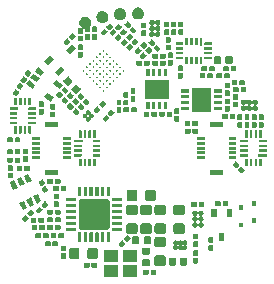
<source format=gts>
G04 #@! TF.GenerationSoftware,KiCad,Pcbnew,5.0.2-bee76a0~70~ubuntu18.04.1*
G04 #@! TF.CreationDate,2019-05-27T21:37:22+02:00*
G04 #@! TF.ProjectId,mainboard,6d61696e-626f-4617-9264-2e6b69636164,rev?*
G04 #@! TF.SameCoordinates,Original*
G04 #@! TF.FileFunction,Soldermask,Top*
G04 #@! TF.FilePolarity,Negative*
%FSLAX46Y46*%
G04 Gerber Fmt 4.6, Leading zero omitted, Abs format (unit mm)*
G04 Created by KiCad (PCBNEW 5.0.2-bee76a0~70~ubuntu18.04.1) date Mo 27 Mai 2019 21:37:22 CEST*
%MOMM*%
%LPD*%
G01*
G04 APERTURE LIST*
%ADD10C,0.100000*%
G04 APERTURE END LIST*
D10*
G36*
X110233760Y-90871060D02*
X109013760Y-90871060D01*
X109013760Y-89851060D01*
X110233760Y-89851060D01*
X110233760Y-90871060D01*
X110233760Y-90871060D01*
G37*
G36*
X108633760Y-90871060D02*
X107413760Y-90871060D01*
X107413760Y-89851060D01*
X108633760Y-89851060D01*
X108633760Y-90871060D01*
X108633760Y-90871060D01*
G37*
G36*
X111795558Y-90291774D02*
X111810523Y-90296314D01*
X111824312Y-90303684D01*
X111836398Y-90313602D01*
X111846316Y-90325688D01*
X111853686Y-90339477D01*
X111858226Y-90354442D01*
X111860000Y-90372454D01*
X111860000Y-90627546D01*
X111858226Y-90645558D01*
X111853686Y-90660523D01*
X111846316Y-90674312D01*
X111836398Y-90686398D01*
X111824312Y-90696316D01*
X111810523Y-90703686D01*
X111795558Y-90708226D01*
X111777546Y-90710000D01*
X111462454Y-90710000D01*
X111444442Y-90708226D01*
X111429477Y-90703686D01*
X111415688Y-90696316D01*
X111403602Y-90686398D01*
X111393684Y-90674312D01*
X111386314Y-90660523D01*
X111381774Y-90645558D01*
X111380000Y-90627546D01*
X111380000Y-90372454D01*
X111381774Y-90354442D01*
X111386314Y-90339477D01*
X111393684Y-90325688D01*
X111403602Y-90313602D01*
X111415688Y-90303684D01*
X111429477Y-90296314D01*
X111444442Y-90291774D01*
X111462454Y-90290000D01*
X111777546Y-90290000D01*
X111795558Y-90291774D01*
X111795558Y-90291774D01*
G37*
G36*
X111155558Y-90291774D02*
X111170523Y-90296314D01*
X111184312Y-90303684D01*
X111196398Y-90313602D01*
X111206316Y-90325688D01*
X111213686Y-90339477D01*
X111218226Y-90354442D01*
X111220000Y-90372454D01*
X111220000Y-90627546D01*
X111218226Y-90645558D01*
X111213686Y-90660523D01*
X111206316Y-90674312D01*
X111196398Y-90686398D01*
X111184312Y-90696316D01*
X111170523Y-90703686D01*
X111155558Y-90708226D01*
X111137546Y-90710000D01*
X110822454Y-90710000D01*
X110804442Y-90708226D01*
X110789477Y-90703686D01*
X110775688Y-90696316D01*
X110763602Y-90686398D01*
X110753684Y-90674312D01*
X110746314Y-90660523D01*
X110741774Y-90645558D01*
X110740000Y-90627546D01*
X110740000Y-90372454D01*
X110741774Y-90354442D01*
X110746314Y-90339477D01*
X110753684Y-90325688D01*
X110763602Y-90313602D01*
X110775688Y-90303684D01*
X110789477Y-90296314D01*
X110804442Y-90291774D01*
X110822454Y-90290000D01*
X111137546Y-90290000D01*
X111155558Y-90291774D01*
X111155558Y-90291774D01*
G37*
G36*
X106155558Y-89691774D02*
X106170523Y-89696314D01*
X106184312Y-89703684D01*
X106196398Y-89713602D01*
X106206316Y-89725688D01*
X106213686Y-89739477D01*
X106218226Y-89754442D01*
X106220000Y-89772454D01*
X106220000Y-90027546D01*
X106218226Y-90045558D01*
X106213686Y-90060523D01*
X106206316Y-90074312D01*
X106196398Y-90086398D01*
X106184312Y-90096316D01*
X106170523Y-90103686D01*
X106155558Y-90108226D01*
X106137546Y-90110000D01*
X105822454Y-90110000D01*
X105804442Y-90108226D01*
X105789477Y-90103686D01*
X105775688Y-90096316D01*
X105763602Y-90086398D01*
X105753684Y-90074312D01*
X105746314Y-90060523D01*
X105741774Y-90045558D01*
X105740000Y-90027546D01*
X105740000Y-89772454D01*
X105741774Y-89754442D01*
X105746314Y-89739477D01*
X105753684Y-89725688D01*
X105763602Y-89713602D01*
X105775688Y-89703684D01*
X105789477Y-89696314D01*
X105804442Y-89691774D01*
X105822454Y-89690000D01*
X106137546Y-89690000D01*
X106155558Y-89691774D01*
X106155558Y-89691774D01*
G37*
G36*
X106795558Y-89691774D02*
X106810523Y-89696314D01*
X106824312Y-89703684D01*
X106836398Y-89713602D01*
X106846316Y-89725688D01*
X106853686Y-89739477D01*
X106858226Y-89754442D01*
X106860000Y-89772454D01*
X106860000Y-90027546D01*
X106858226Y-90045558D01*
X106853686Y-90060523D01*
X106846316Y-90074312D01*
X106836398Y-90086398D01*
X106824312Y-90096316D01*
X106810523Y-90103686D01*
X106795558Y-90108226D01*
X106777546Y-90110000D01*
X106462454Y-90110000D01*
X106444442Y-90108226D01*
X106429477Y-90103686D01*
X106415688Y-90096316D01*
X106403602Y-90086398D01*
X106393684Y-90074312D01*
X106386314Y-90060523D01*
X106381774Y-90045558D01*
X106380000Y-90027546D01*
X106380000Y-89772454D01*
X106381774Y-89754442D01*
X106386314Y-89739477D01*
X106393684Y-89725688D01*
X106403602Y-89713602D01*
X106415688Y-89703684D01*
X106429477Y-89696314D01*
X106444442Y-89691774D01*
X106462454Y-89690000D01*
X106777546Y-89690000D01*
X106795558Y-89691774D01*
X106795558Y-89691774D01*
G37*
G36*
X111227327Y-89382687D02*
X111251199Y-89389928D01*
X111273199Y-89401687D01*
X111292484Y-89417516D01*
X111308313Y-89436801D01*
X111320072Y-89458801D01*
X111327313Y-89482673D01*
X111330000Y-89509954D01*
X111330000Y-89860046D01*
X111327313Y-89887327D01*
X111320072Y-89911199D01*
X111308313Y-89933199D01*
X111292484Y-89952484D01*
X111273199Y-89968313D01*
X111251199Y-89980072D01*
X111227327Y-89987313D01*
X111200046Y-89990000D01*
X110799954Y-89990000D01*
X110772673Y-89987313D01*
X110748801Y-89980072D01*
X110726801Y-89968313D01*
X110707516Y-89952484D01*
X110691687Y-89933199D01*
X110679928Y-89911199D01*
X110672687Y-89887327D01*
X110670000Y-89860046D01*
X110670000Y-89509954D01*
X110672687Y-89482673D01*
X110679928Y-89458801D01*
X110691687Y-89436801D01*
X110707516Y-89417516D01*
X110726801Y-89401687D01*
X110748801Y-89389928D01*
X110772673Y-89382687D01*
X110799954Y-89380000D01*
X111200046Y-89380000D01*
X111227327Y-89382687D01*
X111227327Y-89382687D01*
G37*
G36*
X112516777Y-89078956D02*
X112554016Y-89090252D01*
X112588335Y-89108597D01*
X112618417Y-89133283D01*
X112643103Y-89163365D01*
X112661448Y-89197684D01*
X112672744Y-89234923D01*
X112676800Y-89276104D01*
X112676800Y-89768696D01*
X112672744Y-89809877D01*
X112661448Y-89847116D01*
X112643103Y-89881435D01*
X112618417Y-89911517D01*
X112588335Y-89936203D01*
X112554016Y-89954548D01*
X112516777Y-89965844D01*
X112475596Y-89969900D01*
X111908004Y-89969900D01*
X111866823Y-89965844D01*
X111829584Y-89954548D01*
X111795265Y-89936203D01*
X111765183Y-89911517D01*
X111740497Y-89881435D01*
X111722152Y-89847116D01*
X111710856Y-89809877D01*
X111706800Y-89768696D01*
X111706800Y-89276104D01*
X111710856Y-89234923D01*
X111722152Y-89197684D01*
X111740497Y-89163365D01*
X111765183Y-89133283D01*
X111795265Y-89108597D01*
X111829584Y-89090252D01*
X111866823Y-89078956D01*
X111908004Y-89074900D01*
X112475596Y-89074900D01*
X112516777Y-89078956D01*
X112516777Y-89078956D01*
G37*
G36*
X113417327Y-89272687D02*
X113441199Y-89279928D01*
X113463199Y-89291687D01*
X113482484Y-89307516D01*
X113498313Y-89326801D01*
X113510072Y-89348801D01*
X113517313Y-89372673D01*
X113520000Y-89399954D01*
X113520000Y-89800046D01*
X113517313Y-89827327D01*
X113510072Y-89851199D01*
X113498313Y-89873199D01*
X113482484Y-89892484D01*
X113463199Y-89908313D01*
X113441199Y-89920072D01*
X113417327Y-89927313D01*
X113390046Y-89930000D01*
X113039954Y-89930000D01*
X113012673Y-89927313D01*
X112988801Y-89920072D01*
X112966801Y-89908313D01*
X112947516Y-89892484D01*
X112931687Y-89873199D01*
X112919928Y-89851199D01*
X112912687Y-89827327D01*
X112910000Y-89800046D01*
X112910000Y-89399954D01*
X112912687Y-89372673D01*
X112919928Y-89348801D01*
X112931687Y-89326801D01*
X112947516Y-89307516D01*
X112966801Y-89291687D01*
X112988801Y-89279928D01*
X113012673Y-89272687D01*
X113039954Y-89270000D01*
X113390046Y-89270000D01*
X113417327Y-89272687D01*
X113417327Y-89272687D01*
G37*
G36*
X114387327Y-89272687D02*
X114411199Y-89279928D01*
X114433199Y-89291687D01*
X114452484Y-89307516D01*
X114468313Y-89326801D01*
X114480072Y-89348801D01*
X114487313Y-89372673D01*
X114490000Y-89399954D01*
X114490000Y-89800046D01*
X114487313Y-89827327D01*
X114480072Y-89851199D01*
X114468313Y-89873199D01*
X114452484Y-89892484D01*
X114433199Y-89908313D01*
X114411199Y-89920072D01*
X114387327Y-89927313D01*
X114360046Y-89930000D01*
X114009954Y-89930000D01*
X113982673Y-89927313D01*
X113958801Y-89920072D01*
X113936801Y-89908313D01*
X113917516Y-89892484D01*
X113901687Y-89873199D01*
X113889928Y-89851199D01*
X113882687Y-89827327D01*
X113880000Y-89800046D01*
X113880000Y-89399954D01*
X113882687Y-89372673D01*
X113889928Y-89348801D01*
X113901687Y-89326801D01*
X113917516Y-89307516D01*
X113936801Y-89291687D01*
X113958801Y-89279928D01*
X113982673Y-89272687D01*
X114009954Y-89270000D01*
X114360046Y-89270000D01*
X114387327Y-89272687D01*
X114387327Y-89272687D01*
G37*
G36*
X115345558Y-89281774D02*
X115360523Y-89286314D01*
X115374312Y-89293684D01*
X115386398Y-89303602D01*
X115396316Y-89315688D01*
X115403686Y-89329477D01*
X115408226Y-89344442D01*
X115410000Y-89362454D01*
X115410000Y-89677546D01*
X115408226Y-89695558D01*
X115403686Y-89710523D01*
X115396316Y-89724312D01*
X115386398Y-89736398D01*
X115374312Y-89746316D01*
X115360523Y-89753686D01*
X115345558Y-89758226D01*
X115327546Y-89760000D01*
X115072454Y-89760000D01*
X115054442Y-89758226D01*
X115039477Y-89753686D01*
X115025688Y-89746316D01*
X115013602Y-89736398D01*
X115003684Y-89724312D01*
X114996314Y-89710523D01*
X114991774Y-89695558D01*
X114990000Y-89677546D01*
X114990000Y-89362454D01*
X114991774Y-89344442D01*
X114996314Y-89329477D01*
X115003684Y-89315688D01*
X115013602Y-89303602D01*
X115025688Y-89293684D01*
X115039477Y-89286314D01*
X115054442Y-89281774D01*
X115072454Y-89280000D01*
X115327546Y-89280000D01*
X115345558Y-89281774D01*
X115345558Y-89281774D01*
G37*
G36*
X108633760Y-89671060D02*
X107413760Y-89671060D01*
X107413760Y-88651060D01*
X108633760Y-88651060D01*
X108633760Y-89671060D01*
X108633760Y-89671060D01*
G37*
G36*
X110233760Y-89671060D02*
X109013760Y-89671060D01*
X109013760Y-88651060D01*
X110233760Y-88651060D01*
X110233760Y-89671060D01*
X110233760Y-89671060D01*
G37*
G36*
X105199977Y-88419056D02*
X105237216Y-88430352D01*
X105271535Y-88448697D01*
X105301617Y-88473383D01*
X105326303Y-88503465D01*
X105344648Y-88537784D01*
X105355944Y-88575023D01*
X105360000Y-88616204D01*
X105360000Y-89183796D01*
X105355944Y-89224977D01*
X105344648Y-89262216D01*
X105326303Y-89296535D01*
X105301617Y-89326617D01*
X105271535Y-89351303D01*
X105237216Y-89369648D01*
X105199977Y-89380944D01*
X105158796Y-89385000D01*
X104666204Y-89385000D01*
X104625023Y-89380944D01*
X104587784Y-89369648D01*
X104553465Y-89351303D01*
X104523383Y-89326617D01*
X104498697Y-89296535D01*
X104480352Y-89262216D01*
X104469056Y-89224977D01*
X104465000Y-89183796D01*
X104465000Y-88616204D01*
X104469056Y-88575023D01*
X104480352Y-88537784D01*
X104498697Y-88503465D01*
X104523383Y-88473383D01*
X104553465Y-88448697D01*
X104587784Y-88430352D01*
X104625023Y-88419056D01*
X104666204Y-88415000D01*
X105158796Y-88415000D01*
X105199977Y-88419056D01*
X105199977Y-88419056D01*
G37*
G36*
X106774977Y-88419056D02*
X106812216Y-88430352D01*
X106846535Y-88448697D01*
X106876617Y-88473383D01*
X106901303Y-88503465D01*
X106919648Y-88537784D01*
X106930944Y-88575023D01*
X106935000Y-88616204D01*
X106935000Y-89183796D01*
X106930944Y-89224977D01*
X106919648Y-89262216D01*
X106901303Y-89296535D01*
X106876617Y-89326617D01*
X106846535Y-89351303D01*
X106812216Y-89369648D01*
X106774977Y-89380944D01*
X106733796Y-89385000D01*
X106241204Y-89385000D01*
X106200023Y-89380944D01*
X106162784Y-89369648D01*
X106128465Y-89351303D01*
X106098383Y-89326617D01*
X106073697Y-89296535D01*
X106055352Y-89262216D01*
X106044056Y-89224977D01*
X106040000Y-89183796D01*
X106040000Y-88616204D01*
X106044056Y-88575023D01*
X106055352Y-88537784D01*
X106073697Y-88503465D01*
X106098383Y-88473383D01*
X106128465Y-88448697D01*
X106162784Y-88430352D01*
X106200023Y-88419056D01*
X106241204Y-88415000D01*
X106733796Y-88415000D01*
X106774977Y-88419056D01*
X106774977Y-88419056D01*
G37*
G36*
X104145558Y-88881774D02*
X104160523Y-88886314D01*
X104174312Y-88893684D01*
X104186398Y-88903602D01*
X104196316Y-88915688D01*
X104203686Y-88929477D01*
X104208226Y-88944442D01*
X104210000Y-88962454D01*
X104210000Y-89277546D01*
X104208226Y-89295558D01*
X104203686Y-89310523D01*
X104196316Y-89324312D01*
X104186398Y-89336398D01*
X104174312Y-89346316D01*
X104160523Y-89353686D01*
X104145558Y-89358226D01*
X104127546Y-89360000D01*
X103872454Y-89360000D01*
X103854442Y-89358226D01*
X103839477Y-89353686D01*
X103825688Y-89346316D01*
X103813602Y-89336398D01*
X103803684Y-89324312D01*
X103796314Y-89310523D01*
X103791774Y-89295558D01*
X103790000Y-89277546D01*
X103790000Y-88962454D01*
X103791774Y-88944442D01*
X103796314Y-88929477D01*
X103803684Y-88915688D01*
X103813602Y-88903602D01*
X103825688Y-88893684D01*
X103839477Y-88886314D01*
X103854442Y-88881774D01*
X103872454Y-88880000D01*
X104127546Y-88880000D01*
X104145558Y-88881774D01*
X104145558Y-88881774D01*
G37*
G36*
X115345558Y-88641774D02*
X115360523Y-88646314D01*
X115374312Y-88653684D01*
X115386398Y-88663602D01*
X115396316Y-88675688D01*
X115403686Y-88689477D01*
X115408226Y-88704442D01*
X115410000Y-88722454D01*
X115410000Y-89037546D01*
X115408226Y-89055558D01*
X115403686Y-89070523D01*
X115396316Y-89084312D01*
X115386398Y-89096398D01*
X115374312Y-89106316D01*
X115360523Y-89113686D01*
X115345558Y-89118226D01*
X115327546Y-89120000D01*
X115072454Y-89120000D01*
X115054442Y-89118226D01*
X115039477Y-89113686D01*
X115025688Y-89106316D01*
X115013602Y-89096398D01*
X115003684Y-89084312D01*
X114996314Y-89070523D01*
X114991774Y-89055558D01*
X114990000Y-89037546D01*
X114990000Y-88722454D01*
X114991774Y-88704442D01*
X114996314Y-88689477D01*
X115003684Y-88675688D01*
X115013602Y-88663602D01*
X115025688Y-88653684D01*
X115039477Y-88646314D01*
X115054442Y-88641774D01*
X115072454Y-88640000D01*
X115327546Y-88640000D01*
X115345558Y-88641774D01*
X115345558Y-88641774D01*
G37*
G36*
X111227327Y-88412687D02*
X111251199Y-88419928D01*
X111273199Y-88431687D01*
X111292484Y-88447516D01*
X111308313Y-88466801D01*
X111320072Y-88488801D01*
X111327313Y-88512673D01*
X111330000Y-88539954D01*
X111330000Y-88890046D01*
X111327313Y-88917327D01*
X111320072Y-88941199D01*
X111308313Y-88963199D01*
X111292484Y-88982484D01*
X111273199Y-88998313D01*
X111251199Y-89010072D01*
X111227327Y-89017313D01*
X111200046Y-89020000D01*
X110799954Y-89020000D01*
X110772673Y-89017313D01*
X110748801Y-89010072D01*
X110726801Y-88998313D01*
X110707516Y-88982484D01*
X110691687Y-88963199D01*
X110679928Y-88941199D01*
X110672687Y-88917327D01*
X110670000Y-88890046D01*
X110670000Y-88539954D01*
X110672687Y-88512673D01*
X110679928Y-88488801D01*
X110691687Y-88466801D01*
X110707516Y-88447516D01*
X110726801Y-88431687D01*
X110748801Y-88419928D01*
X110772673Y-88412687D01*
X110799954Y-88410000D01*
X111200046Y-88410000D01*
X111227327Y-88412687D01*
X111227327Y-88412687D01*
G37*
G36*
X104145558Y-88241774D02*
X104160523Y-88246314D01*
X104174312Y-88253684D01*
X104186398Y-88263602D01*
X104196316Y-88275688D01*
X104203686Y-88289477D01*
X104208226Y-88304442D01*
X104210000Y-88322454D01*
X104210000Y-88637546D01*
X104208226Y-88655558D01*
X104203686Y-88670523D01*
X104196316Y-88684312D01*
X104186398Y-88696398D01*
X104174312Y-88706316D01*
X104160523Y-88713686D01*
X104145558Y-88718226D01*
X104127546Y-88720000D01*
X103872454Y-88720000D01*
X103854442Y-88718226D01*
X103839477Y-88713686D01*
X103825688Y-88706316D01*
X103813602Y-88696398D01*
X103803684Y-88684312D01*
X103796314Y-88670523D01*
X103791774Y-88655558D01*
X103790000Y-88637546D01*
X103790000Y-88322454D01*
X103791774Y-88304442D01*
X103796314Y-88289477D01*
X103803684Y-88275688D01*
X103813602Y-88263602D01*
X103825688Y-88253684D01*
X103839477Y-88246314D01*
X103854442Y-88241774D01*
X103872454Y-88240000D01*
X104127546Y-88240000D01*
X104145558Y-88241774D01*
X104145558Y-88241774D01*
G37*
G36*
X116645558Y-88181774D02*
X116660523Y-88186314D01*
X116674312Y-88193684D01*
X116686398Y-88203602D01*
X116696316Y-88215688D01*
X116703686Y-88229477D01*
X116708226Y-88244442D01*
X116710000Y-88262454D01*
X116710000Y-88577546D01*
X116708226Y-88595558D01*
X116703686Y-88610523D01*
X116696316Y-88624312D01*
X116686398Y-88636398D01*
X116674312Y-88646316D01*
X116660523Y-88653686D01*
X116645558Y-88658226D01*
X116627546Y-88660000D01*
X116372454Y-88660000D01*
X116354442Y-88658226D01*
X116339477Y-88653686D01*
X116325688Y-88646316D01*
X116313602Y-88636398D01*
X116303684Y-88624312D01*
X116296314Y-88610523D01*
X116291774Y-88595558D01*
X116290000Y-88577546D01*
X116290000Y-88262454D01*
X116291774Y-88244442D01*
X116296314Y-88229477D01*
X116303684Y-88215688D01*
X116313602Y-88203602D01*
X116325688Y-88193684D01*
X116339477Y-88186314D01*
X116354442Y-88181774D01*
X116372454Y-88180000D01*
X116627546Y-88180000D01*
X116645558Y-88181774D01*
X116645558Y-88181774D01*
G37*
G36*
X113558336Y-87807685D02*
X113558339Y-87807686D01*
X113558338Y-87807686D01*
X113594736Y-87822762D01*
X113618112Y-87838382D01*
X113627496Y-87844652D01*
X113655350Y-87872506D01*
X113658427Y-87877111D01*
X113664645Y-87884688D01*
X113672222Y-87890906D01*
X113680866Y-87895526D01*
X113690246Y-87898371D01*
X113700001Y-87899332D01*
X113709755Y-87898371D01*
X113719135Y-87895526D01*
X113727779Y-87890905D01*
X113735356Y-87884687D01*
X113741573Y-87877111D01*
X113744650Y-87872506D01*
X113772504Y-87844652D01*
X113781888Y-87838382D01*
X113805264Y-87822762D01*
X113841662Y-87807686D01*
X113841661Y-87807686D01*
X113841664Y-87807685D01*
X113880300Y-87800000D01*
X113919700Y-87800000D01*
X113958336Y-87807685D01*
X113958339Y-87807686D01*
X113958338Y-87807686D01*
X113994736Y-87822762D01*
X114018112Y-87838382D01*
X114027496Y-87844652D01*
X114055350Y-87872506D01*
X114058427Y-87877111D01*
X114064645Y-87884688D01*
X114072222Y-87890906D01*
X114080866Y-87895526D01*
X114090246Y-87898371D01*
X114100001Y-87899332D01*
X114109755Y-87898371D01*
X114119135Y-87895526D01*
X114127779Y-87890905D01*
X114135356Y-87884687D01*
X114141573Y-87877111D01*
X114144650Y-87872506D01*
X114172504Y-87844652D01*
X114181888Y-87838382D01*
X114205264Y-87822762D01*
X114241662Y-87807686D01*
X114241661Y-87807686D01*
X114241664Y-87807685D01*
X114280300Y-87800000D01*
X114319700Y-87800000D01*
X114358336Y-87807685D01*
X114358339Y-87807686D01*
X114358338Y-87807686D01*
X114394736Y-87822762D01*
X114418112Y-87838382D01*
X114427496Y-87844652D01*
X114455348Y-87872504D01*
X114455349Y-87872506D01*
X114455350Y-87872507D01*
X114477238Y-87905264D01*
X114482650Y-87918331D01*
X114492315Y-87941664D01*
X114500000Y-87980300D01*
X114500000Y-88019700D01*
X114492315Y-88058336D01*
X114491682Y-88059864D01*
X114477238Y-88094736D01*
X114460720Y-88119456D01*
X114455348Y-88127496D01*
X114427494Y-88155350D01*
X114422889Y-88158427D01*
X114415312Y-88164645D01*
X114409094Y-88172222D01*
X114404474Y-88180866D01*
X114401629Y-88190246D01*
X114400668Y-88200001D01*
X114401629Y-88209755D01*
X114404474Y-88219135D01*
X114409095Y-88227779D01*
X114415313Y-88235356D01*
X114422889Y-88241573D01*
X114427494Y-88244650D01*
X114455348Y-88272504D01*
X114455349Y-88272506D01*
X114455350Y-88272507D01*
X114477238Y-88305264D01*
X114479416Y-88310523D01*
X114492315Y-88341664D01*
X114500000Y-88380300D01*
X114500000Y-88419700D01*
X114492315Y-88458336D01*
X114492314Y-88458338D01*
X114477238Y-88494736D01*
X114458426Y-88522889D01*
X114455348Y-88527496D01*
X114427496Y-88555348D01*
X114427493Y-88555350D01*
X114394736Y-88577238D01*
X114368999Y-88587898D01*
X114358336Y-88592315D01*
X114319700Y-88600000D01*
X114280300Y-88600000D01*
X114241664Y-88592315D01*
X114231001Y-88587898D01*
X114205264Y-88577238D01*
X114172507Y-88555350D01*
X114172504Y-88555348D01*
X114144650Y-88527494D01*
X114141573Y-88522889D01*
X114135355Y-88515312D01*
X114127778Y-88509094D01*
X114119134Y-88504474D01*
X114109754Y-88501629D01*
X114099999Y-88500668D01*
X114090245Y-88501629D01*
X114080865Y-88504474D01*
X114072221Y-88509095D01*
X114064644Y-88515313D01*
X114058427Y-88522889D01*
X114055350Y-88527494D01*
X114027496Y-88555348D01*
X114027493Y-88555350D01*
X113994736Y-88577238D01*
X113968999Y-88587898D01*
X113958336Y-88592315D01*
X113919700Y-88600000D01*
X113880300Y-88600000D01*
X113841664Y-88592315D01*
X113831001Y-88587898D01*
X113805264Y-88577238D01*
X113772507Y-88555350D01*
X113772504Y-88555348D01*
X113744650Y-88527494D01*
X113741573Y-88522889D01*
X113735355Y-88515312D01*
X113727778Y-88509094D01*
X113719134Y-88504474D01*
X113709754Y-88501629D01*
X113699999Y-88500668D01*
X113690245Y-88501629D01*
X113680865Y-88504474D01*
X113672221Y-88509095D01*
X113664644Y-88515313D01*
X113658427Y-88522889D01*
X113655350Y-88527494D01*
X113627496Y-88555348D01*
X113627493Y-88555350D01*
X113594736Y-88577238D01*
X113568999Y-88587898D01*
X113558336Y-88592315D01*
X113519700Y-88600000D01*
X113480300Y-88600000D01*
X113441664Y-88592315D01*
X113431001Y-88587898D01*
X113405264Y-88577238D01*
X113372507Y-88555350D01*
X113372504Y-88555348D01*
X113344652Y-88527496D01*
X113341574Y-88522889D01*
X113322762Y-88494736D01*
X113307686Y-88458338D01*
X113307685Y-88458336D01*
X113300000Y-88419700D01*
X113300000Y-88380300D01*
X113307685Y-88341664D01*
X113320584Y-88310523D01*
X113322762Y-88305264D01*
X113344650Y-88272507D01*
X113344651Y-88272506D01*
X113344652Y-88272504D01*
X113372506Y-88244650D01*
X113377111Y-88241573D01*
X113384688Y-88235355D01*
X113390906Y-88227778D01*
X113395526Y-88219134D01*
X113398371Y-88209754D01*
X113399331Y-88200001D01*
X113600668Y-88200001D01*
X113601629Y-88209755D01*
X113604474Y-88219135D01*
X113609095Y-88227779D01*
X113615313Y-88235356D01*
X113622889Y-88241573D01*
X113627494Y-88244650D01*
X113655350Y-88272506D01*
X113658427Y-88277111D01*
X113664645Y-88284688D01*
X113672222Y-88290906D01*
X113680866Y-88295526D01*
X113690246Y-88298371D01*
X113700001Y-88299332D01*
X113709755Y-88298371D01*
X113719135Y-88295526D01*
X113727779Y-88290905D01*
X113735356Y-88284687D01*
X113741573Y-88277111D01*
X113744650Y-88272506D01*
X113772506Y-88244650D01*
X113777111Y-88241573D01*
X113784688Y-88235355D01*
X113790906Y-88227778D01*
X113795526Y-88219134D01*
X113798371Y-88209754D01*
X113799331Y-88200001D01*
X114000668Y-88200001D01*
X114001629Y-88209755D01*
X114004474Y-88219135D01*
X114009095Y-88227779D01*
X114015313Y-88235356D01*
X114022889Y-88241573D01*
X114027494Y-88244650D01*
X114055350Y-88272506D01*
X114058427Y-88277111D01*
X114064645Y-88284688D01*
X114072222Y-88290906D01*
X114080866Y-88295526D01*
X114090246Y-88298371D01*
X114100001Y-88299332D01*
X114109755Y-88298371D01*
X114119135Y-88295526D01*
X114127779Y-88290905D01*
X114135356Y-88284687D01*
X114141573Y-88277111D01*
X114144650Y-88272506D01*
X114172506Y-88244650D01*
X114177111Y-88241573D01*
X114184688Y-88235355D01*
X114190906Y-88227778D01*
X114195526Y-88219134D01*
X114198371Y-88209754D01*
X114199332Y-88199999D01*
X114198371Y-88190245D01*
X114195526Y-88180865D01*
X114190905Y-88172221D01*
X114184687Y-88164644D01*
X114177111Y-88158427D01*
X114172506Y-88155350D01*
X114144650Y-88127494D01*
X114141573Y-88122889D01*
X114135355Y-88115312D01*
X114127778Y-88109094D01*
X114119134Y-88104474D01*
X114109754Y-88101629D01*
X114099999Y-88100668D01*
X114090245Y-88101629D01*
X114080865Y-88104474D01*
X114072221Y-88109095D01*
X114064644Y-88115313D01*
X114058427Y-88122889D01*
X114055350Y-88127494D01*
X114027494Y-88155350D01*
X114022889Y-88158427D01*
X114015312Y-88164645D01*
X114009094Y-88172222D01*
X114004474Y-88180866D01*
X114001629Y-88190246D01*
X114000668Y-88200001D01*
X113799331Y-88200001D01*
X113799332Y-88199999D01*
X113798371Y-88190245D01*
X113795526Y-88180865D01*
X113790905Y-88172221D01*
X113784687Y-88164644D01*
X113777111Y-88158427D01*
X113772506Y-88155350D01*
X113744650Y-88127494D01*
X113741573Y-88122889D01*
X113735355Y-88115312D01*
X113727778Y-88109094D01*
X113719134Y-88104474D01*
X113709754Y-88101629D01*
X113699999Y-88100668D01*
X113690245Y-88101629D01*
X113680865Y-88104474D01*
X113672221Y-88109095D01*
X113664644Y-88115313D01*
X113658427Y-88122889D01*
X113655350Y-88127494D01*
X113627494Y-88155350D01*
X113622889Y-88158427D01*
X113615312Y-88164645D01*
X113609094Y-88172222D01*
X113604474Y-88180866D01*
X113601629Y-88190246D01*
X113600668Y-88200001D01*
X113399331Y-88200001D01*
X113399332Y-88199999D01*
X113398371Y-88190245D01*
X113395526Y-88180865D01*
X113390905Y-88172221D01*
X113384687Y-88164644D01*
X113377111Y-88158427D01*
X113372506Y-88155350D01*
X113344652Y-88127496D01*
X113339280Y-88119456D01*
X113322762Y-88094736D01*
X113308318Y-88059864D01*
X113307685Y-88058336D01*
X113300000Y-88019700D01*
X113300000Y-87980300D01*
X113307685Y-87941664D01*
X113317350Y-87918331D01*
X113322762Y-87905264D01*
X113344650Y-87872507D01*
X113344651Y-87872506D01*
X113344652Y-87872504D01*
X113372504Y-87844652D01*
X113381888Y-87838382D01*
X113405264Y-87822762D01*
X113441662Y-87807686D01*
X113441661Y-87807686D01*
X113441664Y-87807685D01*
X113480300Y-87800000D01*
X113519700Y-87800000D01*
X113558336Y-87807685D01*
X113558336Y-87807685D01*
G37*
G36*
X112516777Y-87503956D02*
X112554016Y-87515252D01*
X112588335Y-87533597D01*
X112618417Y-87558283D01*
X112643103Y-87588365D01*
X112661448Y-87622684D01*
X112672744Y-87659923D01*
X112676800Y-87701104D01*
X112676800Y-88193696D01*
X112672744Y-88234877D01*
X112661448Y-88272116D01*
X112643103Y-88306435D01*
X112618417Y-88336517D01*
X112588335Y-88361203D01*
X112554016Y-88379548D01*
X112516777Y-88390844D01*
X112475596Y-88394900D01*
X111908004Y-88394900D01*
X111866823Y-88390844D01*
X111829584Y-88379548D01*
X111795265Y-88361203D01*
X111765183Y-88336517D01*
X111740497Y-88306435D01*
X111722152Y-88272116D01*
X111710856Y-88234877D01*
X111706800Y-88193696D01*
X111706800Y-87701104D01*
X111710856Y-87659923D01*
X111722152Y-87622684D01*
X111740497Y-87588365D01*
X111765183Y-87558283D01*
X111795265Y-87533597D01*
X111829584Y-87515252D01*
X111866823Y-87503956D01*
X111908004Y-87499900D01*
X112475596Y-87499900D01*
X112516777Y-87503956D01*
X112516777Y-87503956D01*
G37*
G36*
X108994937Y-87799047D02*
X109009902Y-87803587D01*
X109023691Y-87810957D01*
X109037688Y-87822444D01*
X109218056Y-88002812D01*
X109229543Y-88016809D01*
X109236913Y-88030598D01*
X109241453Y-88045563D01*
X109242985Y-88061121D01*
X109241453Y-88076679D01*
X109236913Y-88091644D01*
X109229543Y-88105433D01*
X109218056Y-88119430D01*
X108995262Y-88342224D01*
X108981265Y-88353711D01*
X108967476Y-88361081D01*
X108952511Y-88365621D01*
X108936953Y-88367153D01*
X108921395Y-88365621D01*
X108906430Y-88361081D01*
X108892641Y-88353711D01*
X108878644Y-88342224D01*
X108698276Y-88161856D01*
X108686789Y-88147859D01*
X108679419Y-88134070D01*
X108674879Y-88119105D01*
X108673347Y-88103547D01*
X108674879Y-88087989D01*
X108679419Y-88073024D01*
X108686789Y-88059235D01*
X108698276Y-88045238D01*
X108921070Y-87822444D01*
X108935067Y-87810957D01*
X108948856Y-87803587D01*
X108963821Y-87799047D01*
X108979379Y-87797515D01*
X108994937Y-87799047D01*
X108994937Y-87799047D01*
G37*
G36*
X115345558Y-87881774D02*
X115360523Y-87886314D01*
X115374312Y-87893684D01*
X115386398Y-87903602D01*
X115396316Y-87915688D01*
X115403686Y-87929477D01*
X115408226Y-87944442D01*
X115410000Y-87962454D01*
X115410000Y-88277546D01*
X115408226Y-88295558D01*
X115403686Y-88310523D01*
X115396316Y-88324312D01*
X115386398Y-88336398D01*
X115374312Y-88346316D01*
X115360523Y-88353686D01*
X115345558Y-88358226D01*
X115327546Y-88360000D01*
X115072454Y-88360000D01*
X115054442Y-88358226D01*
X115039477Y-88353686D01*
X115025688Y-88346316D01*
X115013602Y-88336398D01*
X115003684Y-88324312D01*
X114996314Y-88310523D01*
X114991774Y-88295558D01*
X114990000Y-88277546D01*
X114990000Y-87962454D01*
X114991774Y-87944442D01*
X114996314Y-87929477D01*
X115003684Y-87915688D01*
X115013602Y-87903602D01*
X115025688Y-87893684D01*
X115039477Y-87886314D01*
X115054442Y-87881774D01*
X115072454Y-87880000D01*
X115327546Y-87880000D01*
X115345558Y-87881774D01*
X115345558Y-87881774D01*
G37*
G36*
X102855558Y-87891774D02*
X102870523Y-87896314D01*
X102884312Y-87903684D01*
X102896398Y-87913602D01*
X102906316Y-87925688D01*
X102913686Y-87939477D01*
X102918226Y-87954442D01*
X102920000Y-87972454D01*
X102920000Y-88227546D01*
X102918226Y-88245558D01*
X102913686Y-88260523D01*
X102906316Y-88274312D01*
X102896398Y-88286398D01*
X102884312Y-88296316D01*
X102870523Y-88303686D01*
X102855558Y-88308226D01*
X102837546Y-88310000D01*
X102522454Y-88310000D01*
X102504442Y-88308226D01*
X102489477Y-88303686D01*
X102475688Y-88296316D01*
X102463602Y-88286398D01*
X102453684Y-88274312D01*
X102446314Y-88260523D01*
X102441774Y-88245558D01*
X102440000Y-88227546D01*
X102440000Y-87972454D01*
X102441774Y-87954442D01*
X102446314Y-87939477D01*
X102453684Y-87925688D01*
X102463602Y-87913602D01*
X102475688Y-87903684D01*
X102489477Y-87896314D01*
X102504442Y-87891774D01*
X102522454Y-87890000D01*
X102837546Y-87890000D01*
X102855558Y-87891774D01*
X102855558Y-87891774D01*
G37*
G36*
X103495558Y-87891774D02*
X103510523Y-87896314D01*
X103524312Y-87903684D01*
X103536398Y-87913602D01*
X103546316Y-87925688D01*
X103553686Y-87939477D01*
X103558226Y-87954442D01*
X103560000Y-87972454D01*
X103560000Y-88227546D01*
X103558226Y-88245558D01*
X103553686Y-88260523D01*
X103546316Y-88274312D01*
X103536398Y-88286398D01*
X103524312Y-88296316D01*
X103510523Y-88303686D01*
X103495558Y-88308226D01*
X103477546Y-88310000D01*
X103162454Y-88310000D01*
X103144442Y-88308226D01*
X103129477Y-88303686D01*
X103115688Y-88296316D01*
X103103602Y-88286398D01*
X103093684Y-88274312D01*
X103086314Y-88260523D01*
X103081774Y-88245558D01*
X103080000Y-88227546D01*
X103080000Y-87972454D01*
X103081774Y-87954442D01*
X103086314Y-87939477D01*
X103093684Y-87925688D01*
X103103602Y-87913602D01*
X103115688Y-87903684D01*
X103129477Y-87896314D01*
X103144442Y-87891774D01*
X103162454Y-87890000D01*
X103477546Y-87890000D01*
X103495558Y-87891774D01*
X103495558Y-87891774D01*
G37*
G36*
X110341947Y-87470327D02*
X110365819Y-87477568D01*
X110387819Y-87489327D01*
X110407104Y-87505156D01*
X110422933Y-87524441D01*
X110434692Y-87546441D01*
X110441933Y-87570313D01*
X110444620Y-87597594D01*
X110444620Y-87997686D01*
X110441933Y-88024967D01*
X110434692Y-88048839D01*
X110422933Y-88070839D01*
X110407104Y-88090124D01*
X110387819Y-88105953D01*
X110365819Y-88117712D01*
X110341947Y-88124953D01*
X110314666Y-88127640D01*
X109964574Y-88127640D01*
X109937293Y-88124953D01*
X109913421Y-88117712D01*
X109891421Y-88105953D01*
X109872136Y-88090124D01*
X109856307Y-88070839D01*
X109844548Y-88048839D01*
X109837307Y-88024967D01*
X109834620Y-87997686D01*
X109834620Y-87597594D01*
X109837307Y-87570313D01*
X109844548Y-87546441D01*
X109856307Y-87524441D01*
X109872136Y-87505156D01*
X109891421Y-87489327D01*
X109913421Y-87477568D01*
X109937293Y-87470327D01*
X109964574Y-87467640D01*
X110314666Y-87467640D01*
X110341947Y-87470327D01*
X110341947Y-87470327D01*
G37*
G36*
X111311947Y-87470327D02*
X111335819Y-87477568D01*
X111357819Y-87489327D01*
X111377104Y-87505156D01*
X111392933Y-87524441D01*
X111404692Y-87546441D01*
X111411933Y-87570313D01*
X111414620Y-87597594D01*
X111414620Y-87997686D01*
X111411933Y-88024967D01*
X111404692Y-88048839D01*
X111392933Y-88070839D01*
X111377104Y-88090124D01*
X111357819Y-88105953D01*
X111335819Y-88117712D01*
X111311947Y-88124953D01*
X111284666Y-88127640D01*
X110934574Y-88127640D01*
X110907293Y-88124953D01*
X110883421Y-88117712D01*
X110861421Y-88105953D01*
X110842136Y-88090124D01*
X110826307Y-88070839D01*
X110814548Y-88048839D01*
X110807307Y-88024967D01*
X110804620Y-87997686D01*
X110804620Y-87597594D01*
X110807307Y-87570313D01*
X110814548Y-87546441D01*
X110826307Y-87524441D01*
X110842136Y-87505156D01*
X110861421Y-87489327D01*
X110883421Y-87477568D01*
X110907293Y-87470327D01*
X110934574Y-87467640D01*
X111284666Y-87467640D01*
X111311947Y-87470327D01*
X111311947Y-87470327D01*
G37*
G36*
X116645558Y-87541774D02*
X116660523Y-87546314D01*
X116674312Y-87553684D01*
X116686398Y-87563602D01*
X116696316Y-87575688D01*
X116703686Y-87589477D01*
X116708226Y-87604442D01*
X116710000Y-87622454D01*
X116710000Y-87937546D01*
X116708226Y-87955558D01*
X116703686Y-87970523D01*
X116696316Y-87984312D01*
X116686398Y-87996398D01*
X116674312Y-88006316D01*
X116660523Y-88013686D01*
X116645558Y-88018226D01*
X116627546Y-88020000D01*
X116372454Y-88020000D01*
X116354442Y-88018226D01*
X116339477Y-88013686D01*
X116325688Y-88006316D01*
X116313602Y-87996398D01*
X116303684Y-87984312D01*
X116296314Y-87970523D01*
X116291774Y-87955558D01*
X116290000Y-87937546D01*
X116290000Y-87622454D01*
X116291774Y-87604442D01*
X116296314Y-87589477D01*
X116303684Y-87575688D01*
X116313602Y-87563602D01*
X116325688Y-87553684D01*
X116339477Y-87546314D01*
X116354442Y-87541774D01*
X116372454Y-87540000D01*
X116627546Y-87540000D01*
X116645558Y-87541774D01*
X116645558Y-87541774D01*
G37*
G36*
X105450742Y-87116053D02*
X105458672Y-87118459D01*
X105465975Y-87122362D01*
X105472380Y-87127620D01*
X105477638Y-87134025D01*
X105481541Y-87141328D01*
X105483947Y-87149258D01*
X105485000Y-87159953D01*
X105485000Y-87915047D01*
X105483947Y-87925742D01*
X105481541Y-87933672D01*
X105477638Y-87940975D01*
X105472380Y-87947380D01*
X105465975Y-87952638D01*
X105458672Y-87956541D01*
X105450742Y-87958947D01*
X105440047Y-87960000D01*
X105259953Y-87960000D01*
X105249258Y-87958947D01*
X105241328Y-87956541D01*
X105234025Y-87952638D01*
X105227620Y-87947380D01*
X105222362Y-87940975D01*
X105218459Y-87933672D01*
X105216053Y-87925742D01*
X105215000Y-87915047D01*
X105215000Y-87159953D01*
X105216053Y-87149258D01*
X105218459Y-87141328D01*
X105222362Y-87134025D01*
X105227620Y-87127620D01*
X105234025Y-87122362D01*
X105241328Y-87118459D01*
X105249258Y-87116053D01*
X105259953Y-87115000D01*
X105440047Y-87115000D01*
X105450742Y-87116053D01*
X105450742Y-87116053D01*
G37*
G36*
X105950742Y-87116053D02*
X105958672Y-87118459D01*
X105965975Y-87122362D01*
X105972380Y-87127620D01*
X105977638Y-87134025D01*
X105981541Y-87141328D01*
X105983947Y-87149258D01*
X105985000Y-87159953D01*
X105985000Y-87915047D01*
X105983947Y-87925742D01*
X105981541Y-87933672D01*
X105977638Y-87940975D01*
X105972380Y-87947380D01*
X105965975Y-87952638D01*
X105958672Y-87956541D01*
X105950742Y-87958947D01*
X105940047Y-87960000D01*
X105759953Y-87960000D01*
X105749258Y-87958947D01*
X105741328Y-87956541D01*
X105734025Y-87952638D01*
X105727620Y-87947380D01*
X105722362Y-87940975D01*
X105718459Y-87933672D01*
X105716053Y-87925742D01*
X105715000Y-87915047D01*
X105715000Y-87159953D01*
X105716053Y-87149258D01*
X105718459Y-87141328D01*
X105722362Y-87134025D01*
X105727620Y-87127620D01*
X105734025Y-87122362D01*
X105741328Y-87118459D01*
X105749258Y-87116053D01*
X105759953Y-87115000D01*
X105940047Y-87115000D01*
X105950742Y-87116053D01*
X105950742Y-87116053D01*
G37*
G36*
X106450742Y-87116053D02*
X106458672Y-87118459D01*
X106465975Y-87122362D01*
X106472380Y-87127620D01*
X106477638Y-87134025D01*
X106481541Y-87141328D01*
X106483947Y-87149258D01*
X106485000Y-87159953D01*
X106485000Y-87915047D01*
X106483947Y-87925742D01*
X106481541Y-87933672D01*
X106477638Y-87940975D01*
X106472380Y-87947380D01*
X106465975Y-87952638D01*
X106458672Y-87956541D01*
X106450742Y-87958947D01*
X106440047Y-87960000D01*
X106259953Y-87960000D01*
X106249258Y-87958947D01*
X106241328Y-87956541D01*
X106234025Y-87952638D01*
X106227620Y-87947380D01*
X106222362Y-87940975D01*
X106218459Y-87933672D01*
X106216053Y-87925742D01*
X106215000Y-87915047D01*
X106215000Y-87159953D01*
X106216053Y-87149258D01*
X106218459Y-87141328D01*
X106222362Y-87134025D01*
X106227620Y-87127620D01*
X106234025Y-87122362D01*
X106241328Y-87118459D01*
X106249258Y-87116053D01*
X106259953Y-87115000D01*
X106440047Y-87115000D01*
X106450742Y-87116053D01*
X106450742Y-87116053D01*
G37*
G36*
X106950742Y-87116053D02*
X106958672Y-87118459D01*
X106965975Y-87122362D01*
X106972380Y-87127620D01*
X106977638Y-87134025D01*
X106981541Y-87141328D01*
X106983947Y-87149258D01*
X106985000Y-87159953D01*
X106985000Y-87915047D01*
X106983947Y-87925742D01*
X106981541Y-87933672D01*
X106977638Y-87940975D01*
X106972380Y-87947380D01*
X106965975Y-87952638D01*
X106958672Y-87956541D01*
X106950742Y-87958947D01*
X106940047Y-87960000D01*
X106759953Y-87960000D01*
X106749258Y-87958947D01*
X106741328Y-87956541D01*
X106734025Y-87952638D01*
X106727620Y-87947380D01*
X106722362Y-87940975D01*
X106718459Y-87933672D01*
X106716053Y-87925742D01*
X106715000Y-87915047D01*
X106715000Y-87159953D01*
X106716053Y-87149258D01*
X106718459Y-87141328D01*
X106722362Y-87134025D01*
X106727620Y-87127620D01*
X106734025Y-87122362D01*
X106741328Y-87118459D01*
X106749258Y-87116053D01*
X106759953Y-87115000D01*
X106940047Y-87115000D01*
X106950742Y-87116053D01*
X106950742Y-87116053D01*
G37*
G36*
X107950742Y-87116053D02*
X107958672Y-87118459D01*
X107965975Y-87122362D01*
X107972380Y-87127620D01*
X107977638Y-87134025D01*
X107981541Y-87141328D01*
X107983947Y-87149258D01*
X107985000Y-87159953D01*
X107985000Y-87915047D01*
X107983947Y-87925742D01*
X107981541Y-87933672D01*
X107977638Y-87940975D01*
X107972380Y-87947380D01*
X107965975Y-87952638D01*
X107958672Y-87956541D01*
X107950742Y-87958947D01*
X107940047Y-87960000D01*
X107759953Y-87960000D01*
X107749258Y-87958947D01*
X107741328Y-87956541D01*
X107734025Y-87952638D01*
X107727620Y-87947380D01*
X107722362Y-87940975D01*
X107718459Y-87933672D01*
X107716053Y-87925742D01*
X107715000Y-87915047D01*
X107715000Y-87159953D01*
X107716053Y-87149258D01*
X107718459Y-87141328D01*
X107722362Y-87134025D01*
X107727620Y-87127620D01*
X107734025Y-87122362D01*
X107741328Y-87118459D01*
X107749258Y-87116053D01*
X107759953Y-87115000D01*
X107940047Y-87115000D01*
X107950742Y-87116053D01*
X107950742Y-87116053D01*
G37*
G36*
X107450742Y-87116053D02*
X107458672Y-87118459D01*
X107465975Y-87122362D01*
X107472380Y-87127620D01*
X107477638Y-87134025D01*
X107481541Y-87141328D01*
X107483947Y-87149258D01*
X107485000Y-87159953D01*
X107485000Y-87915047D01*
X107483947Y-87925742D01*
X107481541Y-87933672D01*
X107477638Y-87940975D01*
X107472380Y-87947380D01*
X107465975Y-87952638D01*
X107458672Y-87956541D01*
X107450742Y-87958947D01*
X107440047Y-87960000D01*
X107259953Y-87960000D01*
X107249258Y-87958947D01*
X107241328Y-87956541D01*
X107234025Y-87952638D01*
X107227620Y-87947380D01*
X107222362Y-87940975D01*
X107218459Y-87933672D01*
X107216053Y-87925742D01*
X107215000Y-87915047D01*
X107215000Y-87159953D01*
X107216053Y-87149258D01*
X107218459Y-87141328D01*
X107222362Y-87134025D01*
X107227620Y-87127620D01*
X107234025Y-87122362D01*
X107241328Y-87118459D01*
X107249258Y-87116053D01*
X107259953Y-87115000D01*
X107440047Y-87115000D01*
X107450742Y-87116053D01*
X107450742Y-87116053D01*
G37*
G36*
X109447485Y-87346499D02*
X109462450Y-87351039D01*
X109476239Y-87358409D01*
X109490236Y-87369896D01*
X109670604Y-87550264D01*
X109682091Y-87564261D01*
X109689461Y-87578050D01*
X109694001Y-87593015D01*
X109695533Y-87608573D01*
X109694001Y-87624131D01*
X109689461Y-87639096D01*
X109682091Y-87652885D01*
X109670604Y-87666882D01*
X109447810Y-87889676D01*
X109433813Y-87901163D01*
X109420024Y-87908533D01*
X109405059Y-87913073D01*
X109389501Y-87914605D01*
X109373943Y-87913073D01*
X109358978Y-87908533D01*
X109345189Y-87901163D01*
X109331192Y-87889676D01*
X109150824Y-87709308D01*
X109139337Y-87695311D01*
X109131967Y-87681522D01*
X109127427Y-87666557D01*
X109125895Y-87650999D01*
X109127427Y-87635441D01*
X109131967Y-87620476D01*
X109139337Y-87606687D01*
X109150824Y-87592690D01*
X109373618Y-87369896D01*
X109387615Y-87358409D01*
X109401404Y-87351039D01*
X109416369Y-87346499D01*
X109431927Y-87344967D01*
X109447485Y-87346499D01*
X109447485Y-87346499D01*
G37*
G36*
X117635000Y-87860000D02*
X117165000Y-87860000D01*
X117165000Y-87140000D01*
X117635000Y-87140000D01*
X117635000Y-87860000D01*
X117635000Y-87860000D01*
G37*
G36*
X115345558Y-87241774D02*
X115360523Y-87246314D01*
X115374312Y-87253684D01*
X115386398Y-87263602D01*
X115396316Y-87275688D01*
X115403686Y-87289477D01*
X115408226Y-87304442D01*
X115410000Y-87322454D01*
X115410000Y-87637546D01*
X115408226Y-87655558D01*
X115403686Y-87670523D01*
X115396316Y-87684312D01*
X115386398Y-87696398D01*
X115374312Y-87706316D01*
X115360523Y-87713686D01*
X115345558Y-87718226D01*
X115327546Y-87720000D01*
X115072454Y-87720000D01*
X115054442Y-87718226D01*
X115039477Y-87713686D01*
X115025688Y-87706316D01*
X115013602Y-87696398D01*
X115003684Y-87684312D01*
X114996314Y-87670523D01*
X114991774Y-87655558D01*
X114990000Y-87637546D01*
X114990000Y-87322454D01*
X114991774Y-87304442D01*
X114996314Y-87289477D01*
X115003684Y-87275688D01*
X115013602Y-87263602D01*
X115025688Y-87253684D01*
X115039477Y-87246314D01*
X115054442Y-87241774D01*
X115072454Y-87240000D01*
X115327546Y-87240000D01*
X115345558Y-87241774D01*
X115345558Y-87241774D01*
G37*
G36*
X103355558Y-87191774D02*
X103370523Y-87196314D01*
X103384312Y-87203684D01*
X103396398Y-87213602D01*
X103406316Y-87225688D01*
X103413686Y-87239477D01*
X103418226Y-87254442D01*
X103420000Y-87272454D01*
X103420000Y-87527546D01*
X103418226Y-87545558D01*
X103413686Y-87560523D01*
X103406316Y-87574312D01*
X103396398Y-87586398D01*
X103384312Y-87596316D01*
X103370523Y-87603686D01*
X103355558Y-87608226D01*
X103337546Y-87610000D01*
X103022454Y-87610000D01*
X103004442Y-87608226D01*
X102989477Y-87603686D01*
X102975688Y-87596316D01*
X102963602Y-87586398D01*
X102953684Y-87574312D01*
X102946314Y-87560523D01*
X102941774Y-87545558D01*
X102940000Y-87527546D01*
X102940000Y-87272454D01*
X102941774Y-87254442D01*
X102946314Y-87239477D01*
X102953684Y-87225688D01*
X102963602Y-87213602D01*
X102975688Y-87203684D01*
X102989477Y-87196314D01*
X103004442Y-87191774D01*
X103022454Y-87190000D01*
X103337546Y-87190000D01*
X103355558Y-87191774D01*
X103355558Y-87191774D01*
G37*
G36*
X102055558Y-87191774D02*
X102070523Y-87196314D01*
X102084312Y-87203684D01*
X102096398Y-87213602D01*
X102106316Y-87225688D01*
X102113686Y-87239477D01*
X102118226Y-87254442D01*
X102120000Y-87272454D01*
X102120000Y-87527546D01*
X102118226Y-87545558D01*
X102113686Y-87560523D01*
X102106316Y-87574312D01*
X102096398Y-87586398D01*
X102084312Y-87596316D01*
X102070523Y-87603686D01*
X102055558Y-87608226D01*
X102037546Y-87610000D01*
X101722454Y-87610000D01*
X101704442Y-87608226D01*
X101689477Y-87603686D01*
X101675688Y-87596316D01*
X101663602Y-87586398D01*
X101653684Y-87574312D01*
X101646314Y-87560523D01*
X101641774Y-87545558D01*
X101640000Y-87527546D01*
X101640000Y-87272454D01*
X101641774Y-87254442D01*
X101646314Y-87239477D01*
X101653684Y-87225688D01*
X101663602Y-87213602D01*
X101675688Y-87203684D01*
X101689477Y-87196314D01*
X101704442Y-87191774D01*
X101722454Y-87190000D01*
X102037546Y-87190000D01*
X102055558Y-87191774D01*
X102055558Y-87191774D01*
G37*
G36*
X102695558Y-87191774D02*
X102710523Y-87196314D01*
X102724312Y-87203684D01*
X102736398Y-87213602D01*
X102746316Y-87225688D01*
X102753686Y-87239477D01*
X102758226Y-87254442D01*
X102760000Y-87272454D01*
X102760000Y-87527546D01*
X102758226Y-87545558D01*
X102753686Y-87560523D01*
X102746316Y-87574312D01*
X102736398Y-87586398D01*
X102724312Y-87596316D01*
X102710523Y-87603686D01*
X102695558Y-87608226D01*
X102677546Y-87610000D01*
X102362454Y-87610000D01*
X102344442Y-87608226D01*
X102329477Y-87603686D01*
X102315688Y-87596316D01*
X102303602Y-87586398D01*
X102293684Y-87574312D01*
X102286314Y-87560523D01*
X102281774Y-87545558D01*
X102280000Y-87527546D01*
X102280000Y-87272454D01*
X102281774Y-87254442D01*
X102286314Y-87239477D01*
X102293684Y-87225688D01*
X102303602Y-87213602D01*
X102315688Y-87203684D01*
X102329477Y-87196314D01*
X102344442Y-87191774D01*
X102362454Y-87190000D01*
X102677546Y-87190000D01*
X102695558Y-87191774D01*
X102695558Y-87191774D01*
G37*
G36*
X103995558Y-87191774D02*
X104010523Y-87196314D01*
X104024312Y-87203684D01*
X104036398Y-87213602D01*
X104046316Y-87225688D01*
X104053686Y-87239477D01*
X104058226Y-87254442D01*
X104060000Y-87272454D01*
X104060000Y-87527546D01*
X104058226Y-87545558D01*
X104053686Y-87560523D01*
X104046316Y-87574312D01*
X104036398Y-87586398D01*
X104024312Y-87596316D01*
X104010523Y-87603686D01*
X103995558Y-87608226D01*
X103977546Y-87610000D01*
X103662454Y-87610000D01*
X103644442Y-87608226D01*
X103629477Y-87603686D01*
X103615688Y-87596316D01*
X103603602Y-87586398D01*
X103593684Y-87574312D01*
X103586314Y-87560523D01*
X103581774Y-87545558D01*
X103580000Y-87527546D01*
X103580000Y-87272454D01*
X103581774Y-87254442D01*
X103586314Y-87239477D01*
X103593684Y-87225688D01*
X103603602Y-87213602D01*
X103615688Y-87203684D01*
X103629477Y-87196314D01*
X103644442Y-87191774D01*
X103662454Y-87190000D01*
X103977546Y-87190000D01*
X103995558Y-87191774D01*
X103995558Y-87191774D01*
G37*
G36*
X114124977Y-86344056D02*
X114162216Y-86355352D01*
X114196535Y-86373697D01*
X114226617Y-86398383D01*
X114251303Y-86428465D01*
X114269648Y-86462784D01*
X114280944Y-86500023D01*
X114285000Y-86541204D01*
X114285000Y-87033796D01*
X114280944Y-87074977D01*
X114269648Y-87112216D01*
X114251303Y-87146535D01*
X114226617Y-87176617D01*
X114196535Y-87201303D01*
X114162216Y-87219648D01*
X114124977Y-87230944D01*
X114083796Y-87235000D01*
X113516204Y-87235000D01*
X113475023Y-87230944D01*
X113437784Y-87219648D01*
X113403465Y-87201303D01*
X113373383Y-87176617D01*
X113348697Y-87146535D01*
X113330352Y-87112216D01*
X113319056Y-87074977D01*
X113315000Y-87033796D01*
X113315000Y-86541204D01*
X113319056Y-86500023D01*
X113330352Y-86462784D01*
X113348697Y-86428465D01*
X113373383Y-86398383D01*
X113403465Y-86373697D01*
X113437784Y-86355352D01*
X113475023Y-86344056D01*
X113516204Y-86340000D01*
X114083796Y-86340000D01*
X114124977Y-86344056D01*
X114124977Y-86344056D01*
G37*
G36*
X110124977Y-86344056D02*
X110162216Y-86355352D01*
X110196535Y-86373697D01*
X110226617Y-86398383D01*
X110251303Y-86428465D01*
X110269648Y-86462784D01*
X110280944Y-86500023D01*
X110285000Y-86541204D01*
X110285000Y-87033796D01*
X110280944Y-87074977D01*
X110269648Y-87112216D01*
X110251303Y-87146535D01*
X110226617Y-87176617D01*
X110196535Y-87201303D01*
X110162216Y-87219648D01*
X110124977Y-87230944D01*
X110083796Y-87235000D01*
X109516204Y-87235000D01*
X109475023Y-87230944D01*
X109437784Y-87219648D01*
X109403465Y-87201303D01*
X109373383Y-87176617D01*
X109348697Y-87146535D01*
X109330352Y-87112216D01*
X109319056Y-87074977D01*
X109315000Y-87033796D01*
X109315000Y-86541204D01*
X109319056Y-86500023D01*
X109330352Y-86462784D01*
X109348697Y-86428465D01*
X109373383Y-86398383D01*
X109403465Y-86373697D01*
X109437784Y-86355352D01*
X109475023Y-86344056D01*
X109516204Y-86340000D01*
X110083796Y-86340000D01*
X110124977Y-86344056D01*
X110124977Y-86344056D01*
G37*
G36*
X112524977Y-86344056D02*
X112562216Y-86355352D01*
X112596535Y-86373697D01*
X112626617Y-86398383D01*
X112651303Y-86428465D01*
X112669648Y-86462784D01*
X112680944Y-86500023D01*
X112685000Y-86541204D01*
X112685000Y-87033796D01*
X112680944Y-87074977D01*
X112669648Y-87112216D01*
X112651303Y-87146535D01*
X112626617Y-87176617D01*
X112596535Y-87201303D01*
X112562216Y-87219648D01*
X112524977Y-87230944D01*
X112483796Y-87235000D01*
X111916204Y-87235000D01*
X111875023Y-87230944D01*
X111837784Y-87219648D01*
X111803465Y-87201303D01*
X111773383Y-87176617D01*
X111748697Y-87146535D01*
X111730352Y-87112216D01*
X111719056Y-87074977D01*
X111715000Y-87033796D01*
X111715000Y-86541204D01*
X111719056Y-86500023D01*
X111730352Y-86462784D01*
X111748697Y-86428465D01*
X111773383Y-86398383D01*
X111803465Y-86373697D01*
X111837784Y-86355352D01*
X111875023Y-86344056D01*
X111916204Y-86340000D01*
X112483796Y-86340000D01*
X112524977Y-86344056D01*
X112524977Y-86344056D01*
G37*
G36*
X111324977Y-86344056D02*
X111362216Y-86355352D01*
X111396535Y-86373697D01*
X111426617Y-86398383D01*
X111451303Y-86428465D01*
X111469648Y-86462784D01*
X111480944Y-86500023D01*
X111485000Y-86541204D01*
X111485000Y-87033796D01*
X111480944Y-87074977D01*
X111469648Y-87112216D01*
X111451303Y-87146535D01*
X111426617Y-87176617D01*
X111396535Y-87201303D01*
X111362216Y-87219648D01*
X111324977Y-87230944D01*
X111283796Y-87235000D01*
X110716204Y-87235000D01*
X110675023Y-87230944D01*
X110637784Y-87219648D01*
X110603465Y-87201303D01*
X110573383Y-87176617D01*
X110548697Y-87146535D01*
X110530352Y-87112216D01*
X110519056Y-87074977D01*
X110515000Y-87033796D01*
X110515000Y-86541204D01*
X110519056Y-86500023D01*
X110530352Y-86462784D01*
X110548697Y-86428465D01*
X110573383Y-86398383D01*
X110603465Y-86373697D01*
X110637784Y-86355352D01*
X110675023Y-86344056D01*
X110716204Y-86340000D01*
X111283796Y-86340000D01*
X111324977Y-86344056D01*
X111324977Y-86344056D01*
G37*
G36*
X105050742Y-86716053D02*
X105058672Y-86718459D01*
X105065975Y-86722362D01*
X105072380Y-86727620D01*
X105077638Y-86734025D01*
X105081541Y-86741328D01*
X105083947Y-86749258D01*
X105085000Y-86759953D01*
X105085000Y-86940047D01*
X105083947Y-86950742D01*
X105081541Y-86958672D01*
X105077638Y-86965975D01*
X105072380Y-86972380D01*
X105065975Y-86977638D01*
X105058672Y-86981541D01*
X105050742Y-86983947D01*
X105040047Y-86985000D01*
X104284953Y-86985000D01*
X104274258Y-86983947D01*
X104266328Y-86981541D01*
X104259025Y-86977638D01*
X104252620Y-86972380D01*
X104247362Y-86965975D01*
X104243459Y-86958672D01*
X104241053Y-86950742D01*
X104240000Y-86940047D01*
X104240000Y-86759953D01*
X104241053Y-86749258D01*
X104243459Y-86741328D01*
X104247362Y-86734025D01*
X104252620Y-86727620D01*
X104259025Y-86722362D01*
X104266328Y-86718459D01*
X104274258Y-86716053D01*
X104284953Y-86715000D01*
X105040047Y-86715000D01*
X105050742Y-86716053D01*
X105050742Y-86716053D01*
G37*
G36*
X108925742Y-86716053D02*
X108933672Y-86718459D01*
X108940975Y-86722362D01*
X108947380Y-86727620D01*
X108952638Y-86734025D01*
X108956541Y-86741328D01*
X108958947Y-86749258D01*
X108960000Y-86759953D01*
X108960000Y-86940047D01*
X108958947Y-86950742D01*
X108956541Y-86958672D01*
X108952638Y-86965975D01*
X108947380Y-86972380D01*
X108940975Y-86977638D01*
X108933672Y-86981541D01*
X108925742Y-86983947D01*
X108915047Y-86985000D01*
X108159953Y-86985000D01*
X108149258Y-86983947D01*
X108141328Y-86981541D01*
X108134025Y-86977638D01*
X108127620Y-86972380D01*
X108122362Y-86965975D01*
X108118459Y-86958672D01*
X108116053Y-86950742D01*
X108115000Y-86940047D01*
X108115000Y-86759953D01*
X108116053Y-86749258D01*
X108118459Y-86741328D01*
X108122362Y-86734025D01*
X108127620Y-86727620D01*
X108134025Y-86722362D01*
X108141328Y-86718459D01*
X108149258Y-86716053D01*
X108159953Y-86715000D01*
X108915047Y-86715000D01*
X108925742Y-86716053D01*
X108925742Y-86716053D01*
G37*
G36*
X102375558Y-86501774D02*
X102390523Y-86506314D01*
X102404312Y-86513684D01*
X102416398Y-86523602D01*
X102426316Y-86535688D01*
X102433686Y-86549477D01*
X102438226Y-86564442D01*
X102440000Y-86582454D01*
X102440000Y-86837546D01*
X102438226Y-86855558D01*
X102433686Y-86870523D01*
X102426316Y-86884312D01*
X102416398Y-86896398D01*
X102404312Y-86906316D01*
X102390523Y-86913686D01*
X102375558Y-86918226D01*
X102357546Y-86920000D01*
X102042454Y-86920000D01*
X102024442Y-86918226D01*
X102009477Y-86913686D01*
X101995688Y-86906316D01*
X101983602Y-86896398D01*
X101973684Y-86884312D01*
X101966314Y-86870523D01*
X101961774Y-86855558D01*
X101960000Y-86837546D01*
X101960000Y-86582454D01*
X101961774Y-86564442D01*
X101966314Y-86549477D01*
X101973684Y-86535688D01*
X101983602Y-86523602D01*
X101995688Y-86513684D01*
X102009477Y-86506314D01*
X102024442Y-86501774D01*
X102042454Y-86500000D01*
X102357546Y-86500000D01*
X102375558Y-86501774D01*
X102375558Y-86501774D01*
G37*
G36*
X103695558Y-86501774D02*
X103710523Y-86506314D01*
X103724312Y-86513684D01*
X103736398Y-86523602D01*
X103746316Y-86535688D01*
X103753686Y-86549477D01*
X103758226Y-86564442D01*
X103760000Y-86582454D01*
X103760000Y-86837546D01*
X103758226Y-86855558D01*
X103753686Y-86870523D01*
X103746316Y-86884312D01*
X103736398Y-86896398D01*
X103724312Y-86906316D01*
X103710523Y-86913686D01*
X103695558Y-86918226D01*
X103677546Y-86920000D01*
X103362454Y-86920000D01*
X103344442Y-86918226D01*
X103329477Y-86913686D01*
X103315688Y-86906316D01*
X103303602Y-86896398D01*
X103293684Y-86884312D01*
X103286314Y-86870523D01*
X103281774Y-86855558D01*
X103280000Y-86837546D01*
X103280000Y-86582454D01*
X103281774Y-86564442D01*
X103286314Y-86549477D01*
X103293684Y-86535688D01*
X103303602Y-86523602D01*
X103315688Y-86513684D01*
X103329477Y-86506314D01*
X103344442Y-86501774D01*
X103362454Y-86500000D01*
X103677546Y-86500000D01*
X103695558Y-86501774D01*
X103695558Y-86501774D01*
G37*
G36*
X101735558Y-86501774D02*
X101750523Y-86506314D01*
X101764312Y-86513684D01*
X101776398Y-86523602D01*
X101786316Y-86535688D01*
X101793686Y-86549477D01*
X101798226Y-86564442D01*
X101800000Y-86582454D01*
X101800000Y-86837546D01*
X101798226Y-86855558D01*
X101793686Y-86870523D01*
X101786316Y-86884312D01*
X101776398Y-86896398D01*
X101764312Y-86906316D01*
X101750523Y-86913686D01*
X101735558Y-86918226D01*
X101717546Y-86920000D01*
X101402454Y-86920000D01*
X101384442Y-86918226D01*
X101369477Y-86913686D01*
X101355688Y-86906316D01*
X101343602Y-86896398D01*
X101333684Y-86884312D01*
X101326314Y-86870523D01*
X101321774Y-86855558D01*
X101320000Y-86837546D01*
X101320000Y-86582454D01*
X101321774Y-86564442D01*
X101326314Y-86549477D01*
X101333684Y-86535688D01*
X101343602Y-86523602D01*
X101355688Y-86513684D01*
X101369477Y-86506314D01*
X101384442Y-86501774D01*
X101402454Y-86500000D01*
X101717546Y-86500000D01*
X101735558Y-86501774D01*
X101735558Y-86501774D01*
G37*
G36*
X103055558Y-86501774D02*
X103070523Y-86506314D01*
X103084312Y-86513684D01*
X103096398Y-86523602D01*
X103106316Y-86535688D01*
X103113686Y-86549477D01*
X103118226Y-86564442D01*
X103120000Y-86582454D01*
X103120000Y-86837546D01*
X103118226Y-86855558D01*
X103113686Y-86870523D01*
X103106316Y-86884312D01*
X103096398Y-86896398D01*
X103084312Y-86906316D01*
X103070523Y-86913686D01*
X103055558Y-86918226D01*
X103037546Y-86920000D01*
X102722454Y-86920000D01*
X102704442Y-86918226D01*
X102689477Y-86913686D01*
X102675688Y-86906316D01*
X102663602Y-86896398D01*
X102653684Y-86884312D01*
X102646314Y-86870523D01*
X102641774Y-86855558D01*
X102640000Y-86837546D01*
X102640000Y-86582454D01*
X102641774Y-86564442D01*
X102646314Y-86549477D01*
X102653684Y-86535688D01*
X102663602Y-86523602D01*
X102675688Y-86513684D01*
X102689477Y-86506314D01*
X102704442Y-86501774D01*
X102722454Y-86500000D01*
X103037546Y-86500000D01*
X103055558Y-86501774D01*
X103055558Y-86501774D01*
G37*
G36*
X107739683Y-84294301D02*
X107779321Y-84306325D01*
X107815853Y-84325852D01*
X107847871Y-84352129D01*
X107874148Y-84384147D01*
X107893675Y-84420679D01*
X107905699Y-84460317D01*
X107910000Y-84503991D01*
X107910000Y-86696009D01*
X107905699Y-86739683D01*
X107893675Y-86779321D01*
X107874148Y-86815853D01*
X107847871Y-86847871D01*
X107815853Y-86874148D01*
X107779321Y-86893675D01*
X107739683Y-86905699D01*
X107696009Y-86910000D01*
X105503991Y-86910000D01*
X105460317Y-86905699D01*
X105420679Y-86893675D01*
X105384147Y-86874148D01*
X105352129Y-86847871D01*
X105325852Y-86815853D01*
X105306325Y-86779321D01*
X105294301Y-86739683D01*
X105290000Y-86696009D01*
X105290000Y-84503991D01*
X105294301Y-84460317D01*
X105306325Y-84420679D01*
X105325852Y-84384147D01*
X105352129Y-84352129D01*
X105384147Y-84325852D01*
X105420679Y-84306325D01*
X105460317Y-84294301D01*
X105503991Y-84290000D01*
X107696009Y-84290000D01*
X107739683Y-84294301D01*
X107739683Y-84294301D01*
G37*
G36*
X115193815Y-85279307D02*
X115215630Y-85283646D01*
X115256578Y-85300607D01*
X115264382Y-85305822D01*
X115293433Y-85325233D01*
X115324767Y-85356567D01*
X115349393Y-85393422D01*
X115353806Y-85404077D01*
X115358426Y-85412721D01*
X115364644Y-85420298D01*
X115372221Y-85426516D01*
X115380866Y-85431137D01*
X115390245Y-85433982D01*
X115400000Y-85434943D01*
X115409754Y-85433982D01*
X115419134Y-85431137D01*
X115427778Y-85426517D01*
X115435355Y-85420299D01*
X115441573Y-85412722D01*
X115446194Y-85404077D01*
X115450607Y-85393422D01*
X115475233Y-85356567D01*
X115506567Y-85325233D01*
X115535618Y-85305822D01*
X115543422Y-85300607D01*
X115584370Y-85283646D01*
X115606185Y-85279307D01*
X115627838Y-85275000D01*
X115672162Y-85275000D01*
X115693815Y-85279307D01*
X115715630Y-85283646D01*
X115756578Y-85300607D01*
X115764382Y-85305822D01*
X115793433Y-85325233D01*
X115824767Y-85356567D01*
X115837122Y-85375058D01*
X115849393Y-85393422D01*
X115866354Y-85434370D01*
X115869610Y-85450742D01*
X115875000Y-85477838D01*
X115875000Y-85522162D01*
X115873929Y-85527546D01*
X115866354Y-85565630D01*
X115849393Y-85606578D01*
X115837122Y-85624942D01*
X115824767Y-85643433D01*
X115793433Y-85674767D01*
X115782126Y-85682322D01*
X115756578Y-85699393D01*
X115745920Y-85703808D01*
X115737279Y-85708426D01*
X115729702Y-85714644D01*
X115723484Y-85722221D01*
X115718863Y-85730866D01*
X115716018Y-85740245D01*
X115715057Y-85750000D01*
X115716018Y-85759754D01*
X115718863Y-85769134D01*
X115723483Y-85777778D01*
X115729701Y-85785355D01*
X115737278Y-85791573D01*
X115745920Y-85796192D01*
X115756578Y-85800607D01*
X115793433Y-85825233D01*
X115824767Y-85856567D01*
X115832401Y-85867993D01*
X115849393Y-85893422D01*
X115865343Y-85931929D01*
X115866354Y-85934371D01*
X115872058Y-85963045D01*
X115875000Y-85977839D01*
X115875000Y-86022161D01*
X115866354Y-86065630D01*
X115849393Y-86106578D01*
X115837122Y-86124942D01*
X115824767Y-86143433D01*
X115793433Y-86174767D01*
X115776376Y-86186164D01*
X115756578Y-86199393D01*
X115745920Y-86203808D01*
X115737279Y-86208426D01*
X115729702Y-86214644D01*
X115723484Y-86222221D01*
X115718863Y-86230866D01*
X115716018Y-86240245D01*
X115715057Y-86250000D01*
X115716018Y-86259754D01*
X115718863Y-86269134D01*
X115723483Y-86277778D01*
X115729701Y-86285355D01*
X115737278Y-86291573D01*
X115745920Y-86296192D01*
X115746218Y-86296316D01*
X115756578Y-86300607D01*
X115793433Y-86325233D01*
X115824767Y-86356567D01*
X115836213Y-86373697D01*
X115849393Y-86393422D01*
X115866354Y-86434370D01*
X115867483Y-86440047D01*
X115875000Y-86477838D01*
X115875000Y-86522162D01*
X115871212Y-86541204D01*
X115866354Y-86565630D01*
X115849393Y-86606578D01*
X115837122Y-86624942D01*
X115824767Y-86643433D01*
X115793433Y-86674767D01*
X115774942Y-86687122D01*
X115756578Y-86699393D01*
X115715630Y-86716354D01*
X115696605Y-86720138D01*
X115672162Y-86725000D01*
X115627838Y-86725000D01*
X115603395Y-86720138D01*
X115584370Y-86716354D01*
X115543422Y-86699393D01*
X115525058Y-86687122D01*
X115506567Y-86674767D01*
X115475233Y-86643433D01*
X115450607Y-86606578D01*
X115446194Y-86595923D01*
X115441574Y-86587279D01*
X115435356Y-86579702D01*
X115427779Y-86573484D01*
X115419134Y-86568863D01*
X115409755Y-86566018D01*
X115400000Y-86565057D01*
X115390246Y-86566018D01*
X115380866Y-86568863D01*
X115372222Y-86573483D01*
X115364645Y-86579701D01*
X115358427Y-86587278D01*
X115353806Y-86595923D01*
X115349393Y-86606578D01*
X115324767Y-86643433D01*
X115293433Y-86674767D01*
X115274942Y-86687122D01*
X115256578Y-86699393D01*
X115215630Y-86716354D01*
X115196605Y-86720138D01*
X115172162Y-86725000D01*
X115127838Y-86725000D01*
X115103395Y-86720138D01*
X115084370Y-86716354D01*
X115043422Y-86699393D01*
X115025058Y-86687122D01*
X115006567Y-86674767D01*
X114975233Y-86643433D01*
X114962878Y-86624942D01*
X114950607Y-86606578D01*
X114933646Y-86565630D01*
X114928788Y-86541204D01*
X114925000Y-86522162D01*
X114925000Y-86477838D01*
X114932517Y-86440047D01*
X114933646Y-86434370D01*
X114950607Y-86393422D01*
X114963787Y-86373697D01*
X114975233Y-86356567D01*
X115006567Y-86325233D01*
X115043422Y-86300607D01*
X115053782Y-86296316D01*
X115054080Y-86296192D01*
X115062721Y-86291574D01*
X115070298Y-86285356D01*
X115076516Y-86277779D01*
X115081137Y-86269134D01*
X115083982Y-86259755D01*
X115084943Y-86250000D01*
X115215057Y-86250000D01*
X115216018Y-86259754D01*
X115218863Y-86269134D01*
X115223483Y-86277778D01*
X115229701Y-86285355D01*
X115237278Y-86291573D01*
X115245920Y-86296192D01*
X115246218Y-86296316D01*
X115256578Y-86300607D01*
X115293433Y-86325233D01*
X115324767Y-86356567D01*
X115349393Y-86393422D01*
X115353806Y-86404077D01*
X115358426Y-86412721D01*
X115364644Y-86420298D01*
X115372221Y-86426516D01*
X115380866Y-86431137D01*
X115390245Y-86433982D01*
X115400000Y-86434943D01*
X115409754Y-86433982D01*
X115419134Y-86431137D01*
X115427778Y-86426517D01*
X115435355Y-86420299D01*
X115441573Y-86412722D01*
X115446194Y-86404077D01*
X115450607Y-86393422D01*
X115475233Y-86356567D01*
X115506567Y-86325233D01*
X115543422Y-86300607D01*
X115553782Y-86296316D01*
X115554080Y-86296192D01*
X115562721Y-86291574D01*
X115570298Y-86285356D01*
X115576516Y-86277779D01*
X115581137Y-86269134D01*
X115583982Y-86259755D01*
X115584943Y-86250000D01*
X115583982Y-86240246D01*
X115581137Y-86230866D01*
X115576517Y-86222222D01*
X115570299Y-86214645D01*
X115562722Y-86208427D01*
X115554080Y-86203808D01*
X115543422Y-86199393D01*
X115523624Y-86186164D01*
X115506567Y-86174767D01*
X115475233Y-86143433D01*
X115450607Y-86106578D01*
X115446194Y-86095923D01*
X115441574Y-86087279D01*
X115435356Y-86079702D01*
X115427779Y-86073484D01*
X115419134Y-86068863D01*
X115409755Y-86066018D01*
X115400000Y-86065057D01*
X115390246Y-86066018D01*
X115380866Y-86068863D01*
X115372222Y-86073483D01*
X115364645Y-86079701D01*
X115358427Y-86087278D01*
X115353806Y-86095923D01*
X115349393Y-86106578D01*
X115324767Y-86143433D01*
X115293433Y-86174767D01*
X115276376Y-86186164D01*
X115256578Y-86199393D01*
X115245920Y-86203808D01*
X115237279Y-86208426D01*
X115229702Y-86214644D01*
X115223484Y-86222221D01*
X115218863Y-86230866D01*
X115216018Y-86240245D01*
X115215057Y-86250000D01*
X115084943Y-86250000D01*
X115083982Y-86240246D01*
X115081137Y-86230866D01*
X115076517Y-86222222D01*
X115070299Y-86214645D01*
X115062722Y-86208427D01*
X115054080Y-86203808D01*
X115043422Y-86199393D01*
X115023624Y-86186164D01*
X115006567Y-86174767D01*
X114975233Y-86143433D01*
X114962878Y-86124942D01*
X114950607Y-86106578D01*
X114933646Y-86065630D01*
X114925000Y-86022161D01*
X114925000Y-85977839D01*
X114927943Y-85963045D01*
X114933646Y-85934371D01*
X114934657Y-85931929D01*
X114950607Y-85893422D01*
X114967599Y-85867993D01*
X114975233Y-85856567D01*
X115006567Y-85825233D01*
X115043422Y-85800607D01*
X115054080Y-85796192D01*
X115062721Y-85791574D01*
X115070298Y-85785356D01*
X115076516Y-85777779D01*
X115081137Y-85769134D01*
X115083982Y-85759755D01*
X115084943Y-85750000D01*
X115215057Y-85750000D01*
X115216018Y-85759754D01*
X115218863Y-85769134D01*
X115223483Y-85777778D01*
X115229701Y-85785355D01*
X115237278Y-85791573D01*
X115245920Y-85796192D01*
X115256578Y-85800607D01*
X115293433Y-85825233D01*
X115324767Y-85856567D01*
X115335908Y-85873241D01*
X115349393Y-85893422D01*
X115353644Y-85903684D01*
X115353806Y-85904077D01*
X115358426Y-85912721D01*
X115364644Y-85920298D01*
X115372221Y-85926516D01*
X115380866Y-85931137D01*
X115390245Y-85933982D01*
X115400000Y-85934943D01*
X115409754Y-85933982D01*
X115419134Y-85931137D01*
X115427778Y-85926517D01*
X115435355Y-85920299D01*
X115441573Y-85912722D01*
X115446194Y-85904077D01*
X115446357Y-85903684D01*
X115450607Y-85893422D01*
X115464092Y-85873241D01*
X115475233Y-85856567D01*
X115506567Y-85825233D01*
X115543422Y-85800607D01*
X115554080Y-85796192D01*
X115562721Y-85791574D01*
X115570298Y-85785356D01*
X115576516Y-85777779D01*
X115581137Y-85769134D01*
X115583982Y-85759755D01*
X115584943Y-85750000D01*
X115583982Y-85740246D01*
X115581137Y-85730866D01*
X115576517Y-85722222D01*
X115570299Y-85714645D01*
X115562722Y-85708427D01*
X115554080Y-85703808D01*
X115543422Y-85699393D01*
X115517874Y-85682322D01*
X115506567Y-85674767D01*
X115475233Y-85643433D01*
X115450607Y-85606578D01*
X115448552Y-85601617D01*
X115446192Y-85595920D01*
X115441574Y-85587279D01*
X115435356Y-85579702D01*
X115427779Y-85573484D01*
X115419134Y-85568863D01*
X115409755Y-85566018D01*
X115400000Y-85565057D01*
X115390246Y-85566018D01*
X115380866Y-85568863D01*
X115372222Y-85573483D01*
X115364645Y-85579701D01*
X115358427Y-85587278D01*
X115353808Y-85595920D01*
X115351448Y-85601617D01*
X115349393Y-85606578D01*
X115324767Y-85643433D01*
X115293433Y-85674767D01*
X115282126Y-85682322D01*
X115256578Y-85699393D01*
X115245920Y-85703808D01*
X115237279Y-85708426D01*
X115229702Y-85714644D01*
X115223484Y-85722221D01*
X115218863Y-85730866D01*
X115216018Y-85740245D01*
X115215057Y-85750000D01*
X115084943Y-85750000D01*
X115083982Y-85740246D01*
X115081137Y-85730866D01*
X115076517Y-85722222D01*
X115070299Y-85714645D01*
X115062722Y-85708427D01*
X115054080Y-85703808D01*
X115043422Y-85699393D01*
X115017874Y-85682322D01*
X115006567Y-85674767D01*
X114975233Y-85643433D01*
X114962878Y-85624942D01*
X114950607Y-85606578D01*
X114933646Y-85565630D01*
X114926071Y-85527546D01*
X114925000Y-85522162D01*
X114925000Y-85477838D01*
X114930390Y-85450742D01*
X114933646Y-85434370D01*
X114950607Y-85393422D01*
X114962878Y-85375058D01*
X114975233Y-85356567D01*
X115006567Y-85325233D01*
X115035618Y-85305822D01*
X115043422Y-85300607D01*
X115084370Y-85283646D01*
X115106185Y-85279307D01*
X115127838Y-85275000D01*
X115172162Y-85275000D01*
X115193815Y-85279307D01*
X115193815Y-85279307D01*
G37*
G36*
X119225000Y-86660000D02*
X118855000Y-86660000D01*
X118855000Y-86290000D01*
X119225000Y-86290000D01*
X119225000Y-86660000D01*
X119225000Y-86660000D01*
G37*
G36*
X108925742Y-86216053D02*
X108933672Y-86218459D01*
X108940975Y-86222362D01*
X108947380Y-86227620D01*
X108952638Y-86234025D01*
X108956541Y-86241328D01*
X108958947Y-86249258D01*
X108960000Y-86259953D01*
X108960000Y-86440047D01*
X108958947Y-86450742D01*
X108956541Y-86458672D01*
X108952638Y-86465975D01*
X108947380Y-86472380D01*
X108940975Y-86477638D01*
X108933672Y-86481541D01*
X108925742Y-86483947D01*
X108915047Y-86485000D01*
X108159953Y-86485000D01*
X108149258Y-86483947D01*
X108141328Y-86481541D01*
X108134025Y-86477638D01*
X108127620Y-86472380D01*
X108122362Y-86465975D01*
X108118459Y-86458672D01*
X108116053Y-86450742D01*
X108115000Y-86440047D01*
X108115000Y-86259953D01*
X108116053Y-86249258D01*
X108118459Y-86241328D01*
X108122362Y-86234025D01*
X108127620Y-86227620D01*
X108134025Y-86222362D01*
X108141328Y-86218459D01*
X108149258Y-86216053D01*
X108159953Y-86215000D01*
X108915047Y-86215000D01*
X108925742Y-86216053D01*
X108925742Y-86216053D01*
G37*
G36*
X105050742Y-86216053D02*
X105058672Y-86218459D01*
X105065975Y-86222362D01*
X105072380Y-86227620D01*
X105077638Y-86234025D01*
X105081541Y-86241328D01*
X105083947Y-86249258D01*
X105085000Y-86259953D01*
X105085000Y-86440047D01*
X105083947Y-86450742D01*
X105081541Y-86458672D01*
X105077638Y-86465975D01*
X105072380Y-86472380D01*
X105065975Y-86477638D01*
X105058672Y-86481541D01*
X105050742Y-86483947D01*
X105040047Y-86485000D01*
X104284953Y-86485000D01*
X104274258Y-86483947D01*
X104266328Y-86481541D01*
X104259025Y-86477638D01*
X104252620Y-86472380D01*
X104247362Y-86465975D01*
X104243459Y-86458672D01*
X104241053Y-86450742D01*
X104240000Y-86440047D01*
X104240000Y-86259953D01*
X104241053Y-86249258D01*
X104243459Y-86241328D01*
X104247362Y-86234025D01*
X104252620Y-86227620D01*
X104259025Y-86222362D01*
X104266328Y-86218459D01*
X104274258Y-86216053D01*
X104284953Y-86215000D01*
X105040047Y-86215000D01*
X105050742Y-86216053D01*
X105050742Y-86216053D01*
G37*
G36*
X120325000Y-86310000D02*
X119955000Y-86310000D01*
X119955000Y-85940000D01*
X120325000Y-85940000D01*
X120325000Y-86310000D01*
X120325000Y-86310000D01*
G37*
G36*
X102295558Y-85891774D02*
X102310523Y-85896314D01*
X102324312Y-85903684D01*
X102336398Y-85913602D01*
X102346316Y-85925688D01*
X102353686Y-85939477D01*
X102358226Y-85954442D01*
X102360000Y-85972454D01*
X102360000Y-86227546D01*
X102358226Y-86245558D01*
X102353686Y-86260523D01*
X102346316Y-86274312D01*
X102336398Y-86286398D01*
X102324312Y-86296316D01*
X102310523Y-86303686D01*
X102295558Y-86308226D01*
X102277546Y-86310000D01*
X101962454Y-86310000D01*
X101944442Y-86308226D01*
X101929477Y-86303686D01*
X101915688Y-86296316D01*
X101903602Y-86286398D01*
X101893684Y-86274312D01*
X101886314Y-86260523D01*
X101881774Y-86245558D01*
X101880000Y-86227546D01*
X101880000Y-85972454D01*
X101881774Y-85954442D01*
X101886314Y-85939477D01*
X101893684Y-85925688D01*
X101903602Y-85913602D01*
X101915688Y-85903684D01*
X101929477Y-85896314D01*
X101944442Y-85891774D01*
X101962454Y-85890000D01*
X102277546Y-85890000D01*
X102295558Y-85891774D01*
X102295558Y-85891774D01*
G37*
G36*
X101655558Y-85891774D02*
X101670523Y-85896314D01*
X101684312Y-85903684D01*
X101696398Y-85913602D01*
X101706316Y-85925688D01*
X101713686Y-85939477D01*
X101718226Y-85954442D01*
X101720000Y-85972454D01*
X101720000Y-86227546D01*
X101718226Y-86245558D01*
X101713686Y-86260523D01*
X101706316Y-86274312D01*
X101696398Y-86286398D01*
X101684312Y-86296316D01*
X101670523Y-86303686D01*
X101655558Y-86308226D01*
X101637546Y-86310000D01*
X101322454Y-86310000D01*
X101304442Y-86308226D01*
X101289477Y-86303686D01*
X101275688Y-86296316D01*
X101263602Y-86286398D01*
X101253684Y-86274312D01*
X101246314Y-86260523D01*
X101241774Y-86245558D01*
X101240000Y-86227546D01*
X101240000Y-85972454D01*
X101241774Y-85954442D01*
X101246314Y-85939477D01*
X101253684Y-85925688D01*
X101263602Y-85913602D01*
X101275688Y-85903684D01*
X101289477Y-85896314D01*
X101304442Y-85891774D01*
X101322454Y-85890000D01*
X101637546Y-85890000D01*
X101655558Y-85891774D01*
X101655558Y-85891774D01*
G37*
G36*
X103695558Y-85861774D02*
X103710523Y-85866314D01*
X103724312Y-85873684D01*
X103736398Y-85883602D01*
X103746316Y-85895688D01*
X103753686Y-85909477D01*
X103758226Y-85924442D01*
X103760000Y-85942454D01*
X103760000Y-86197546D01*
X103758226Y-86215558D01*
X103753686Y-86230523D01*
X103746316Y-86244312D01*
X103736398Y-86256398D01*
X103724312Y-86266316D01*
X103710523Y-86273686D01*
X103695558Y-86278226D01*
X103677546Y-86280000D01*
X103362454Y-86280000D01*
X103344442Y-86278226D01*
X103329477Y-86273686D01*
X103315688Y-86266316D01*
X103303602Y-86256398D01*
X103293684Y-86244312D01*
X103286314Y-86230523D01*
X103281774Y-86215558D01*
X103280000Y-86197546D01*
X103280000Y-85942454D01*
X103281774Y-85924442D01*
X103286314Y-85909477D01*
X103293684Y-85895688D01*
X103303602Y-85883602D01*
X103315688Y-85873684D01*
X103329477Y-85866314D01*
X103344442Y-85861774D01*
X103362454Y-85860000D01*
X103677546Y-85860000D01*
X103695558Y-85861774D01*
X103695558Y-85861774D01*
G37*
G36*
X103055558Y-85861774D02*
X103070523Y-85866314D01*
X103084312Y-85873684D01*
X103096398Y-85883602D01*
X103106316Y-85895688D01*
X103113686Y-85909477D01*
X103118226Y-85924442D01*
X103120000Y-85942454D01*
X103120000Y-86197546D01*
X103118226Y-86215558D01*
X103113686Y-86230523D01*
X103106316Y-86244312D01*
X103096398Y-86256398D01*
X103084312Y-86266316D01*
X103070523Y-86273686D01*
X103055558Y-86278226D01*
X103037546Y-86280000D01*
X102722454Y-86280000D01*
X102704442Y-86278226D01*
X102689477Y-86273686D01*
X102675688Y-86266316D01*
X102663602Y-86256398D01*
X102653684Y-86244312D01*
X102646314Y-86230523D01*
X102641774Y-86215558D01*
X102640000Y-86197546D01*
X102640000Y-85942454D01*
X102641774Y-85924442D01*
X102646314Y-85909477D01*
X102653684Y-85895688D01*
X102663602Y-85883602D01*
X102675688Y-85873684D01*
X102689477Y-85866314D01*
X102704442Y-85861774D01*
X102722454Y-85860000D01*
X103037546Y-85860000D01*
X103055558Y-85861774D01*
X103055558Y-85861774D01*
G37*
G36*
X100810497Y-85642987D02*
X100825462Y-85647527D01*
X100839251Y-85654897D01*
X100853248Y-85666384D01*
X101033616Y-85846752D01*
X101045103Y-85860749D01*
X101052473Y-85874538D01*
X101057013Y-85889503D01*
X101058545Y-85905061D01*
X101057013Y-85920619D01*
X101052473Y-85935584D01*
X101045103Y-85949373D01*
X101033616Y-85963370D01*
X100810822Y-86186164D01*
X100796825Y-86197651D01*
X100783036Y-86205021D01*
X100768071Y-86209561D01*
X100752513Y-86211093D01*
X100736955Y-86209561D01*
X100721990Y-86205021D01*
X100708201Y-86197651D01*
X100694204Y-86186164D01*
X100513836Y-86005796D01*
X100502349Y-85991799D01*
X100494979Y-85978010D01*
X100490439Y-85963045D01*
X100488907Y-85947487D01*
X100490439Y-85931929D01*
X100494979Y-85916964D01*
X100502349Y-85903175D01*
X100513836Y-85889178D01*
X100736630Y-85666384D01*
X100750627Y-85654897D01*
X100764416Y-85647527D01*
X100779381Y-85642987D01*
X100794939Y-85641455D01*
X100810497Y-85642987D01*
X100810497Y-85642987D01*
G37*
G36*
X108925742Y-85716053D02*
X108933672Y-85718459D01*
X108940975Y-85722362D01*
X108947380Y-85727620D01*
X108952638Y-85734025D01*
X108956541Y-85741328D01*
X108958947Y-85749258D01*
X108960000Y-85759953D01*
X108960000Y-85940047D01*
X108958947Y-85950742D01*
X108956541Y-85958672D01*
X108952638Y-85965975D01*
X108947380Y-85972380D01*
X108940975Y-85977638D01*
X108933672Y-85981541D01*
X108925742Y-85983947D01*
X108915047Y-85985000D01*
X108159953Y-85985000D01*
X108149258Y-85983947D01*
X108141328Y-85981541D01*
X108134025Y-85977638D01*
X108127620Y-85972380D01*
X108122362Y-85965975D01*
X108118459Y-85958672D01*
X108116053Y-85950742D01*
X108115000Y-85940047D01*
X108115000Y-85759953D01*
X108116053Y-85749258D01*
X108118459Y-85741328D01*
X108122362Y-85734025D01*
X108127620Y-85727620D01*
X108134025Y-85722362D01*
X108141328Y-85718459D01*
X108149258Y-85716053D01*
X108159953Y-85715000D01*
X108915047Y-85715000D01*
X108925742Y-85716053D01*
X108925742Y-85716053D01*
G37*
G36*
X105050742Y-85716053D02*
X105058672Y-85718459D01*
X105065975Y-85722362D01*
X105072380Y-85727620D01*
X105077638Y-85734025D01*
X105081541Y-85741328D01*
X105083947Y-85749258D01*
X105085000Y-85759953D01*
X105085000Y-85940047D01*
X105083947Y-85950742D01*
X105081541Y-85958672D01*
X105077638Y-85965975D01*
X105072380Y-85972380D01*
X105065975Y-85977638D01*
X105058672Y-85981541D01*
X105050742Y-85983947D01*
X105040047Y-85985000D01*
X104284953Y-85985000D01*
X104274258Y-85983947D01*
X104266328Y-85981541D01*
X104259025Y-85977638D01*
X104252620Y-85972380D01*
X104247362Y-85965975D01*
X104243459Y-85958672D01*
X104241053Y-85950742D01*
X104240000Y-85940047D01*
X104240000Y-85759953D01*
X104241053Y-85749258D01*
X104243459Y-85741328D01*
X104247362Y-85734025D01*
X104252620Y-85727620D01*
X104259025Y-85722362D01*
X104266328Y-85718459D01*
X104274258Y-85716053D01*
X104284953Y-85715000D01*
X105040047Y-85715000D01*
X105050742Y-85716053D01*
X105050742Y-85716053D01*
G37*
G36*
X118285000Y-85860000D02*
X117815000Y-85860000D01*
X117815000Y-85140000D01*
X118285000Y-85140000D01*
X118285000Y-85860000D01*
X118285000Y-85860000D01*
G37*
G36*
X116985000Y-85860000D02*
X116515000Y-85860000D01*
X116515000Y-85140000D01*
X116985000Y-85140000D01*
X116985000Y-85860000D01*
X116985000Y-85860000D01*
G37*
G36*
X101263045Y-85190439D02*
X101278010Y-85194979D01*
X101291799Y-85202349D01*
X101305796Y-85213836D01*
X101486164Y-85394204D01*
X101497651Y-85408201D01*
X101505021Y-85421990D01*
X101509561Y-85436955D01*
X101511093Y-85452513D01*
X101509561Y-85468071D01*
X101505021Y-85483036D01*
X101497651Y-85496825D01*
X101486164Y-85510822D01*
X101263370Y-85733616D01*
X101249373Y-85745103D01*
X101235584Y-85752473D01*
X101220619Y-85757013D01*
X101205061Y-85758545D01*
X101189503Y-85757013D01*
X101174538Y-85752473D01*
X101160749Y-85745103D01*
X101146752Y-85733616D01*
X100966384Y-85553248D01*
X100954897Y-85539251D01*
X100947527Y-85525462D01*
X100942987Y-85510497D01*
X100941455Y-85494939D01*
X100942987Y-85479381D01*
X100947527Y-85464416D01*
X100954897Y-85450627D01*
X100966384Y-85436630D01*
X101189178Y-85213836D01*
X101203175Y-85202349D01*
X101216964Y-85194979D01*
X101231929Y-85190439D01*
X101247487Y-85188907D01*
X101263045Y-85190439D01*
X101263045Y-85190439D01*
G37*
G36*
X112524977Y-84769056D02*
X112562216Y-84780352D01*
X112596535Y-84798697D01*
X112626617Y-84823383D01*
X112651303Y-84853465D01*
X112669648Y-84887784D01*
X112680944Y-84925023D01*
X112685000Y-84966204D01*
X112685000Y-85458796D01*
X112680944Y-85499977D01*
X112669648Y-85537216D01*
X112651303Y-85571535D01*
X112626617Y-85601617D01*
X112596535Y-85626303D01*
X112562216Y-85644648D01*
X112524977Y-85655944D01*
X112483796Y-85660000D01*
X111916204Y-85660000D01*
X111875023Y-85655944D01*
X111837784Y-85644648D01*
X111803465Y-85626303D01*
X111773383Y-85601617D01*
X111748697Y-85571535D01*
X111730352Y-85537216D01*
X111719056Y-85499977D01*
X111715000Y-85458796D01*
X111715000Y-84966204D01*
X111719056Y-84925023D01*
X111730352Y-84887784D01*
X111748697Y-84853465D01*
X111773383Y-84823383D01*
X111803465Y-84798697D01*
X111837784Y-84780352D01*
X111875023Y-84769056D01*
X111916204Y-84765000D01*
X112483796Y-84765000D01*
X112524977Y-84769056D01*
X112524977Y-84769056D01*
G37*
G36*
X110124977Y-84769056D02*
X110162216Y-84780352D01*
X110196535Y-84798697D01*
X110226617Y-84823383D01*
X110251303Y-84853465D01*
X110269648Y-84887784D01*
X110280944Y-84925023D01*
X110285000Y-84966204D01*
X110285000Y-85458796D01*
X110280944Y-85499977D01*
X110269648Y-85537216D01*
X110251303Y-85571535D01*
X110226617Y-85601617D01*
X110196535Y-85626303D01*
X110162216Y-85644648D01*
X110124977Y-85655944D01*
X110083796Y-85660000D01*
X109516204Y-85660000D01*
X109475023Y-85655944D01*
X109437784Y-85644648D01*
X109403465Y-85626303D01*
X109373383Y-85601617D01*
X109348697Y-85571535D01*
X109330352Y-85537216D01*
X109319056Y-85499977D01*
X109315000Y-85458796D01*
X109315000Y-84966204D01*
X109319056Y-84925023D01*
X109330352Y-84887784D01*
X109348697Y-84853465D01*
X109373383Y-84823383D01*
X109403465Y-84798697D01*
X109437784Y-84780352D01*
X109475023Y-84769056D01*
X109516204Y-84765000D01*
X110083796Y-84765000D01*
X110124977Y-84769056D01*
X110124977Y-84769056D01*
G37*
G36*
X111324977Y-84769056D02*
X111362216Y-84780352D01*
X111396535Y-84798697D01*
X111426617Y-84823383D01*
X111451303Y-84853465D01*
X111469648Y-84887784D01*
X111480944Y-84925023D01*
X111485000Y-84966204D01*
X111485000Y-85458796D01*
X111480944Y-85499977D01*
X111469648Y-85537216D01*
X111451303Y-85571535D01*
X111426617Y-85601617D01*
X111396535Y-85626303D01*
X111362216Y-85644648D01*
X111324977Y-85655944D01*
X111283796Y-85660000D01*
X110716204Y-85660000D01*
X110675023Y-85655944D01*
X110637784Y-85644648D01*
X110603465Y-85626303D01*
X110573383Y-85601617D01*
X110548697Y-85571535D01*
X110530352Y-85537216D01*
X110519056Y-85499977D01*
X110515000Y-85458796D01*
X110515000Y-84966204D01*
X110519056Y-84925023D01*
X110530352Y-84887784D01*
X110548697Y-84853465D01*
X110573383Y-84823383D01*
X110603465Y-84798697D01*
X110637784Y-84780352D01*
X110675023Y-84769056D01*
X110716204Y-84765000D01*
X111283796Y-84765000D01*
X111324977Y-84769056D01*
X111324977Y-84769056D01*
G37*
G36*
X114124977Y-84769056D02*
X114162216Y-84780352D01*
X114196535Y-84798697D01*
X114226617Y-84823383D01*
X114251303Y-84853465D01*
X114269648Y-84887784D01*
X114280944Y-84925023D01*
X114285000Y-84966204D01*
X114285000Y-85458796D01*
X114280944Y-85499977D01*
X114269648Y-85537216D01*
X114251303Y-85571535D01*
X114226617Y-85601617D01*
X114196535Y-85626303D01*
X114162216Y-85644648D01*
X114124977Y-85655944D01*
X114083796Y-85660000D01*
X113516204Y-85660000D01*
X113475023Y-85655944D01*
X113437784Y-85644648D01*
X113403465Y-85626303D01*
X113373383Y-85601617D01*
X113348697Y-85571535D01*
X113330352Y-85537216D01*
X113319056Y-85499977D01*
X113315000Y-85458796D01*
X113315000Y-84966204D01*
X113319056Y-84925023D01*
X113330352Y-84887784D01*
X113348697Y-84853465D01*
X113373383Y-84823383D01*
X113403465Y-84798697D01*
X113437784Y-84780352D01*
X113475023Y-84769056D01*
X113516204Y-84765000D01*
X114083796Y-84765000D01*
X114124977Y-84769056D01*
X114124977Y-84769056D01*
G37*
G36*
X103055558Y-85191774D02*
X103070523Y-85196314D01*
X103084312Y-85203684D01*
X103096398Y-85213602D01*
X103106316Y-85225688D01*
X103113686Y-85239477D01*
X103118226Y-85254442D01*
X103120000Y-85272454D01*
X103120000Y-85527546D01*
X103118226Y-85545558D01*
X103113686Y-85560523D01*
X103106316Y-85574312D01*
X103096398Y-85586398D01*
X103084312Y-85596316D01*
X103070523Y-85603686D01*
X103055558Y-85608226D01*
X103037546Y-85610000D01*
X102722454Y-85610000D01*
X102704442Y-85608226D01*
X102689477Y-85603686D01*
X102675688Y-85596316D01*
X102663602Y-85586398D01*
X102653684Y-85574312D01*
X102646314Y-85560523D01*
X102641774Y-85545558D01*
X102640000Y-85527546D01*
X102640000Y-85272454D01*
X102641774Y-85254442D01*
X102646314Y-85239477D01*
X102653684Y-85225688D01*
X102663602Y-85213602D01*
X102675688Y-85203684D01*
X102689477Y-85196314D01*
X102704442Y-85191774D01*
X102722454Y-85190000D01*
X103037546Y-85190000D01*
X103055558Y-85191774D01*
X103055558Y-85191774D01*
G37*
G36*
X103695558Y-85191774D02*
X103710523Y-85196314D01*
X103724312Y-85203684D01*
X103736398Y-85213602D01*
X103746316Y-85225688D01*
X103753686Y-85239477D01*
X103758226Y-85254442D01*
X103760000Y-85272454D01*
X103760000Y-85527546D01*
X103758226Y-85545558D01*
X103753686Y-85560523D01*
X103746316Y-85574312D01*
X103736398Y-85586398D01*
X103724312Y-85596316D01*
X103710523Y-85603686D01*
X103695558Y-85608226D01*
X103677546Y-85610000D01*
X103362454Y-85610000D01*
X103344442Y-85608226D01*
X103329477Y-85603686D01*
X103315688Y-85596316D01*
X103303602Y-85586398D01*
X103293684Y-85574312D01*
X103286314Y-85560523D01*
X103281774Y-85545558D01*
X103280000Y-85527546D01*
X103280000Y-85272454D01*
X103281774Y-85254442D01*
X103286314Y-85239477D01*
X103293684Y-85225688D01*
X103303602Y-85213602D01*
X103315688Y-85203684D01*
X103329477Y-85196314D01*
X103344442Y-85191774D01*
X103362454Y-85190000D01*
X103677546Y-85190000D01*
X103695558Y-85191774D01*
X103695558Y-85191774D01*
G37*
G36*
X102010497Y-84942987D02*
X102025462Y-84947527D01*
X102039251Y-84954897D01*
X102053248Y-84966384D01*
X102233616Y-85146752D01*
X102245103Y-85160749D01*
X102252473Y-85174538D01*
X102257013Y-85189503D01*
X102258545Y-85205061D01*
X102257013Y-85220619D01*
X102252473Y-85235584D01*
X102245103Y-85249373D01*
X102233616Y-85263370D01*
X102010822Y-85486164D01*
X101996825Y-85497651D01*
X101983036Y-85505021D01*
X101968071Y-85509561D01*
X101952513Y-85511093D01*
X101936955Y-85509561D01*
X101921990Y-85505021D01*
X101908201Y-85497651D01*
X101894204Y-85486164D01*
X101713836Y-85305796D01*
X101702349Y-85291799D01*
X101694979Y-85278010D01*
X101690439Y-85263045D01*
X101688907Y-85247487D01*
X101690439Y-85231929D01*
X101694979Y-85216964D01*
X101702349Y-85203175D01*
X101713836Y-85189178D01*
X101936630Y-84966384D01*
X101950627Y-84954897D01*
X101964416Y-84947527D01*
X101979381Y-84942987D01*
X101994939Y-84941455D01*
X102010497Y-84942987D01*
X102010497Y-84942987D01*
G37*
G36*
X105050742Y-85216053D02*
X105058672Y-85218459D01*
X105065975Y-85222362D01*
X105072380Y-85227620D01*
X105077638Y-85234025D01*
X105081541Y-85241328D01*
X105083947Y-85249258D01*
X105085000Y-85259953D01*
X105085000Y-85440047D01*
X105083947Y-85450742D01*
X105081541Y-85458672D01*
X105077638Y-85465975D01*
X105072380Y-85472380D01*
X105065975Y-85477638D01*
X105058672Y-85481541D01*
X105050742Y-85483947D01*
X105040047Y-85485000D01*
X104284953Y-85485000D01*
X104274258Y-85483947D01*
X104266328Y-85481541D01*
X104259025Y-85477638D01*
X104252620Y-85472380D01*
X104247362Y-85465975D01*
X104243459Y-85458672D01*
X104241053Y-85450742D01*
X104240000Y-85440047D01*
X104240000Y-85259953D01*
X104241053Y-85249258D01*
X104243459Y-85241328D01*
X104247362Y-85234025D01*
X104252620Y-85227620D01*
X104259025Y-85222362D01*
X104266328Y-85218459D01*
X104274258Y-85216053D01*
X104284953Y-85215000D01*
X105040047Y-85215000D01*
X105050742Y-85216053D01*
X105050742Y-85216053D01*
G37*
G36*
X108925742Y-85216053D02*
X108933672Y-85218459D01*
X108940975Y-85222362D01*
X108947380Y-85227620D01*
X108952638Y-85234025D01*
X108956541Y-85241328D01*
X108958947Y-85249258D01*
X108960000Y-85259953D01*
X108960000Y-85440047D01*
X108958947Y-85450742D01*
X108956541Y-85458672D01*
X108952638Y-85465975D01*
X108947380Y-85472380D01*
X108940975Y-85477638D01*
X108933672Y-85481541D01*
X108925742Y-85483947D01*
X108915047Y-85485000D01*
X108159953Y-85485000D01*
X108149258Y-85483947D01*
X108141328Y-85481541D01*
X108134025Y-85477638D01*
X108127620Y-85472380D01*
X108122362Y-85465975D01*
X108118459Y-85458672D01*
X108116053Y-85450742D01*
X108115000Y-85440047D01*
X108115000Y-85259953D01*
X108116053Y-85249258D01*
X108118459Y-85241328D01*
X108122362Y-85234025D01*
X108127620Y-85227620D01*
X108134025Y-85222362D01*
X108141328Y-85218459D01*
X108149258Y-85216053D01*
X108159953Y-85215000D01*
X108915047Y-85215000D01*
X108925742Y-85216053D01*
X108925742Y-85216053D01*
G37*
G36*
X100941746Y-85045103D02*
X100944289Y-85050558D01*
X100563639Y-85228057D01*
X100280485Y-84620831D01*
X100280485Y-84620830D01*
X100661135Y-84443331D01*
X100941746Y-85045103D01*
X100941746Y-85045103D01*
G37*
G36*
X119225000Y-85210000D02*
X118855000Y-85210000D01*
X118855000Y-84840000D01*
X119225000Y-84840000D01*
X119225000Y-85210000D01*
X119225000Y-85210000D01*
G37*
G36*
X102463045Y-84490439D02*
X102478010Y-84494979D01*
X102491799Y-84502349D01*
X102505796Y-84513836D01*
X102686164Y-84694204D01*
X102697651Y-84708201D01*
X102705021Y-84721990D01*
X102709561Y-84736955D01*
X102711093Y-84752513D01*
X102709561Y-84768071D01*
X102705021Y-84783036D01*
X102697651Y-84796825D01*
X102686164Y-84810822D01*
X102463370Y-85033616D01*
X102449373Y-85045103D01*
X102435584Y-85052473D01*
X102420619Y-85057013D01*
X102405061Y-85058545D01*
X102389503Y-85057013D01*
X102374538Y-85052473D01*
X102360749Y-85045103D01*
X102346752Y-85033616D01*
X102166384Y-84853248D01*
X102154897Y-84839251D01*
X102147527Y-84825462D01*
X102142987Y-84810497D01*
X102141455Y-84794939D01*
X102142987Y-84779381D01*
X102147527Y-84764416D01*
X102154897Y-84750627D01*
X102166384Y-84736630D01*
X102389178Y-84513836D01*
X102403175Y-84502349D01*
X102416964Y-84494979D01*
X102431929Y-84490439D01*
X102447487Y-84488907D01*
X102463045Y-84490439D01*
X102463045Y-84490439D01*
G37*
G36*
X115877638Y-84566814D02*
X115892603Y-84571354D01*
X115906392Y-84578724D01*
X115918478Y-84588642D01*
X115928396Y-84600728D01*
X115935766Y-84614517D01*
X115940306Y-84629482D01*
X115942080Y-84647494D01*
X115942080Y-84902586D01*
X115940306Y-84920598D01*
X115935766Y-84935563D01*
X115928396Y-84949352D01*
X115918478Y-84961438D01*
X115906392Y-84971356D01*
X115892603Y-84978726D01*
X115877638Y-84983266D01*
X115859626Y-84985040D01*
X115544534Y-84985040D01*
X115526522Y-84983266D01*
X115511557Y-84978726D01*
X115497768Y-84971356D01*
X115485682Y-84961438D01*
X115475764Y-84949352D01*
X115468394Y-84935563D01*
X115463854Y-84920598D01*
X115462080Y-84902586D01*
X115462080Y-84647494D01*
X115463854Y-84629482D01*
X115468394Y-84614517D01*
X115475764Y-84600728D01*
X115485682Y-84588642D01*
X115497768Y-84578724D01*
X115511557Y-84571354D01*
X115526522Y-84566814D01*
X115544534Y-84565040D01*
X115859626Y-84565040D01*
X115877638Y-84566814D01*
X115877638Y-84566814D01*
G37*
G36*
X115237638Y-84566814D02*
X115252603Y-84571354D01*
X115266392Y-84578724D01*
X115278478Y-84588642D01*
X115288396Y-84600728D01*
X115295766Y-84614517D01*
X115300306Y-84629482D01*
X115302080Y-84647494D01*
X115302080Y-84902586D01*
X115300306Y-84920598D01*
X115295766Y-84935563D01*
X115288396Y-84949352D01*
X115278478Y-84961438D01*
X115266392Y-84971356D01*
X115252603Y-84978726D01*
X115237638Y-84983266D01*
X115219626Y-84985040D01*
X114904534Y-84985040D01*
X114886522Y-84983266D01*
X114871557Y-84978726D01*
X114857768Y-84971356D01*
X114845682Y-84961438D01*
X114835764Y-84949352D01*
X114828394Y-84935563D01*
X114823854Y-84920598D01*
X114822080Y-84902586D01*
X114822080Y-84647494D01*
X114823854Y-84629482D01*
X114828394Y-84614517D01*
X114835764Y-84600728D01*
X114845682Y-84588642D01*
X114857768Y-84578724D01*
X114871557Y-84571354D01*
X114886522Y-84566814D01*
X114904534Y-84565040D01*
X115219626Y-84565040D01*
X115237638Y-84566814D01*
X115237638Y-84566814D01*
G37*
G36*
X108925742Y-84716053D02*
X108933672Y-84718459D01*
X108940975Y-84722362D01*
X108947380Y-84727620D01*
X108952638Y-84734025D01*
X108956541Y-84741328D01*
X108958947Y-84749258D01*
X108960000Y-84759953D01*
X108960000Y-84940047D01*
X108958947Y-84950742D01*
X108956541Y-84958672D01*
X108952638Y-84965975D01*
X108947380Y-84972380D01*
X108940975Y-84977638D01*
X108933672Y-84981541D01*
X108925742Y-84983947D01*
X108915047Y-84985000D01*
X108159953Y-84985000D01*
X108149258Y-84983947D01*
X108141328Y-84981541D01*
X108134025Y-84977638D01*
X108127620Y-84972380D01*
X108122362Y-84965975D01*
X108118459Y-84958672D01*
X108116053Y-84950742D01*
X108115000Y-84940047D01*
X108115000Y-84759953D01*
X108116053Y-84749258D01*
X108118459Y-84741328D01*
X108122362Y-84734025D01*
X108127620Y-84727620D01*
X108134025Y-84722362D01*
X108141328Y-84718459D01*
X108149258Y-84716053D01*
X108159953Y-84715000D01*
X108915047Y-84715000D01*
X108925742Y-84716053D01*
X108925742Y-84716053D01*
G37*
G36*
X105050742Y-84716053D02*
X105058672Y-84718459D01*
X105065975Y-84722362D01*
X105072380Y-84727620D01*
X105077638Y-84734025D01*
X105081541Y-84741328D01*
X105083947Y-84749258D01*
X105085000Y-84759953D01*
X105085000Y-84940047D01*
X105083947Y-84950742D01*
X105081541Y-84958672D01*
X105077638Y-84965975D01*
X105072380Y-84972380D01*
X105065975Y-84977638D01*
X105058672Y-84981541D01*
X105050742Y-84983947D01*
X105040047Y-84985000D01*
X104284953Y-84985000D01*
X104274258Y-84983947D01*
X104266328Y-84981541D01*
X104259025Y-84977638D01*
X104252620Y-84972380D01*
X104247362Y-84965975D01*
X104243459Y-84958672D01*
X104241053Y-84950742D01*
X104240000Y-84940047D01*
X104240000Y-84759953D01*
X104241053Y-84749258D01*
X104243459Y-84741328D01*
X104247362Y-84734025D01*
X104252620Y-84727620D01*
X104259025Y-84722362D01*
X104266328Y-84718459D01*
X104274258Y-84716053D01*
X104284953Y-84715000D01*
X105040047Y-84715000D01*
X105050742Y-84716053D01*
X105050742Y-84716053D01*
G37*
G36*
X103545558Y-84481774D02*
X103560523Y-84486314D01*
X103574312Y-84493684D01*
X103586398Y-84503602D01*
X103596316Y-84515688D01*
X103603686Y-84529477D01*
X103608226Y-84544442D01*
X103610000Y-84562454D01*
X103610000Y-84877546D01*
X103608226Y-84895558D01*
X103603686Y-84910523D01*
X103596316Y-84924312D01*
X103586398Y-84936398D01*
X103574312Y-84946316D01*
X103560523Y-84953686D01*
X103545558Y-84958226D01*
X103527546Y-84960000D01*
X103272454Y-84960000D01*
X103254442Y-84958226D01*
X103239477Y-84953686D01*
X103225688Y-84946316D01*
X103213602Y-84936398D01*
X103203684Y-84924312D01*
X103196314Y-84910523D01*
X103191774Y-84895558D01*
X103190000Y-84877546D01*
X103190000Y-84562454D01*
X103191774Y-84544442D01*
X103196314Y-84529477D01*
X103203684Y-84515688D01*
X103213602Y-84503602D01*
X103225688Y-84493684D01*
X103239477Y-84486314D01*
X103254442Y-84481774D01*
X103272454Y-84480000D01*
X103527546Y-84480000D01*
X103545558Y-84481774D01*
X103545558Y-84481774D01*
G37*
G36*
X101532737Y-84774455D02*
X101533389Y-84775855D01*
X101152739Y-84953354D01*
X100869585Y-84346128D01*
X100869585Y-84346127D01*
X101250235Y-84168628D01*
X101532737Y-84774455D01*
X101532737Y-84774455D01*
G37*
G36*
X117895558Y-84491774D02*
X117910523Y-84496314D01*
X117924312Y-84503684D01*
X117936398Y-84513602D01*
X117946316Y-84525688D01*
X117953686Y-84539477D01*
X117958226Y-84554442D01*
X117960000Y-84572454D01*
X117960000Y-84827546D01*
X117958226Y-84845558D01*
X117953686Y-84860523D01*
X117946316Y-84874312D01*
X117936398Y-84886398D01*
X117924312Y-84896316D01*
X117910523Y-84903686D01*
X117895558Y-84908226D01*
X117877546Y-84910000D01*
X117562454Y-84910000D01*
X117544442Y-84908226D01*
X117529477Y-84903686D01*
X117515688Y-84896316D01*
X117503602Y-84886398D01*
X117493684Y-84874312D01*
X117486314Y-84860523D01*
X117481774Y-84845558D01*
X117480000Y-84827546D01*
X117480000Y-84572454D01*
X117481774Y-84554442D01*
X117486314Y-84539477D01*
X117493684Y-84525688D01*
X117503602Y-84513602D01*
X117515688Y-84503684D01*
X117529477Y-84496314D01*
X117544442Y-84491774D01*
X117562454Y-84490000D01*
X117877546Y-84490000D01*
X117895558Y-84491774D01*
X117895558Y-84491774D01*
G37*
G36*
X117255558Y-84491774D02*
X117270523Y-84496314D01*
X117284312Y-84503684D01*
X117296398Y-84513602D01*
X117306316Y-84525688D01*
X117313686Y-84539477D01*
X117318226Y-84554442D01*
X117320000Y-84572454D01*
X117320000Y-84827546D01*
X117318226Y-84845558D01*
X117313686Y-84860523D01*
X117306316Y-84874312D01*
X117296398Y-84886398D01*
X117284312Y-84896316D01*
X117270523Y-84903686D01*
X117255558Y-84908226D01*
X117237546Y-84910000D01*
X116922454Y-84910000D01*
X116904442Y-84908226D01*
X116889477Y-84903686D01*
X116875688Y-84896316D01*
X116863602Y-84886398D01*
X116853684Y-84874312D01*
X116846314Y-84860523D01*
X116841774Y-84845558D01*
X116840000Y-84827546D01*
X116840000Y-84572454D01*
X116841774Y-84554442D01*
X116846314Y-84539477D01*
X116853684Y-84525688D01*
X116863602Y-84513602D01*
X116875688Y-84503684D01*
X116889477Y-84496314D01*
X116904442Y-84491774D01*
X116922454Y-84490000D01*
X117237546Y-84490000D01*
X117255558Y-84491774D01*
X117255558Y-84491774D01*
G37*
G36*
X120325000Y-84860000D02*
X119955000Y-84860000D01*
X119955000Y-84490000D01*
X120325000Y-84490000D01*
X120325000Y-84860000D01*
X120325000Y-84860000D01*
G37*
G36*
X102122435Y-84501038D02*
X102122489Y-84501155D01*
X101741839Y-84678654D01*
X101699866Y-84588642D01*
X101458685Y-84071428D01*
X101458685Y-84071427D01*
X101839335Y-83893928D01*
X102122435Y-84501038D01*
X102122435Y-84501038D01*
G37*
G36*
X108925742Y-84216053D02*
X108933672Y-84218459D01*
X108940975Y-84222362D01*
X108947380Y-84227620D01*
X108952638Y-84234025D01*
X108956541Y-84241328D01*
X108958947Y-84249258D01*
X108960000Y-84259953D01*
X108960000Y-84440047D01*
X108958947Y-84450742D01*
X108956541Y-84458672D01*
X108952638Y-84465975D01*
X108947380Y-84472380D01*
X108940975Y-84477638D01*
X108933672Y-84481541D01*
X108925742Y-84483947D01*
X108915047Y-84485000D01*
X108159953Y-84485000D01*
X108149258Y-84483947D01*
X108141328Y-84481541D01*
X108134025Y-84477638D01*
X108127620Y-84472380D01*
X108122362Y-84465975D01*
X108118459Y-84458672D01*
X108116053Y-84450742D01*
X108115000Y-84440047D01*
X108115000Y-84259953D01*
X108116053Y-84249258D01*
X108118459Y-84241328D01*
X108122362Y-84234025D01*
X108127620Y-84227620D01*
X108134025Y-84222362D01*
X108141328Y-84218459D01*
X108149258Y-84216053D01*
X108159953Y-84215000D01*
X108915047Y-84215000D01*
X108925742Y-84216053D01*
X108925742Y-84216053D01*
G37*
G36*
X105050742Y-84216053D02*
X105058672Y-84218459D01*
X105065975Y-84222362D01*
X105072380Y-84227620D01*
X105077638Y-84234025D01*
X105081541Y-84241328D01*
X105083947Y-84249258D01*
X105085000Y-84259953D01*
X105085000Y-84440047D01*
X105083947Y-84450742D01*
X105081541Y-84458672D01*
X105077638Y-84465975D01*
X105072380Y-84472380D01*
X105065975Y-84477638D01*
X105058672Y-84481541D01*
X105050742Y-84483947D01*
X105040047Y-84485000D01*
X104284953Y-84485000D01*
X104274258Y-84483947D01*
X104266328Y-84481541D01*
X104259025Y-84477638D01*
X104252620Y-84472380D01*
X104247362Y-84465975D01*
X104243459Y-84458672D01*
X104241053Y-84450742D01*
X104240000Y-84440047D01*
X104240000Y-84259953D01*
X104241053Y-84249258D01*
X104243459Y-84241328D01*
X104247362Y-84234025D01*
X104252620Y-84227620D01*
X104259025Y-84222362D01*
X104266328Y-84218459D01*
X104274258Y-84216053D01*
X104284953Y-84215000D01*
X105040047Y-84215000D01*
X105050742Y-84216053D01*
X105050742Y-84216053D01*
G37*
G36*
X110099977Y-83519056D02*
X110137216Y-83530352D01*
X110171535Y-83548697D01*
X110201617Y-83573383D01*
X110226303Y-83603465D01*
X110244648Y-83637784D01*
X110255944Y-83675023D01*
X110260000Y-83716204D01*
X110260000Y-84283796D01*
X110255944Y-84324977D01*
X110244648Y-84362216D01*
X110226303Y-84396535D01*
X110201617Y-84426617D01*
X110171535Y-84451303D01*
X110137216Y-84469648D01*
X110099977Y-84480944D01*
X110058796Y-84485000D01*
X109566204Y-84485000D01*
X109525023Y-84480944D01*
X109487784Y-84469648D01*
X109453465Y-84451303D01*
X109423383Y-84426617D01*
X109398697Y-84396535D01*
X109380352Y-84362216D01*
X109369056Y-84324977D01*
X109365000Y-84283796D01*
X109365000Y-83716204D01*
X109369056Y-83675023D01*
X109380352Y-83637784D01*
X109398697Y-83603465D01*
X109423383Y-83573383D01*
X109453465Y-83548697D01*
X109487784Y-83530352D01*
X109525023Y-83519056D01*
X109566204Y-83515000D01*
X110058796Y-83515000D01*
X110099977Y-83519056D01*
X110099977Y-83519056D01*
G37*
G36*
X111674977Y-83519056D02*
X111712216Y-83530352D01*
X111746535Y-83548697D01*
X111776617Y-83573383D01*
X111801303Y-83603465D01*
X111819648Y-83637784D01*
X111830944Y-83675023D01*
X111835000Y-83716204D01*
X111835000Y-84283796D01*
X111830944Y-84324977D01*
X111819648Y-84362216D01*
X111801303Y-84396535D01*
X111776617Y-84426617D01*
X111746535Y-84451303D01*
X111712216Y-84469648D01*
X111674977Y-84480944D01*
X111633796Y-84485000D01*
X111141204Y-84485000D01*
X111100023Y-84480944D01*
X111062784Y-84469648D01*
X111028465Y-84451303D01*
X110998383Y-84426617D01*
X110973697Y-84396535D01*
X110955352Y-84362216D01*
X110944056Y-84324977D01*
X110940000Y-84283796D01*
X110940000Y-83716204D01*
X110944056Y-83675023D01*
X110955352Y-83637784D01*
X110973697Y-83603465D01*
X110998383Y-83573383D01*
X111028465Y-83548697D01*
X111062784Y-83530352D01*
X111100023Y-83519056D01*
X111141204Y-83515000D01*
X111633796Y-83515000D01*
X111674977Y-83519056D01*
X111674977Y-83519056D01*
G37*
G36*
X103545558Y-83841774D02*
X103560523Y-83846314D01*
X103574312Y-83853684D01*
X103586398Y-83863602D01*
X103596316Y-83875688D01*
X103603686Y-83889477D01*
X103608226Y-83904442D01*
X103610000Y-83922454D01*
X103610000Y-84237546D01*
X103608226Y-84255558D01*
X103603686Y-84270523D01*
X103596316Y-84284312D01*
X103586398Y-84296398D01*
X103574312Y-84306316D01*
X103560523Y-84313686D01*
X103545558Y-84318226D01*
X103527546Y-84320000D01*
X103272454Y-84320000D01*
X103254442Y-84318226D01*
X103239477Y-84313686D01*
X103225688Y-84306316D01*
X103213602Y-84296398D01*
X103203684Y-84284312D01*
X103196314Y-84270523D01*
X103191774Y-84255558D01*
X103190000Y-84237546D01*
X103190000Y-83922454D01*
X103191774Y-83904442D01*
X103196314Y-83889477D01*
X103203684Y-83875688D01*
X103213602Y-83863602D01*
X103225688Y-83853684D01*
X103239477Y-83846314D01*
X103254442Y-83841774D01*
X103272454Y-83840000D01*
X103527546Y-83840000D01*
X103545558Y-83841774D01*
X103545558Y-83841774D01*
G37*
G36*
X107450742Y-83241053D02*
X107458672Y-83243459D01*
X107465975Y-83247362D01*
X107472380Y-83252620D01*
X107477638Y-83259025D01*
X107481541Y-83266328D01*
X107483947Y-83274258D01*
X107485000Y-83284953D01*
X107485000Y-84040047D01*
X107483947Y-84050742D01*
X107481541Y-84058672D01*
X107477638Y-84065975D01*
X107472380Y-84072380D01*
X107465975Y-84077638D01*
X107458672Y-84081541D01*
X107450742Y-84083947D01*
X107440047Y-84085000D01*
X107259953Y-84085000D01*
X107249258Y-84083947D01*
X107241328Y-84081541D01*
X107234025Y-84077638D01*
X107227620Y-84072380D01*
X107222362Y-84065975D01*
X107218459Y-84058672D01*
X107216053Y-84050742D01*
X107215000Y-84040047D01*
X107215000Y-83284953D01*
X107216053Y-83274258D01*
X107218459Y-83266328D01*
X107222362Y-83259025D01*
X107227620Y-83252620D01*
X107234025Y-83247362D01*
X107241328Y-83243459D01*
X107249258Y-83241053D01*
X107259953Y-83240000D01*
X107440047Y-83240000D01*
X107450742Y-83241053D01*
X107450742Y-83241053D01*
G37*
G36*
X106950742Y-83241053D02*
X106958672Y-83243459D01*
X106965975Y-83247362D01*
X106972380Y-83252620D01*
X106977638Y-83259025D01*
X106981541Y-83266328D01*
X106983947Y-83274258D01*
X106985000Y-83284953D01*
X106985000Y-84040047D01*
X106983947Y-84050742D01*
X106981541Y-84058672D01*
X106977638Y-84065975D01*
X106972380Y-84072380D01*
X106965975Y-84077638D01*
X106958672Y-84081541D01*
X106950742Y-84083947D01*
X106940047Y-84085000D01*
X106759953Y-84085000D01*
X106749258Y-84083947D01*
X106741328Y-84081541D01*
X106734025Y-84077638D01*
X106727620Y-84072380D01*
X106722362Y-84065975D01*
X106718459Y-84058672D01*
X106716053Y-84050742D01*
X106715000Y-84040047D01*
X106715000Y-83284953D01*
X106716053Y-83274258D01*
X106718459Y-83266328D01*
X106722362Y-83259025D01*
X106727620Y-83252620D01*
X106734025Y-83247362D01*
X106741328Y-83243459D01*
X106749258Y-83241053D01*
X106759953Y-83240000D01*
X106940047Y-83240000D01*
X106950742Y-83241053D01*
X106950742Y-83241053D01*
G37*
G36*
X106450742Y-83241053D02*
X106458672Y-83243459D01*
X106465975Y-83247362D01*
X106472380Y-83252620D01*
X106477638Y-83259025D01*
X106481541Y-83266328D01*
X106483947Y-83274258D01*
X106485000Y-83284953D01*
X106485000Y-84040047D01*
X106483947Y-84050742D01*
X106481541Y-84058672D01*
X106477638Y-84065975D01*
X106472380Y-84072380D01*
X106465975Y-84077638D01*
X106458672Y-84081541D01*
X106450742Y-84083947D01*
X106440047Y-84085000D01*
X106259953Y-84085000D01*
X106249258Y-84083947D01*
X106241328Y-84081541D01*
X106234025Y-84077638D01*
X106227620Y-84072380D01*
X106222362Y-84065975D01*
X106218459Y-84058672D01*
X106216053Y-84050742D01*
X106215000Y-84040047D01*
X106215000Y-83284953D01*
X106216053Y-83274258D01*
X106218459Y-83266328D01*
X106222362Y-83259025D01*
X106227620Y-83252620D01*
X106234025Y-83247362D01*
X106241328Y-83243459D01*
X106249258Y-83241053D01*
X106259953Y-83240000D01*
X106440047Y-83240000D01*
X106450742Y-83241053D01*
X106450742Y-83241053D01*
G37*
G36*
X105450742Y-83241053D02*
X105458672Y-83243459D01*
X105465975Y-83247362D01*
X105472380Y-83252620D01*
X105477638Y-83259025D01*
X105481541Y-83266328D01*
X105483947Y-83274258D01*
X105485000Y-83284953D01*
X105485000Y-84040047D01*
X105483947Y-84050742D01*
X105481541Y-84058672D01*
X105477638Y-84065975D01*
X105472380Y-84072380D01*
X105465975Y-84077638D01*
X105458672Y-84081541D01*
X105450742Y-84083947D01*
X105440047Y-84085000D01*
X105259953Y-84085000D01*
X105249258Y-84083947D01*
X105241328Y-84081541D01*
X105234025Y-84077638D01*
X105227620Y-84072380D01*
X105222362Y-84065975D01*
X105218459Y-84058672D01*
X105216053Y-84050742D01*
X105215000Y-84040047D01*
X105215000Y-83284953D01*
X105216053Y-83274258D01*
X105218459Y-83266328D01*
X105222362Y-83259025D01*
X105227620Y-83252620D01*
X105234025Y-83247362D01*
X105241328Y-83243459D01*
X105249258Y-83241053D01*
X105259953Y-83240000D01*
X105440047Y-83240000D01*
X105450742Y-83241053D01*
X105450742Y-83241053D01*
G37*
G36*
X107950742Y-83241053D02*
X107958672Y-83243459D01*
X107965975Y-83247362D01*
X107972380Y-83252620D01*
X107977638Y-83259025D01*
X107981541Y-83266328D01*
X107983947Y-83274258D01*
X107985000Y-83284953D01*
X107985000Y-84040047D01*
X107983947Y-84050742D01*
X107981541Y-84058672D01*
X107977638Y-84065975D01*
X107972380Y-84072380D01*
X107965975Y-84077638D01*
X107958672Y-84081541D01*
X107950742Y-84083947D01*
X107940047Y-84085000D01*
X107759953Y-84085000D01*
X107749258Y-84083947D01*
X107741328Y-84081541D01*
X107734025Y-84077638D01*
X107727620Y-84072380D01*
X107722362Y-84065975D01*
X107718459Y-84058672D01*
X107716053Y-84050742D01*
X107715000Y-84040047D01*
X107715000Y-83284953D01*
X107716053Y-83274258D01*
X107718459Y-83266328D01*
X107722362Y-83259025D01*
X107727620Y-83252620D01*
X107734025Y-83247362D01*
X107741328Y-83243459D01*
X107749258Y-83241053D01*
X107759953Y-83240000D01*
X107940047Y-83240000D01*
X107950742Y-83241053D01*
X107950742Y-83241053D01*
G37*
G36*
X105950742Y-83241053D02*
X105958672Y-83243459D01*
X105965975Y-83247362D01*
X105972380Y-83252620D01*
X105977638Y-83259025D01*
X105981541Y-83266328D01*
X105983947Y-83274258D01*
X105985000Y-83284953D01*
X105985000Y-84040047D01*
X105983947Y-84050742D01*
X105981541Y-84058672D01*
X105977638Y-84065975D01*
X105972380Y-84072380D01*
X105965975Y-84077638D01*
X105958672Y-84081541D01*
X105950742Y-84083947D01*
X105940047Y-84085000D01*
X105759953Y-84085000D01*
X105749258Y-84083947D01*
X105741328Y-84081541D01*
X105734025Y-84077638D01*
X105727620Y-84072380D01*
X105722362Y-84065975D01*
X105718459Y-84058672D01*
X105716053Y-84050742D01*
X105715000Y-84040047D01*
X105715000Y-83284953D01*
X105716053Y-83274258D01*
X105718459Y-83266328D01*
X105722362Y-83259025D01*
X105727620Y-83252620D01*
X105734025Y-83247362D01*
X105741328Y-83243459D01*
X105749258Y-83241053D01*
X105759953Y-83240000D01*
X105940047Y-83240000D01*
X105950742Y-83241053D01*
X105950742Y-83241053D01*
G37*
G36*
X102497572Y-83211239D02*
X102512721Y-83215121D01*
X102526817Y-83221882D01*
X102539322Y-83231263D01*
X102549760Y-83242906D01*
X102558981Y-83258484D01*
X102692140Y-83544044D01*
X102698149Y-83561132D01*
X102700359Y-83576607D01*
X102699506Y-83592220D01*
X102695625Y-83607367D01*
X102688863Y-83621465D01*
X102679480Y-83633972D01*
X102667839Y-83644408D01*
X102652261Y-83653629D01*
X102631840Y-83663152D01*
X102631829Y-83663158D01*
X102453078Y-83746510D01*
X102421080Y-83761431D01*
X102403992Y-83767440D01*
X102388518Y-83769650D01*
X102372904Y-83768797D01*
X102357755Y-83764915D01*
X102343659Y-83758154D01*
X102331154Y-83748773D01*
X102320716Y-83737130D01*
X102311495Y-83721552D01*
X102178336Y-83435992D01*
X102172327Y-83418904D01*
X102170117Y-83403429D01*
X102170970Y-83387816D01*
X102174851Y-83372669D01*
X102181613Y-83358571D01*
X102190996Y-83346064D01*
X102202637Y-83335628D01*
X102218215Y-83326407D01*
X102238636Y-83316884D01*
X102238647Y-83316878D01*
X102428972Y-83228129D01*
X102428971Y-83228129D01*
X102449396Y-83218605D01*
X102466484Y-83212596D01*
X102481958Y-83210386D01*
X102497572Y-83211239D01*
X102497572Y-83211239D01*
G37*
G36*
X103555558Y-83191774D02*
X103570523Y-83196314D01*
X103584312Y-83203684D01*
X103596398Y-83213602D01*
X103606316Y-83225688D01*
X103613686Y-83239477D01*
X103618226Y-83254442D01*
X103620000Y-83272454D01*
X103620000Y-83527546D01*
X103618226Y-83545558D01*
X103613686Y-83560523D01*
X103606316Y-83574312D01*
X103596398Y-83586398D01*
X103584312Y-83596316D01*
X103570523Y-83603686D01*
X103555558Y-83608226D01*
X103537546Y-83610000D01*
X103222454Y-83610000D01*
X103204442Y-83608226D01*
X103189477Y-83603686D01*
X103175688Y-83596316D01*
X103163602Y-83586398D01*
X103153684Y-83574312D01*
X103146314Y-83560523D01*
X103141774Y-83545558D01*
X103140000Y-83527546D01*
X103140000Y-83272454D01*
X103141774Y-83254442D01*
X103146314Y-83239477D01*
X103153684Y-83225688D01*
X103163602Y-83213602D01*
X103175688Y-83203684D01*
X103189477Y-83196314D01*
X103204442Y-83191774D01*
X103222454Y-83190000D01*
X103537546Y-83190000D01*
X103555558Y-83191774D01*
X103555558Y-83191774D01*
G37*
G36*
X104195558Y-83191774D02*
X104210523Y-83196314D01*
X104224312Y-83203684D01*
X104236398Y-83213602D01*
X104246316Y-83225688D01*
X104253686Y-83239477D01*
X104258226Y-83254442D01*
X104260000Y-83272454D01*
X104260000Y-83527546D01*
X104258226Y-83545558D01*
X104253686Y-83560523D01*
X104246316Y-83574312D01*
X104236398Y-83586398D01*
X104224312Y-83596316D01*
X104210523Y-83603686D01*
X104195558Y-83608226D01*
X104177546Y-83610000D01*
X103862454Y-83610000D01*
X103844442Y-83608226D01*
X103829477Y-83603686D01*
X103815688Y-83596316D01*
X103803602Y-83586398D01*
X103793684Y-83574312D01*
X103786314Y-83560523D01*
X103781774Y-83545558D01*
X103780000Y-83527546D01*
X103780000Y-83272454D01*
X103781774Y-83254442D01*
X103786314Y-83239477D01*
X103793684Y-83225688D01*
X103803602Y-83213602D01*
X103815688Y-83203684D01*
X103829477Y-83196314D01*
X103844442Y-83191774D01*
X103862454Y-83190000D01*
X104177546Y-83190000D01*
X104195558Y-83191774D01*
X104195558Y-83191774D01*
G37*
G36*
X100140752Y-83327364D02*
X100141315Y-83328573D01*
X99760665Y-83506072D01*
X99691884Y-83358571D01*
X99477511Y-82898846D01*
X99477511Y-82898845D01*
X99858161Y-82721346D01*
X100140752Y-83327364D01*
X100140752Y-83327364D01*
G37*
G36*
X100725080Y-83042430D02*
X100730415Y-83053873D01*
X100349765Y-83231372D01*
X100066611Y-82624146D01*
X100066611Y-82624145D01*
X100447261Y-82446646D01*
X100725080Y-83042430D01*
X100725080Y-83042430D01*
G37*
G36*
X102227096Y-82631203D02*
X102242245Y-82635085D01*
X102256341Y-82641846D01*
X102268846Y-82651227D01*
X102279284Y-82662870D01*
X102288505Y-82678448D01*
X102421664Y-82964008D01*
X102427673Y-82981096D01*
X102429883Y-82996571D01*
X102429030Y-83012184D01*
X102425149Y-83027331D01*
X102418387Y-83041429D01*
X102409004Y-83053936D01*
X102397363Y-83064372D01*
X102381785Y-83073593D01*
X102361364Y-83083116D01*
X102361353Y-83083122D01*
X102182602Y-83166474D01*
X102150604Y-83181395D01*
X102133516Y-83187404D01*
X102118042Y-83189614D01*
X102102428Y-83188761D01*
X102087279Y-83184879D01*
X102073183Y-83178118D01*
X102060678Y-83168737D01*
X102050240Y-83157094D01*
X102041019Y-83141516D01*
X101907860Y-82855956D01*
X101901851Y-82838868D01*
X101899641Y-82823393D01*
X101900494Y-82807780D01*
X101904375Y-82792633D01*
X101911137Y-82778535D01*
X101920520Y-82766028D01*
X101932161Y-82755592D01*
X101947739Y-82746371D01*
X101968160Y-82736848D01*
X101968171Y-82736842D01*
X102158496Y-82648093D01*
X102158495Y-82648093D01*
X102178920Y-82638569D01*
X102196008Y-82632560D01*
X102211482Y-82630350D01*
X102227096Y-82631203D01*
X102227096Y-82631203D01*
G37*
G36*
X103695558Y-82591774D02*
X103710523Y-82596314D01*
X103724312Y-82603684D01*
X103736398Y-82613602D01*
X103746316Y-82625688D01*
X103753686Y-82639477D01*
X103758226Y-82654442D01*
X103760000Y-82672454D01*
X103760000Y-82927546D01*
X103758226Y-82945558D01*
X103753686Y-82960523D01*
X103746316Y-82974312D01*
X103736398Y-82986398D01*
X103724312Y-82996316D01*
X103710523Y-83003686D01*
X103695558Y-83008226D01*
X103677546Y-83010000D01*
X103362454Y-83010000D01*
X103344442Y-83008226D01*
X103329477Y-83003686D01*
X103315688Y-82996316D01*
X103303602Y-82986398D01*
X103293684Y-82974312D01*
X103286314Y-82960523D01*
X103281774Y-82945558D01*
X103280000Y-82927546D01*
X103280000Y-82672454D01*
X103281774Y-82654442D01*
X103286314Y-82639477D01*
X103293684Y-82625688D01*
X103303602Y-82613602D01*
X103315688Y-82603684D01*
X103329477Y-82596314D01*
X103344442Y-82591774D01*
X103362454Y-82590000D01*
X103677546Y-82590000D01*
X103695558Y-82591774D01*
X103695558Y-82591774D01*
G37*
G36*
X103055558Y-82591774D02*
X103070523Y-82596314D01*
X103084312Y-82603684D01*
X103096398Y-82613602D01*
X103106316Y-82625688D01*
X103113686Y-82639477D01*
X103118226Y-82654442D01*
X103120000Y-82672454D01*
X103120000Y-82927546D01*
X103118226Y-82945558D01*
X103113686Y-82960523D01*
X103106316Y-82974312D01*
X103096398Y-82986398D01*
X103084312Y-82996316D01*
X103070523Y-83003686D01*
X103055558Y-83008226D01*
X103037546Y-83010000D01*
X102722454Y-83010000D01*
X102704442Y-83008226D01*
X102689477Y-83003686D01*
X102675688Y-82996316D01*
X102663602Y-82986398D01*
X102653684Y-82974312D01*
X102646314Y-82960523D01*
X102641774Y-82945558D01*
X102640000Y-82927546D01*
X102640000Y-82672454D01*
X102641774Y-82654442D01*
X102646314Y-82639477D01*
X102653684Y-82625688D01*
X102663602Y-82613602D01*
X102675688Y-82603684D01*
X102689477Y-82596314D01*
X102704442Y-82591774D01*
X102722454Y-82590000D01*
X103037546Y-82590000D01*
X103055558Y-82591774D01*
X103055558Y-82591774D01*
G37*
G36*
X101318753Y-82777534D02*
X101319515Y-82779170D01*
X100938865Y-82956669D01*
X100655711Y-82349443D01*
X100655711Y-82349442D01*
X101036361Y-82171943D01*
X101318753Y-82777534D01*
X101318753Y-82777534D01*
G37*
G36*
X99645558Y-82081774D02*
X99660523Y-82086314D01*
X99674312Y-82093684D01*
X99686398Y-82103602D01*
X99696316Y-82115688D01*
X99703686Y-82129477D01*
X99708226Y-82144442D01*
X99710000Y-82162454D01*
X99710000Y-82477546D01*
X99708226Y-82495558D01*
X99703686Y-82510523D01*
X99696316Y-82524312D01*
X99686398Y-82536398D01*
X99674312Y-82546316D01*
X99660523Y-82553686D01*
X99645558Y-82558226D01*
X99627546Y-82560000D01*
X99372454Y-82560000D01*
X99354442Y-82558226D01*
X99339477Y-82553686D01*
X99325688Y-82546316D01*
X99313602Y-82536398D01*
X99303684Y-82524312D01*
X99296314Y-82510523D01*
X99291774Y-82495558D01*
X99290000Y-82477546D01*
X99290000Y-82162454D01*
X99291774Y-82144442D01*
X99296314Y-82129477D01*
X99303684Y-82115688D01*
X99313602Y-82103602D01*
X99325688Y-82093684D01*
X99339477Y-82086314D01*
X99354442Y-82081774D01*
X99372454Y-82080000D01*
X99627546Y-82080000D01*
X99645558Y-82081774D01*
X99645558Y-82081774D01*
G37*
G36*
X103560000Y-82240000D02*
X102440000Y-82240000D01*
X102440000Y-81840000D01*
X103560000Y-81840000D01*
X103560000Y-82240000D01*
X103560000Y-82240000D01*
G37*
G36*
X117560000Y-82240000D02*
X116440000Y-82240000D01*
X116440000Y-81840000D01*
X117560000Y-81840000D01*
X117560000Y-82240000D01*
X117560000Y-82240000D01*
G37*
G36*
X119072299Y-81563347D02*
X119087264Y-81567887D01*
X119101053Y-81575257D01*
X119115050Y-81586744D01*
X119337844Y-81809538D01*
X119349331Y-81823535D01*
X119356701Y-81837324D01*
X119361241Y-81852289D01*
X119362773Y-81867847D01*
X119361241Y-81883405D01*
X119356701Y-81898370D01*
X119349331Y-81912159D01*
X119337844Y-81926156D01*
X119157476Y-82106524D01*
X119143479Y-82118011D01*
X119129690Y-82125381D01*
X119114725Y-82129921D01*
X119099167Y-82131453D01*
X119083609Y-82129921D01*
X119068644Y-82125381D01*
X119054855Y-82118011D01*
X119040858Y-82106524D01*
X118818064Y-81883730D01*
X118806577Y-81869733D01*
X118799207Y-81855944D01*
X118794667Y-81840979D01*
X118793135Y-81825421D01*
X118794667Y-81809863D01*
X118799207Y-81794898D01*
X118806577Y-81781109D01*
X118818064Y-81767112D01*
X118998432Y-81586744D01*
X119012429Y-81575257D01*
X119026218Y-81567887D01*
X119041183Y-81563347D01*
X119056741Y-81561815D01*
X119072299Y-81563347D01*
X119072299Y-81563347D01*
G37*
G36*
X99645558Y-81441774D02*
X99660523Y-81446314D01*
X99674312Y-81453684D01*
X99686398Y-81463602D01*
X99696316Y-81475688D01*
X99703686Y-81489477D01*
X99708226Y-81504442D01*
X99710000Y-81522454D01*
X99710000Y-81837546D01*
X99708226Y-81855558D01*
X99703686Y-81870523D01*
X99696316Y-81884312D01*
X99686398Y-81896398D01*
X99674312Y-81906316D01*
X99660523Y-81913686D01*
X99645558Y-81918226D01*
X99627546Y-81920000D01*
X99372454Y-81920000D01*
X99354442Y-81918226D01*
X99339477Y-81913686D01*
X99325688Y-81906316D01*
X99313602Y-81896398D01*
X99303684Y-81884312D01*
X99296314Y-81870523D01*
X99291774Y-81855558D01*
X99290000Y-81837546D01*
X99290000Y-81522454D01*
X99291774Y-81504442D01*
X99296314Y-81489477D01*
X99303684Y-81475688D01*
X99313602Y-81463602D01*
X99325688Y-81453684D01*
X99339477Y-81446314D01*
X99354442Y-81441774D01*
X99372454Y-81440000D01*
X99627546Y-81440000D01*
X99645558Y-81441774D01*
X99645558Y-81441774D01*
G37*
G36*
X100455558Y-81491774D02*
X100470523Y-81496314D01*
X100484312Y-81503684D01*
X100496398Y-81513602D01*
X100506316Y-81525688D01*
X100513686Y-81539477D01*
X100518226Y-81554442D01*
X100520000Y-81572454D01*
X100520000Y-81827546D01*
X100518226Y-81845558D01*
X100513686Y-81860523D01*
X100506316Y-81874312D01*
X100496398Y-81886398D01*
X100484312Y-81896316D01*
X100470523Y-81903686D01*
X100455558Y-81908226D01*
X100437546Y-81910000D01*
X100122454Y-81910000D01*
X100104442Y-81908226D01*
X100089477Y-81903686D01*
X100075688Y-81896316D01*
X100063602Y-81886398D01*
X100053684Y-81874312D01*
X100046314Y-81860523D01*
X100041774Y-81845558D01*
X100040000Y-81827546D01*
X100040000Y-81572454D01*
X100041774Y-81554442D01*
X100046314Y-81539477D01*
X100053684Y-81525688D01*
X100063602Y-81513602D01*
X100075688Y-81503684D01*
X100089477Y-81496314D01*
X100104442Y-81491774D01*
X100122454Y-81490000D01*
X100437546Y-81490000D01*
X100455558Y-81491774D01*
X100455558Y-81491774D01*
G37*
G36*
X101095558Y-81491774D02*
X101110523Y-81496314D01*
X101124312Y-81503684D01*
X101136398Y-81513602D01*
X101146316Y-81525688D01*
X101153686Y-81539477D01*
X101158226Y-81554442D01*
X101160000Y-81572454D01*
X101160000Y-81827546D01*
X101158226Y-81845558D01*
X101153686Y-81860523D01*
X101146316Y-81874312D01*
X101136398Y-81886398D01*
X101124312Y-81896316D01*
X101110523Y-81903686D01*
X101095558Y-81908226D01*
X101077546Y-81910000D01*
X100762454Y-81910000D01*
X100744442Y-81908226D01*
X100729477Y-81903686D01*
X100715688Y-81896316D01*
X100703602Y-81886398D01*
X100693684Y-81874312D01*
X100686314Y-81860523D01*
X100681774Y-81845558D01*
X100680000Y-81827546D01*
X100680000Y-81572454D01*
X100681774Y-81554442D01*
X100686314Y-81539477D01*
X100693684Y-81525688D01*
X100703602Y-81513602D01*
X100715688Y-81503684D01*
X100729477Y-81496314D01*
X100744442Y-81491774D01*
X100762454Y-81490000D01*
X101077546Y-81490000D01*
X101095558Y-81491774D01*
X101095558Y-81491774D01*
G37*
G36*
X118619751Y-81110799D02*
X118634716Y-81115339D01*
X118648505Y-81122709D01*
X118662502Y-81134196D01*
X118885296Y-81356990D01*
X118896783Y-81370987D01*
X118904153Y-81384776D01*
X118908693Y-81399741D01*
X118910225Y-81415299D01*
X118908693Y-81430857D01*
X118904153Y-81445822D01*
X118896783Y-81459611D01*
X118885296Y-81473608D01*
X118704928Y-81653976D01*
X118690931Y-81665463D01*
X118677142Y-81672833D01*
X118662177Y-81677373D01*
X118646619Y-81678905D01*
X118631061Y-81677373D01*
X118616096Y-81672833D01*
X118602307Y-81665463D01*
X118588310Y-81653976D01*
X118365516Y-81431182D01*
X118354029Y-81417185D01*
X118346659Y-81403396D01*
X118342119Y-81388431D01*
X118340587Y-81372873D01*
X118342119Y-81357315D01*
X118346659Y-81342350D01*
X118354029Y-81328561D01*
X118365516Y-81314564D01*
X118545884Y-81134196D01*
X118559881Y-81122709D01*
X118573670Y-81115339D01*
X118588635Y-81110799D01*
X118604193Y-81109267D01*
X118619751Y-81110799D01*
X118619751Y-81110799D01*
G37*
G36*
X120385802Y-80890813D02*
X120391390Y-80892508D01*
X120396534Y-80895257D01*
X120401043Y-80898957D01*
X120404743Y-80903466D01*
X120407492Y-80908610D01*
X120409187Y-80914198D01*
X120410000Y-80922453D01*
X120410000Y-81477547D01*
X120409187Y-81485802D01*
X120407492Y-81491390D01*
X120404743Y-81496534D01*
X120401043Y-81501043D01*
X120396534Y-81504743D01*
X120391390Y-81507492D01*
X120385802Y-81509187D01*
X120377547Y-81510000D01*
X120222453Y-81510000D01*
X120214198Y-81509187D01*
X120208610Y-81507492D01*
X120203466Y-81504743D01*
X120198957Y-81501043D01*
X120195257Y-81496534D01*
X120192508Y-81491390D01*
X120190813Y-81485802D01*
X120190000Y-81477547D01*
X120190000Y-80922453D01*
X120190813Y-80914198D01*
X120192508Y-80908610D01*
X120195257Y-80903466D01*
X120198957Y-80898957D01*
X120203466Y-80895257D01*
X120208610Y-80892508D01*
X120214198Y-80890813D01*
X120222453Y-80890000D01*
X120377547Y-80890000D01*
X120385802Y-80890813D01*
X120385802Y-80890813D01*
G37*
G36*
X119985802Y-80890813D02*
X119991390Y-80892508D01*
X119996534Y-80895257D01*
X120001043Y-80898957D01*
X120004743Y-80903466D01*
X120007492Y-80908610D01*
X120009187Y-80914198D01*
X120010000Y-80922453D01*
X120010000Y-81477547D01*
X120009187Y-81485802D01*
X120007492Y-81491390D01*
X120004743Y-81496534D01*
X120001043Y-81501043D01*
X119996534Y-81504743D01*
X119991390Y-81507492D01*
X119985802Y-81509187D01*
X119977547Y-81510000D01*
X119822453Y-81510000D01*
X119814198Y-81509187D01*
X119808610Y-81507492D01*
X119803466Y-81504743D01*
X119798957Y-81501043D01*
X119795257Y-81496534D01*
X119792508Y-81491390D01*
X119790813Y-81485802D01*
X119790000Y-81477547D01*
X119790000Y-80922453D01*
X119790813Y-80914198D01*
X119792508Y-80908610D01*
X119795257Y-80903466D01*
X119798957Y-80898957D01*
X119803466Y-80895257D01*
X119808610Y-80892508D01*
X119814198Y-80890813D01*
X119822453Y-80890000D01*
X119977547Y-80890000D01*
X119985802Y-80890813D01*
X119985802Y-80890813D01*
G37*
G36*
X119585802Y-80890813D02*
X119591390Y-80892508D01*
X119596534Y-80895257D01*
X119601043Y-80898957D01*
X119604743Y-80903466D01*
X119607492Y-80908610D01*
X119609187Y-80914198D01*
X119610000Y-80922453D01*
X119610000Y-81477547D01*
X119609187Y-81485802D01*
X119607492Y-81491390D01*
X119604743Y-81496534D01*
X119601043Y-81501043D01*
X119596534Y-81504743D01*
X119591390Y-81507492D01*
X119585802Y-81509187D01*
X119577547Y-81510000D01*
X119422453Y-81510000D01*
X119414198Y-81509187D01*
X119408610Y-81507492D01*
X119403466Y-81504743D01*
X119398957Y-81501043D01*
X119395257Y-81496534D01*
X119392508Y-81491390D01*
X119390813Y-81485802D01*
X119390000Y-81477547D01*
X119390000Y-80922453D01*
X119390813Y-80914198D01*
X119392508Y-80908610D01*
X119395257Y-80903466D01*
X119398957Y-80898957D01*
X119403466Y-80895257D01*
X119408610Y-80892508D01*
X119414198Y-80890813D01*
X119422453Y-80890000D01*
X119577547Y-80890000D01*
X119585802Y-80890813D01*
X119585802Y-80890813D01*
G37*
G36*
X120785802Y-80890813D02*
X120791390Y-80892508D01*
X120796534Y-80895257D01*
X120801043Y-80898957D01*
X120804743Y-80903466D01*
X120807492Y-80908610D01*
X120809187Y-80914198D01*
X120810000Y-80922453D01*
X120810000Y-81477547D01*
X120809187Y-81485802D01*
X120807492Y-81491390D01*
X120804743Y-81496534D01*
X120801043Y-81501043D01*
X120796534Y-81504743D01*
X120791390Y-81507492D01*
X120785802Y-81509187D01*
X120777547Y-81510000D01*
X120622453Y-81510000D01*
X120614198Y-81509187D01*
X120608610Y-81507492D01*
X120603466Y-81504743D01*
X120598957Y-81501043D01*
X120595257Y-81496534D01*
X120592508Y-81491390D01*
X120590813Y-81485802D01*
X120590000Y-81477547D01*
X120590000Y-80922453D01*
X120590813Y-80914198D01*
X120592508Y-80908610D01*
X120595257Y-80903466D01*
X120598957Y-80898957D01*
X120603466Y-80895257D01*
X120608610Y-80892508D01*
X120614198Y-80890813D01*
X120622453Y-80890000D01*
X120777547Y-80890000D01*
X120785802Y-80890813D01*
X120785802Y-80890813D01*
G37*
G36*
X106320642Y-80888113D02*
X106326230Y-80889808D01*
X106331374Y-80892557D01*
X106335883Y-80896257D01*
X106339583Y-80900766D01*
X106342332Y-80905910D01*
X106344027Y-80911498D01*
X106344840Y-80919753D01*
X106344840Y-81474847D01*
X106344027Y-81483102D01*
X106342332Y-81488690D01*
X106339583Y-81493834D01*
X106335883Y-81498343D01*
X106331374Y-81502043D01*
X106326230Y-81504792D01*
X106320642Y-81506487D01*
X106312387Y-81507300D01*
X106157293Y-81507300D01*
X106149038Y-81506487D01*
X106143450Y-81504792D01*
X106138306Y-81502043D01*
X106133797Y-81498343D01*
X106130097Y-81493834D01*
X106127348Y-81488690D01*
X106125653Y-81483102D01*
X106124840Y-81474847D01*
X106124840Y-80919753D01*
X106125653Y-80911498D01*
X106127348Y-80905910D01*
X106130097Y-80900766D01*
X106133797Y-80896257D01*
X106138306Y-80892557D01*
X106143450Y-80889808D01*
X106149038Y-80888113D01*
X106157293Y-80887300D01*
X106312387Y-80887300D01*
X106320642Y-80888113D01*
X106320642Y-80888113D01*
G37*
G36*
X106720642Y-80888113D02*
X106726230Y-80889808D01*
X106731374Y-80892557D01*
X106735883Y-80896257D01*
X106739583Y-80900766D01*
X106742332Y-80905910D01*
X106744027Y-80911498D01*
X106744840Y-80919753D01*
X106744840Y-81474847D01*
X106744027Y-81483102D01*
X106742332Y-81488690D01*
X106739583Y-81493834D01*
X106735883Y-81498343D01*
X106731374Y-81502043D01*
X106726230Y-81504792D01*
X106720642Y-81506487D01*
X106712387Y-81507300D01*
X106557293Y-81507300D01*
X106549038Y-81506487D01*
X106543450Y-81504792D01*
X106538306Y-81502043D01*
X106533797Y-81498343D01*
X106530097Y-81493834D01*
X106527348Y-81488690D01*
X106525653Y-81483102D01*
X106524840Y-81474847D01*
X106524840Y-80919753D01*
X106525653Y-80911498D01*
X106527348Y-80905910D01*
X106530097Y-80900766D01*
X106533797Y-80896257D01*
X106538306Y-80892557D01*
X106543450Y-80889808D01*
X106549038Y-80888113D01*
X106557293Y-80887300D01*
X106712387Y-80887300D01*
X106720642Y-80888113D01*
X106720642Y-80888113D01*
G37*
G36*
X105920642Y-80888113D02*
X105926230Y-80889808D01*
X105931374Y-80892557D01*
X105935883Y-80896257D01*
X105939583Y-80900766D01*
X105942332Y-80905910D01*
X105944027Y-80911498D01*
X105944840Y-80919753D01*
X105944840Y-81474847D01*
X105944027Y-81483102D01*
X105942332Y-81488690D01*
X105939583Y-81493834D01*
X105935883Y-81498343D01*
X105931374Y-81502043D01*
X105926230Y-81504792D01*
X105920642Y-81506487D01*
X105912387Y-81507300D01*
X105757293Y-81507300D01*
X105749038Y-81506487D01*
X105743450Y-81504792D01*
X105738306Y-81502043D01*
X105733797Y-81498343D01*
X105730097Y-81493834D01*
X105727348Y-81488690D01*
X105725653Y-81483102D01*
X105724840Y-81474847D01*
X105724840Y-80919753D01*
X105725653Y-80911498D01*
X105727348Y-80905910D01*
X105730097Y-80900766D01*
X105733797Y-80896257D01*
X105738306Y-80892557D01*
X105743450Y-80889808D01*
X105749038Y-80888113D01*
X105757293Y-80887300D01*
X105912387Y-80887300D01*
X105920642Y-80888113D01*
X105920642Y-80888113D01*
G37*
G36*
X105520642Y-80888113D02*
X105526230Y-80889808D01*
X105531374Y-80892557D01*
X105535883Y-80896257D01*
X105539583Y-80900766D01*
X105542332Y-80905910D01*
X105544027Y-80911498D01*
X105544840Y-80919753D01*
X105544840Y-81474847D01*
X105544027Y-81483102D01*
X105542332Y-81488690D01*
X105539583Y-81493834D01*
X105535883Y-81498343D01*
X105531374Y-81502043D01*
X105526230Y-81504792D01*
X105520642Y-81506487D01*
X105512387Y-81507300D01*
X105357293Y-81507300D01*
X105349038Y-81506487D01*
X105343450Y-81504792D01*
X105338306Y-81502043D01*
X105333797Y-81498343D01*
X105330097Y-81493834D01*
X105327348Y-81488690D01*
X105325653Y-81483102D01*
X105324840Y-81474847D01*
X105324840Y-80919753D01*
X105325653Y-80911498D01*
X105327348Y-80905910D01*
X105330097Y-80900766D01*
X105333797Y-80896257D01*
X105338306Y-80892557D01*
X105343450Y-80889808D01*
X105349038Y-80888113D01*
X105357293Y-80887300D01*
X105512387Y-80887300D01*
X105520642Y-80888113D01*
X105520642Y-80888113D01*
G37*
G36*
X100295558Y-80791774D02*
X100310523Y-80796314D01*
X100324312Y-80803684D01*
X100336398Y-80813602D01*
X100346316Y-80825688D01*
X100353686Y-80839477D01*
X100358226Y-80854442D01*
X100360000Y-80872454D01*
X100360000Y-81127546D01*
X100358226Y-81145558D01*
X100353686Y-81160523D01*
X100346316Y-81174312D01*
X100336398Y-81186398D01*
X100324312Y-81196316D01*
X100310523Y-81203686D01*
X100295558Y-81208226D01*
X100277546Y-81210000D01*
X99962454Y-81210000D01*
X99944442Y-81208226D01*
X99929477Y-81203686D01*
X99915688Y-81196316D01*
X99903602Y-81186398D01*
X99893684Y-81174312D01*
X99886314Y-81160523D01*
X99881774Y-81145558D01*
X99880000Y-81127546D01*
X99880000Y-80872454D01*
X99881774Y-80854442D01*
X99886314Y-80839477D01*
X99893684Y-80825688D01*
X99903602Y-80813602D01*
X99915688Y-80803684D01*
X99929477Y-80796314D01*
X99944442Y-80791774D01*
X99962454Y-80790000D01*
X100277546Y-80790000D01*
X100295558Y-80791774D01*
X100295558Y-80791774D01*
G37*
G36*
X99655558Y-80791774D02*
X99670523Y-80796314D01*
X99684312Y-80803684D01*
X99696398Y-80813602D01*
X99706316Y-80825688D01*
X99713686Y-80839477D01*
X99718226Y-80854442D01*
X99720000Y-80872454D01*
X99720000Y-81127546D01*
X99718226Y-81145558D01*
X99713686Y-81160523D01*
X99706316Y-81174312D01*
X99696398Y-81186398D01*
X99684312Y-81196316D01*
X99670523Y-81203686D01*
X99655558Y-81208226D01*
X99637546Y-81210000D01*
X99322454Y-81210000D01*
X99304442Y-81208226D01*
X99289477Y-81203686D01*
X99275688Y-81196316D01*
X99263602Y-81186398D01*
X99253684Y-81174312D01*
X99246314Y-81160523D01*
X99241774Y-81145558D01*
X99240000Y-81127546D01*
X99240000Y-80872454D01*
X99241774Y-80854442D01*
X99246314Y-80839477D01*
X99253684Y-80825688D01*
X99263602Y-80813602D01*
X99275688Y-80803684D01*
X99289477Y-80796314D01*
X99304442Y-80791774D01*
X99322454Y-80790000D01*
X99637546Y-80790000D01*
X99655558Y-80791774D01*
X99655558Y-80791774D01*
G37*
G36*
X100945558Y-80681774D02*
X100960523Y-80686314D01*
X100974312Y-80693684D01*
X100986398Y-80703602D01*
X100996316Y-80715688D01*
X101003686Y-80729477D01*
X101008226Y-80744442D01*
X101010000Y-80762454D01*
X101010000Y-81077546D01*
X101008226Y-81095558D01*
X101003686Y-81110523D01*
X100996316Y-81124312D01*
X100986398Y-81136398D01*
X100974312Y-81146316D01*
X100960523Y-81153686D01*
X100945558Y-81158226D01*
X100927546Y-81160000D01*
X100672454Y-81160000D01*
X100654442Y-81158226D01*
X100639477Y-81153686D01*
X100625688Y-81146316D01*
X100613602Y-81136398D01*
X100603684Y-81124312D01*
X100596314Y-81110523D01*
X100591774Y-81095558D01*
X100590000Y-81077546D01*
X100590000Y-80762454D01*
X100591774Y-80744442D01*
X100596314Y-80729477D01*
X100603684Y-80715688D01*
X100613602Y-80703602D01*
X100625688Y-80693684D01*
X100639477Y-80686314D01*
X100654442Y-80681774D01*
X100672454Y-80680000D01*
X100927546Y-80680000D01*
X100945558Y-80681774D01*
X100945558Y-80681774D01*
G37*
G36*
X118650000Y-80925000D02*
X118000000Y-80925000D01*
X118000000Y-80675000D01*
X118650000Y-80675000D01*
X118650000Y-80925000D01*
X118650000Y-80925000D01*
G37*
G36*
X116000000Y-80925000D02*
X115350000Y-80925000D01*
X115350000Y-80675000D01*
X116000000Y-80675000D01*
X116000000Y-80925000D01*
X116000000Y-80925000D01*
G37*
G36*
X104650000Y-80925000D02*
X104000000Y-80925000D01*
X104000000Y-80675000D01*
X104650000Y-80675000D01*
X104650000Y-80925000D01*
X104650000Y-80925000D01*
G37*
G36*
X102000000Y-80925000D02*
X101350000Y-80925000D01*
X101350000Y-80675000D01*
X102000000Y-80675000D01*
X102000000Y-80925000D01*
X102000000Y-80925000D01*
G37*
G36*
X119585802Y-80490813D02*
X119591390Y-80492508D01*
X119596534Y-80495257D01*
X119601043Y-80498957D01*
X119604743Y-80503466D01*
X119607492Y-80508610D01*
X119609187Y-80514198D01*
X119610000Y-80522453D01*
X119610000Y-80677547D01*
X119609187Y-80685802D01*
X119607492Y-80691390D01*
X119604743Y-80696534D01*
X119601043Y-80701043D01*
X119596534Y-80704743D01*
X119591390Y-80707492D01*
X119585802Y-80709187D01*
X119577547Y-80710000D01*
X119022453Y-80710000D01*
X119014198Y-80709187D01*
X119008610Y-80707492D01*
X119003466Y-80704743D01*
X118998957Y-80701043D01*
X118995257Y-80696534D01*
X118992508Y-80691390D01*
X118990813Y-80685802D01*
X118990000Y-80677547D01*
X118990000Y-80522453D01*
X118990813Y-80514198D01*
X118992508Y-80508610D01*
X118995257Y-80503466D01*
X118998957Y-80498957D01*
X119003466Y-80495257D01*
X119008610Y-80492508D01*
X119014198Y-80490813D01*
X119022453Y-80490000D01*
X119577547Y-80490000D01*
X119585802Y-80490813D01*
X119585802Y-80490813D01*
G37*
G36*
X121185802Y-80490813D02*
X121191390Y-80492508D01*
X121196534Y-80495257D01*
X121201043Y-80498957D01*
X121204743Y-80503466D01*
X121207492Y-80508610D01*
X121209187Y-80514198D01*
X121210000Y-80522453D01*
X121210000Y-80677547D01*
X121209187Y-80685802D01*
X121207492Y-80691390D01*
X121204743Y-80696534D01*
X121201043Y-80701043D01*
X121196534Y-80704743D01*
X121191390Y-80707492D01*
X121185802Y-80709187D01*
X121177547Y-80710000D01*
X120522453Y-80710000D01*
X120514198Y-80709187D01*
X120508610Y-80707492D01*
X120503466Y-80704743D01*
X120498957Y-80701043D01*
X120495257Y-80696534D01*
X120492508Y-80691390D01*
X120490813Y-80685802D01*
X120490000Y-80677547D01*
X120490000Y-80522453D01*
X120490813Y-80514198D01*
X120492508Y-80508610D01*
X120495257Y-80503466D01*
X120498957Y-80498957D01*
X120503466Y-80495257D01*
X120508610Y-80492508D01*
X120514198Y-80490813D01*
X120522453Y-80490000D01*
X121177547Y-80490000D01*
X121185802Y-80490813D01*
X121185802Y-80490813D01*
G37*
G36*
X105520642Y-80488113D02*
X105526230Y-80489808D01*
X105531374Y-80492557D01*
X105535883Y-80496257D01*
X105539583Y-80500766D01*
X105542332Y-80505910D01*
X105544027Y-80511498D01*
X105544840Y-80519753D01*
X105544840Y-80674847D01*
X105544027Y-80683102D01*
X105542332Y-80688690D01*
X105539583Y-80693834D01*
X105535883Y-80698343D01*
X105531374Y-80702043D01*
X105526230Y-80704792D01*
X105520642Y-80706487D01*
X105512387Y-80707300D01*
X104957293Y-80707300D01*
X104949038Y-80706487D01*
X104943450Y-80704792D01*
X104938306Y-80702043D01*
X104933797Y-80698343D01*
X104930097Y-80693834D01*
X104927348Y-80688690D01*
X104925653Y-80683102D01*
X104924840Y-80674847D01*
X104924840Y-80519753D01*
X104925653Y-80511498D01*
X104927348Y-80505910D01*
X104930097Y-80500766D01*
X104933797Y-80496257D01*
X104938306Y-80492557D01*
X104943450Y-80489808D01*
X104949038Y-80488113D01*
X104957293Y-80487300D01*
X105512387Y-80487300D01*
X105520642Y-80488113D01*
X105520642Y-80488113D01*
G37*
G36*
X107120642Y-80488113D02*
X107126230Y-80489808D01*
X107131374Y-80492557D01*
X107135883Y-80496257D01*
X107139583Y-80500766D01*
X107142332Y-80505910D01*
X107144027Y-80511498D01*
X107144840Y-80519753D01*
X107144840Y-80674847D01*
X107144027Y-80683102D01*
X107142332Y-80688690D01*
X107139583Y-80693834D01*
X107135883Y-80698343D01*
X107131374Y-80702043D01*
X107126230Y-80704792D01*
X107120642Y-80706487D01*
X107112387Y-80707300D01*
X106557293Y-80707300D01*
X106549038Y-80706487D01*
X106543450Y-80704792D01*
X106538306Y-80702043D01*
X106533797Y-80698343D01*
X106530097Y-80693834D01*
X106527348Y-80688690D01*
X106525653Y-80683102D01*
X106524840Y-80674847D01*
X106524840Y-80519753D01*
X106525653Y-80511498D01*
X106527348Y-80505910D01*
X106530097Y-80500766D01*
X106533797Y-80496257D01*
X106538306Y-80492557D01*
X106543450Y-80489808D01*
X106549038Y-80488113D01*
X106557293Y-80487300D01*
X107112387Y-80487300D01*
X107120642Y-80488113D01*
X107120642Y-80488113D01*
G37*
G36*
X118650000Y-80525000D02*
X118000000Y-80525000D01*
X118000000Y-80275000D01*
X118650000Y-80275000D01*
X118650000Y-80525000D01*
X118650000Y-80525000D01*
G37*
G36*
X116000000Y-80525000D02*
X115350000Y-80525000D01*
X115350000Y-80275000D01*
X116000000Y-80275000D01*
X116000000Y-80525000D01*
X116000000Y-80525000D01*
G37*
G36*
X102000000Y-80525000D02*
X101350000Y-80525000D01*
X101350000Y-80275000D01*
X102000000Y-80275000D01*
X102000000Y-80525000D01*
X102000000Y-80525000D01*
G37*
G36*
X104650000Y-80525000D02*
X104000000Y-80525000D01*
X104000000Y-80275000D01*
X104650000Y-80275000D01*
X104650000Y-80525000D01*
X104650000Y-80525000D01*
G37*
G36*
X100945558Y-80041774D02*
X100960523Y-80046314D01*
X100974312Y-80053684D01*
X100986398Y-80063602D01*
X100996316Y-80075688D01*
X101003686Y-80089477D01*
X101008226Y-80104442D01*
X101010000Y-80122454D01*
X101010000Y-80437546D01*
X101008226Y-80455558D01*
X101003686Y-80470523D01*
X100996316Y-80484312D01*
X100986398Y-80496398D01*
X100974312Y-80506316D01*
X100960523Y-80513686D01*
X100945558Y-80518226D01*
X100927546Y-80520000D01*
X100672454Y-80520000D01*
X100654442Y-80518226D01*
X100639477Y-80513686D01*
X100625688Y-80506316D01*
X100613602Y-80496398D01*
X100603684Y-80484312D01*
X100596314Y-80470523D01*
X100591774Y-80455558D01*
X100590000Y-80437546D01*
X100590000Y-80122454D01*
X100591774Y-80104442D01*
X100596314Y-80089477D01*
X100603684Y-80075688D01*
X100613602Y-80063602D01*
X100625688Y-80053684D01*
X100639477Y-80046314D01*
X100654442Y-80041774D01*
X100672454Y-80040000D01*
X100927546Y-80040000D01*
X100945558Y-80041774D01*
X100945558Y-80041774D01*
G37*
G36*
X99655558Y-80091774D02*
X99670523Y-80096314D01*
X99684312Y-80103684D01*
X99696398Y-80113602D01*
X99706316Y-80125688D01*
X99713686Y-80139477D01*
X99718226Y-80154442D01*
X99720000Y-80172454D01*
X99720000Y-80427546D01*
X99718226Y-80445558D01*
X99713686Y-80460523D01*
X99706316Y-80474312D01*
X99696398Y-80486398D01*
X99684312Y-80496316D01*
X99670523Y-80503686D01*
X99655558Y-80508226D01*
X99637546Y-80510000D01*
X99322454Y-80510000D01*
X99304442Y-80508226D01*
X99289477Y-80503686D01*
X99275688Y-80496316D01*
X99263602Y-80486398D01*
X99253684Y-80474312D01*
X99246314Y-80460523D01*
X99241774Y-80445558D01*
X99240000Y-80427546D01*
X99240000Y-80172454D01*
X99241774Y-80154442D01*
X99246314Y-80139477D01*
X99253684Y-80125688D01*
X99263602Y-80113602D01*
X99275688Y-80103684D01*
X99289477Y-80096314D01*
X99304442Y-80091774D01*
X99322454Y-80090000D01*
X99637546Y-80090000D01*
X99655558Y-80091774D01*
X99655558Y-80091774D01*
G37*
G36*
X100295558Y-80091774D02*
X100310523Y-80096314D01*
X100324312Y-80103684D01*
X100336398Y-80113602D01*
X100346316Y-80125688D01*
X100353686Y-80139477D01*
X100358226Y-80154442D01*
X100360000Y-80172454D01*
X100360000Y-80427546D01*
X100358226Y-80445558D01*
X100353686Y-80460523D01*
X100346316Y-80474312D01*
X100336398Y-80486398D01*
X100324312Y-80496316D01*
X100310523Y-80503686D01*
X100295558Y-80508226D01*
X100277546Y-80510000D01*
X99962454Y-80510000D01*
X99944442Y-80508226D01*
X99929477Y-80503686D01*
X99915688Y-80496316D01*
X99903602Y-80486398D01*
X99893684Y-80474312D01*
X99886314Y-80460523D01*
X99881774Y-80445558D01*
X99880000Y-80427546D01*
X99880000Y-80172454D01*
X99881774Y-80154442D01*
X99886314Y-80139477D01*
X99893684Y-80125688D01*
X99903602Y-80113602D01*
X99915688Y-80103684D01*
X99929477Y-80096314D01*
X99944442Y-80091774D01*
X99962454Y-80090000D01*
X100277546Y-80090000D01*
X100295558Y-80091774D01*
X100295558Y-80091774D01*
G37*
G36*
X119585802Y-80090813D02*
X119591390Y-80092508D01*
X119596534Y-80095257D01*
X119601043Y-80098957D01*
X119604743Y-80103466D01*
X119607492Y-80108610D01*
X119609187Y-80114198D01*
X119610000Y-80122453D01*
X119610000Y-80277547D01*
X119609187Y-80285802D01*
X119607492Y-80291390D01*
X119604743Y-80296534D01*
X119601043Y-80301043D01*
X119596534Y-80304743D01*
X119591390Y-80307492D01*
X119585802Y-80309187D01*
X119577547Y-80310000D01*
X119022453Y-80310000D01*
X119014198Y-80309187D01*
X119008610Y-80307492D01*
X119003466Y-80304743D01*
X118998957Y-80301043D01*
X118995257Y-80296534D01*
X118992508Y-80291390D01*
X118990813Y-80285802D01*
X118990000Y-80277547D01*
X118990000Y-80122453D01*
X118990813Y-80114198D01*
X118992508Y-80108610D01*
X118995257Y-80103466D01*
X118998957Y-80098957D01*
X119003466Y-80095257D01*
X119008610Y-80092508D01*
X119014198Y-80090813D01*
X119022453Y-80090000D01*
X119577547Y-80090000D01*
X119585802Y-80090813D01*
X119585802Y-80090813D01*
G37*
G36*
X121185802Y-80090813D02*
X121191390Y-80092508D01*
X121196534Y-80095257D01*
X121201043Y-80098957D01*
X121204743Y-80103466D01*
X121207492Y-80108610D01*
X121209187Y-80114198D01*
X121210000Y-80122453D01*
X121210000Y-80277547D01*
X121209187Y-80285802D01*
X121207492Y-80291390D01*
X121204743Y-80296534D01*
X121201043Y-80301043D01*
X121196534Y-80304743D01*
X121191390Y-80307492D01*
X121185802Y-80309187D01*
X121177547Y-80310000D01*
X120622453Y-80310000D01*
X120614198Y-80309187D01*
X120608610Y-80307492D01*
X120603466Y-80304743D01*
X120598957Y-80301043D01*
X120595257Y-80296534D01*
X120592508Y-80291390D01*
X120590813Y-80285802D01*
X120590000Y-80277547D01*
X120590000Y-80122453D01*
X120590813Y-80114198D01*
X120592508Y-80108610D01*
X120595257Y-80103466D01*
X120598957Y-80098957D01*
X120603466Y-80095257D01*
X120608610Y-80092508D01*
X120614198Y-80090813D01*
X120622453Y-80090000D01*
X121177547Y-80090000D01*
X121185802Y-80090813D01*
X121185802Y-80090813D01*
G37*
G36*
X107120642Y-80088113D02*
X107126230Y-80089808D01*
X107131374Y-80092557D01*
X107135883Y-80096257D01*
X107139583Y-80100766D01*
X107142332Y-80105910D01*
X107144027Y-80111498D01*
X107144840Y-80119753D01*
X107144840Y-80274847D01*
X107144027Y-80283102D01*
X107142332Y-80288690D01*
X107139583Y-80293834D01*
X107135883Y-80298343D01*
X107131374Y-80302043D01*
X107126230Y-80304792D01*
X107120642Y-80306487D01*
X107112387Y-80307300D01*
X106557293Y-80307300D01*
X106549038Y-80306487D01*
X106543450Y-80304792D01*
X106538306Y-80302043D01*
X106533797Y-80298343D01*
X106530097Y-80293834D01*
X106527348Y-80288690D01*
X106525653Y-80283102D01*
X106524840Y-80274847D01*
X106524840Y-80119753D01*
X106525653Y-80111498D01*
X106527348Y-80105910D01*
X106530097Y-80100766D01*
X106533797Y-80096257D01*
X106538306Y-80092557D01*
X106543450Y-80089808D01*
X106549038Y-80088113D01*
X106557293Y-80087300D01*
X107112387Y-80087300D01*
X107120642Y-80088113D01*
X107120642Y-80088113D01*
G37*
G36*
X105520642Y-80088113D02*
X105526230Y-80089808D01*
X105531374Y-80092557D01*
X105535883Y-80096257D01*
X105539583Y-80100766D01*
X105542332Y-80105910D01*
X105544027Y-80111498D01*
X105544840Y-80119753D01*
X105544840Y-80274847D01*
X105544027Y-80283102D01*
X105542332Y-80288690D01*
X105539583Y-80293834D01*
X105535883Y-80298343D01*
X105531374Y-80302043D01*
X105526230Y-80304792D01*
X105520642Y-80306487D01*
X105512387Y-80307300D01*
X104957293Y-80307300D01*
X104949038Y-80306487D01*
X104943450Y-80304792D01*
X104938306Y-80302043D01*
X104933797Y-80298343D01*
X104930097Y-80293834D01*
X104927348Y-80288690D01*
X104925653Y-80283102D01*
X104924840Y-80274847D01*
X104924840Y-80119753D01*
X104925653Y-80111498D01*
X104927348Y-80105910D01*
X104930097Y-80100766D01*
X104933797Y-80096257D01*
X104938306Y-80092557D01*
X104943450Y-80089808D01*
X104949038Y-80088113D01*
X104957293Y-80087300D01*
X105512387Y-80087300D01*
X105520642Y-80088113D01*
X105520642Y-80088113D01*
G37*
G36*
X102000000Y-80125000D02*
X101350000Y-80125000D01*
X101350000Y-79875000D01*
X102000000Y-79875000D01*
X102000000Y-80125000D01*
X102000000Y-80125000D01*
G37*
G36*
X118650000Y-80125000D02*
X118000000Y-80125000D01*
X118000000Y-79875000D01*
X118650000Y-79875000D01*
X118650000Y-80125000D01*
X118650000Y-80125000D01*
G37*
G36*
X116000000Y-80125000D02*
X115350000Y-80125000D01*
X115350000Y-79875000D01*
X116000000Y-79875000D01*
X116000000Y-80125000D01*
X116000000Y-80125000D01*
G37*
G36*
X104650000Y-80125000D02*
X104000000Y-80125000D01*
X104000000Y-79875000D01*
X104650000Y-79875000D01*
X104650000Y-80125000D01*
X104650000Y-80125000D01*
G37*
G36*
X119585802Y-79690813D02*
X119591390Y-79692508D01*
X119596534Y-79695257D01*
X119601043Y-79698957D01*
X119604743Y-79703466D01*
X119607492Y-79708610D01*
X119609187Y-79714198D01*
X119610000Y-79722453D01*
X119610000Y-79877547D01*
X119609187Y-79885802D01*
X119607492Y-79891390D01*
X119604743Y-79896534D01*
X119601043Y-79901043D01*
X119596534Y-79904743D01*
X119591390Y-79907492D01*
X119585802Y-79909187D01*
X119577547Y-79910000D01*
X119022453Y-79910000D01*
X119014198Y-79909187D01*
X119008610Y-79907492D01*
X119003466Y-79904743D01*
X118998957Y-79901043D01*
X118995257Y-79896534D01*
X118992508Y-79891390D01*
X118990813Y-79885802D01*
X118990000Y-79877547D01*
X118990000Y-79722453D01*
X118990813Y-79714198D01*
X118992508Y-79708610D01*
X118995257Y-79703466D01*
X118998957Y-79698957D01*
X119003466Y-79695257D01*
X119008610Y-79692508D01*
X119014198Y-79690813D01*
X119022453Y-79690000D01*
X119577547Y-79690000D01*
X119585802Y-79690813D01*
X119585802Y-79690813D01*
G37*
G36*
X121185802Y-79690813D02*
X121191390Y-79692508D01*
X121196534Y-79695257D01*
X121201043Y-79698957D01*
X121204743Y-79703466D01*
X121207492Y-79708610D01*
X121209187Y-79714198D01*
X121210000Y-79722453D01*
X121210000Y-79877547D01*
X121209187Y-79885802D01*
X121207492Y-79891390D01*
X121204743Y-79896534D01*
X121201043Y-79901043D01*
X121196534Y-79904743D01*
X121191390Y-79907492D01*
X121185802Y-79909187D01*
X121177547Y-79910000D01*
X120622453Y-79910000D01*
X120614198Y-79909187D01*
X120608610Y-79907492D01*
X120603466Y-79904743D01*
X120598957Y-79901043D01*
X120595257Y-79896534D01*
X120592508Y-79891390D01*
X120590813Y-79885802D01*
X120590000Y-79877547D01*
X120590000Y-79722453D01*
X120590813Y-79714198D01*
X120592508Y-79708610D01*
X120595257Y-79703466D01*
X120598957Y-79698957D01*
X120603466Y-79695257D01*
X120608610Y-79692508D01*
X120614198Y-79690813D01*
X120622453Y-79690000D01*
X121177547Y-79690000D01*
X121185802Y-79690813D01*
X121185802Y-79690813D01*
G37*
G36*
X105520642Y-79688113D02*
X105526230Y-79689808D01*
X105531374Y-79692557D01*
X105535883Y-79696257D01*
X105539583Y-79700766D01*
X105542332Y-79705910D01*
X105544027Y-79711498D01*
X105544840Y-79719753D01*
X105544840Y-79874847D01*
X105544027Y-79883102D01*
X105542332Y-79888690D01*
X105539583Y-79893834D01*
X105535883Y-79898343D01*
X105531374Y-79902043D01*
X105526230Y-79904792D01*
X105520642Y-79906487D01*
X105512387Y-79907300D01*
X104957293Y-79907300D01*
X104949038Y-79906487D01*
X104943450Y-79904792D01*
X104938306Y-79902043D01*
X104933797Y-79898343D01*
X104930097Y-79893834D01*
X104927348Y-79888690D01*
X104925653Y-79883102D01*
X104924840Y-79874847D01*
X104924840Y-79719753D01*
X104925653Y-79711498D01*
X104927348Y-79705910D01*
X104930097Y-79700766D01*
X104933797Y-79696257D01*
X104938306Y-79692557D01*
X104943450Y-79689808D01*
X104949038Y-79688113D01*
X104957293Y-79687300D01*
X105512387Y-79687300D01*
X105520642Y-79688113D01*
X105520642Y-79688113D01*
G37*
G36*
X107120642Y-79688113D02*
X107126230Y-79689808D01*
X107131374Y-79692557D01*
X107135883Y-79696257D01*
X107139583Y-79700766D01*
X107142332Y-79705910D01*
X107144027Y-79711498D01*
X107144840Y-79719753D01*
X107144840Y-79874847D01*
X107144027Y-79883102D01*
X107142332Y-79888690D01*
X107139583Y-79893834D01*
X107135883Y-79898343D01*
X107131374Y-79902043D01*
X107126230Y-79904792D01*
X107120642Y-79906487D01*
X107112387Y-79907300D01*
X106557293Y-79907300D01*
X106549038Y-79906487D01*
X106543450Y-79904792D01*
X106538306Y-79902043D01*
X106533797Y-79898343D01*
X106530097Y-79893834D01*
X106527348Y-79888690D01*
X106525653Y-79883102D01*
X106524840Y-79874847D01*
X106524840Y-79719753D01*
X106525653Y-79711498D01*
X106527348Y-79705910D01*
X106530097Y-79700766D01*
X106533797Y-79696257D01*
X106538306Y-79692557D01*
X106543450Y-79689808D01*
X106549038Y-79688113D01*
X106557293Y-79687300D01*
X107112387Y-79687300D01*
X107120642Y-79688113D01*
X107120642Y-79688113D01*
G37*
G36*
X104650000Y-79725000D02*
X104000000Y-79725000D01*
X104000000Y-79475000D01*
X104650000Y-79475000D01*
X104650000Y-79725000D01*
X104650000Y-79725000D01*
G37*
G36*
X102000000Y-79725000D02*
X101350000Y-79725000D01*
X101350000Y-79475000D01*
X102000000Y-79475000D01*
X102000000Y-79725000D01*
X102000000Y-79725000D01*
G37*
G36*
X118650000Y-79725000D02*
X118000000Y-79725000D01*
X118000000Y-79475000D01*
X118650000Y-79475000D01*
X118650000Y-79725000D01*
X118650000Y-79725000D01*
G37*
G36*
X116000000Y-79725000D02*
X115350000Y-79725000D01*
X115350000Y-79475000D01*
X116000000Y-79475000D01*
X116000000Y-79725000D01*
X116000000Y-79725000D01*
G37*
G36*
X121185802Y-79290813D02*
X121191390Y-79292508D01*
X121196534Y-79295257D01*
X121201043Y-79298957D01*
X121204743Y-79303466D01*
X121207492Y-79308610D01*
X121209187Y-79314198D01*
X121210000Y-79322453D01*
X121210000Y-79477547D01*
X121209187Y-79485802D01*
X121207492Y-79491390D01*
X121204743Y-79496534D01*
X121201043Y-79501043D01*
X121196534Y-79504743D01*
X121191390Y-79507492D01*
X121185802Y-79509187D01*
X121177547Y-79510000D01*
X120622453Y-79510000D01*
X120614198Y-79509187D01*
X120608610Y-79507492D01*
X120603466Y-79504743D01*
X120598957Y-79501043D01*
X120595257Y-79496534D01*
X120592508Y-79491390D01*
X120590813Y-79485802D01*
X120590000Y-79477547D01*
X120590000Y-79322453D01*
X120590813Y-79314198D01*
X120592508Y-79308610D01*
X120595257Y-79303466D01*
X120598957Y-79298957D01*
X120603466Y-79295257D01*
X120608610Y-79292508D01*
X120614198Y-79290813D01*
X120622453Y-79290000D01*
X121177547Y-79290000D01*
X121185802Y-79290813D01*
X121185802Y-79290813D01*
G37*
G36*
X99655558Y-79091774D02*
X99670523Y-79096314D01*
X99684312Y-79103684D01*
X99696398Y-79113602D01*
X99706316Y-79125688D01*
X99713686Y-79139477D01*
X99718226Y-79154442D01*
X99720000Y-79172454D01*
X99720000Y-79427546D01*
X99718226Y-79445558D01*
X99713686Y-79460523D01*
X99706316Y-79474312D01*
X99696398Y-79486398D01*
X99684312Y-79496316D01*
X99670523Y-79503686D01*
X99655558Y-79508226D01*
X99637546Y-79510000D01*
X99322454Y-79510000D01*
X99304442Y-79508226D01*
X99289477Y-79503686D01*
X99275688Y-79496316D01*
X99263602Y-79486398D01*
X99253684Y-79474312D01*
X99246314Y-79460523D01*
X99241774Y-79445558D01*
X99240000Y-79427546D01*
X99240000Y-79172454D01*
X99241774Y-79154442D01*
X99246314Y-79139477D01*
X99253684Y-79125688D01*
X99263602Y-79113602D01*
X99275688Y-79103684D01*
X99289477Y-79096314D01*
X99304442Y-79091774D01*
X99322454Y-79090000D01*
X99637546Y-79090000D01*
X99655558Y-79091774D01*
X99655558Y-79091774D01*
G37*
G36*
X100295558Y-79091774D02*
X100310523Y-79096314D01*
X100324312Y-79103684D01*
X100336398Y-79113602D01*
X100346316Y-79125688D01*
X100353686Y-79139477D01*
X100358226Y-79154442D01*
X100360000Y-79172454D01*
X100360000Y-79427546D01*
X100358226Y-79445558D01*
X100353686Y-79460523D01*
X100346316Y-79474312D01*
X100336398Y-79486398D01*
X100324312Y-79496316D01*
X100310523Y-79503686D01*
X100295558Y-79508226D01*
X100277546Y-79510000D01*
X99962454Y-79510000D01*
X99944442Y-79508226D01*
X99929477Y-79503686D01*
X99915688Y-79496316D01*
X99903602Y-79486398D01*
X99893684Y-79474312D01*
X99886314Y-79460523D01*
X99881774Y-79445558D01*
X99880000Y-79427546D01*
X99880000Y-79172454D01*
X99881774Y-79154442D01*
X99886314Y-79139477D01*
X99893684Y-79125688D01*
X99903602Y-79113602D01*
X99915688Y-79103684D01*
X99929477Y-79096314D01*
X99944442Y-79091774D01*
X99962454Y-79090000D01*
X100277546Y-79090000D01*
X100295558Y-79091774D01*
X100295558Y-79091774D01*
G37*
G36*
X119585802Y-79290813D02*
X119591390Y-79292508D01*
X119596534Y-79295257D01*
X119601043Y-79298957D01*
X119604743Y-79303466D01*
X119607492Y-79308610D01*
X119609187Y-79314198D01*
X119610000Y-79322453D01*
X119610000Y-79477547D01*
X119609187Y-79485802D01*
X119607492Y-79491390D01*
X119604743Y-79496534D01*
X119601043Y-79501043D01*
X119596534Y-79504743D01*
X119591390Y-79507492D01*
X119585802Y-79509187D01*
X119577547Y-79510000D01*
X119022453Y-79510000D01*
X119014198Y-79509187D01*
X119008610Y-79507492D01*
X119003466Y-79504743D01*
X118998957Y-79501043D01*
X118995257Y-79496534D01*
X118992508Y-79491390D01*
X118990813Y-79485802D01*
X118990000Y-79477547D01*
X118990000Y-79322453D01*
X118990813Y-79314198D01*
X118992508Y-79308610D01*
X118995257Y-79303466D01*
X118998957Y-79298957D01*
X119003466Y-79295257D01*
X119008610Y-79292508D01*
X119014198Y-79290813D01*
X119022453Y-79290000D01*
X119577547Y-79290000D01*
X119585802Y-79290813D01*
X119585802Y-79290813D01*
G37*
G36*
X107120642Y-79288113D02*
X107126230Y-79289808D01*
X107131374Y-79292557D01*
X107135883Y-79296257D01*
X107139583Y-79300766D01*
X107142332Y-79305910D01*
X107144027Y-79311498D01*
X107144840Y-79319753D01*
X107144840Y-79474847D01*
X107144027Y-79483102D01*
X107142332Y-79488690D01*
X107139583Y-79493834D01*
X107135883Y-79498343D01*
X107131374Y-79502043D01*
X107126230Y-79504792D01*
X107120642Y-79506487D01*
X107112387Y-79507300D01*
X106557293Y-79507300D01*
X106549038Y-79506487D01*
X106543450Y-79504792D01*
X106538306Y-79502043D01*
X106533797Y-79498343D01*
X106530097Y-79493834D01*
X106527348Y-79488690D01*
X106525653Y-79483102D01*
X106524840Y-79474847D01*
X106524840Y-79319753D01*
X106525653Y-79311498D01*
X106527348Y-79305910D01*
X106530097Y-79300766D01*
X106533797Y-79296257D01*
X106538306Y-79292557D01*
X106543450Y-79289808D01*
X106549038Y-79288113D01*
X106557293Y-79287300D01*
X107112387Y-79287300D01*
X107120642Y-79288113D01*
X107120642Y-79288113D01*
G37*
G36*
X105620642Y-79288113D02*
X105626230Y-79289808D01*
X105631374Y-79292557D01*
X105635883Y-79296257D01*
X105639583Y-79300766D01*
X105642332Y-79305910D01*
X105644027Y-79311498D01*
X105644840Y-79319753D01*
X105644840Y-79474847D01*
X105644027Y-79483102D01*
X105642332Y-79488690D01*
X105639583Y-79493834D01*
X105635883Y-79498343D01*
X105631374Y-79502043D01*
X105626230Y-79504792D01*
X105620642Y-79506487D01*
X105612387Y-79507300D01*
X104957293Y-79507300D01*
X104949038Y-79506487D01*
X104943450Y-79504792D01*
X104938306Y-79502043D01*
X104933797Y-79498343D01*
X104930097Y-79493834D01*
X104927348Y-79488690D01*
X104925653Y-79483102D01*
X104924840Y-79474847D01*
X104924840Y-79319753D01*
X104925653Y-79311498D01*
X104927348Y-79305910D01*
X104930097Y-79300766D01*
X104933797Y-79296257D01*
X104938306Y-79292557D01*
X104943450Y-79289808D01*
X104949038Y-79288113D01*
X104957293Y-79287300D01*
X105612387Y-79287300D01*
X105620642Y-79288113D01*
X105620642Y-79288113D01*
G37*
G36*
X118650000Y-79325000D02*
X118000000Y-79325000D01*
X118000000Y-79075000D01*
X118650000Y-79075000D01*
X118650000Y-79325000D01*
X118650000Y-79325000D01*
G37*
G36*
X116000000Y-79325000D02*
X115350000Y-79325000D01*
X115350000Y-79075000D01*
X116000000Y-79075000D01*
X116000000Y-79325000D01*
X116000000Y-79325000D01*
G37*
G36*
X104650000Y-79325000D02*
X104000000Y-79325000D01*
X104000000Y-79075000D01*
X104650000Y-79075000D01*
X104650000Y-79325000D01*
X104650000Y-79325000D01*
G37*
G36*
X102000000Y-79325000D02*
X101350000Y-79325000D01*
X101350000Y-79075000D01*
X102000000Y-79075000D01*
X102000000Y-79325000D01*
X102000000Y-79325000D01*
G37*
G36*
X120785802Y-78490813D02*
X120791390Y-78492508D01*
X120796534Y-78495257D01*
X120801043Y-78498957D01*
X120804743Y-78503466D01*
X120807492Y-78508610D01*
X120809187Y-78514198D01*
X120810000Y-78522453D01*
X120810000Y-79077547D01*
X120809187Y-79085802D01*
X120807492Y-79091390D01*
X120804743Y-79096534D01*
X120801043Y-79101043D01*
X120796534Y-79104743D01*
X120791390Y-79107492D01*
X120785802Y-79109187D01*
X120777547Y-79110000D01*
X120622453Y-79110000D01*
X120614198Y-79109187D01*
X120608610Y-79107492D01*
X120603466Y-79104743D01*
X120598957Y-79101043D01*
X120595257Y-79096534D01*
X120592508Y-79091390D01*
X120590813Y-79085802D01*
X120590000Y-79077547D01*
X120590000Y-78522453D01*
X120590813Y-78514198D01*
X120592508Y-78508610D01*
X120595257Y-78503466D01*
X120598957Y-78498957D01*
X120603466Y-78495257D01*
X120608610Y-78492508D01*
X120614198Y-78490813D01*
X120622453Y-78490000D01*
X120777547Y-78490000D01*
X120785802Y-78490813D01*
X120785802Y-78490813D01*
G37*
G36*
X119985802Y-78490813D02*
X119991390Y-78492508D01*
X119996534Y-78495257D01*
X120001043Y-78498957D01*
X120004743Y-78503466D01*
X120007492Y-78508610D01*
X120009187Y-78514198D01*
X120010000Y-78522453D01*
X120010000Y-79077547D01*
X120009187Y-79085802D01*
X120007492Y-79091390D01*
X120004743Y-79096534D01*
X120001043Y-79101043D01*
X119996534Y-79104743D01*
X119991390Y-79107492D01*
X119985802Y-79109187D01*
X119977547Y-79110000D01*
X119822453Y-79110000D01*
X119814198Y-79109187D01*
X119808610Y-79107492D01*
X119803466Y-79104743D01*
X119798957Y-79101043D01*
X119795257Y-79096534D01*
X119792508Y-79091390D01*
X119790813Y-79085802D01*
X119790000Y-79077547D01*
X119790000Y-78522453D01*
X119790813Y-78514198D01*
X119792508Y-78508610D01*
X119795257Y-78503466D01*
X119798957Y-78498957D01*
X119803466Y-78495257D01*
X119808610Y-78492508D01*
X119814198Y-78490813D01*
X119822453Y-78490000D01*
X119977547Y-78490000D01*
X119985802Y-78490813D01*
X119985802Y-78490813D01*
G37*
G36*
X119585802Y-78490813D02*
X119591390Y-78492508D01*
X119596534Y-78495257D01*
X119601043Y-78498957D01*
X119604743Y-78503466D01*
X119607492Y-78508610D01*
X119609187Y-78514198D01*
X119610000Y-78522453D01*
X119610000Y-79077547D01*
X119609187Y-79085802D01*
X119607492Y-79091390D01*
X119604743Y-79096534D01*
X119601043Y-79101043D01*
X119596534Y-79104743D01*
X119591390Y-79107492D01*
X119585802Y-79109187D01*
X119577547Y-79110000D01*
X119422453Y-79110000D01*
X119414198Y-79109187D01*
X119408610Y-79107492D01*
X119403466Y-79104743D01*
X119398957Y-79101043D01*
X119395257Y-79096534D01*
X119392508Y-79091390D01*
X119390813Y-79085802D01*
X119390000Y-79077547D01*
X119390000Y-78522453D01*
X119390813Y-78514198D01*
X119392508Y-78508610D01*
X119395257Y-78503466D01*
X119398957Y-78498957D01*
X119403466Y-78495257D01*
X119408610Y-78492508D01*
X119414198Y-78490813D01*
X119422453Y-78490000D01*
X119577547Y-78490000D01*
X119585802Y-78490813D01*
X119585802Y-78490813D01*
G37*
G36*
X120385802Y-78490813D02*
X120391390Y-78492508D01*
X120396534Y-78495257D01*
X120401043Y-78498957D01*
X120404743Y-78503466D01*
X120407492Y-78508610D01*
X120409187Y-78514198D01*
X120410000Y-78522453D01*
X120410000Y-79077547D01*
X120409187Y-79085802D01*
X120407492Y-79091390D01*
X120404743Y-79096534D01*
X120401043Y-79101043D01*
X120396534Y-79104743D01*
X120391390Y-79107492D01*
X120385802Y-79109187D01*
X120377547Y-79110000D01*
X120222453Y-79110000D01*
X120214198Y-79109187D01*
X120208610Y-79107492D01*
X120203466Y-79104743D01*
X120198957Y-79101043D01*
X120195257Y-79096534D01*
X120192508Y-79091390D01*
X120190813Y-79085802D01*
X120190000Y-79077547D01*
X120190000Y-78522453D01*
X120190813Y-78514198D01*
X120192508Y-78508610D01*
X120195257Y-78503466D01*
X120198957Y-78498957D01*
X120203466Y-78495257D01*
X120208610Y-78492508D01*
X120214198Y-78490813D01*
X120222453Y-78490000D01*
X120377547Y-78490000D01*
X120385802Y-78490813D01*
X120385802Y-78490813D01*
G37*
G36*
X105520642Y-78488113D02*
X105526230Y-78489808D01*
X105531374Y-78492557D01*
X105535883Y-78496257D01*
X105539583Y-78500766D01*
X105542332Y-78505910D01*
X105544027Y-78511498D01*
X105544840Y-78519753D01*
X105544840Y-79074847D01*
X105544027Y-79083102D01*
X105542332Y-79088690D01*
X105539583Y-79093834D01*
X105535883Y-79098343D01*
X105531374Y-79102043D01*
X105526230Y-79104792D01*
X105520642Y-79106487D01*
X105512387Y-79107300D01*
X105357293Y-79107300D01*
X105349038Y-79106487D01*
X105343450Y-79104792D01*
X105338306Y-79102043D01*
X105333797Y-79098343D01*
X105330097Y-79093834D01*
X105327348Y-79088690D01*
X105325653Y-79083102D01*
X105324840Y-79074847D01*
X105324840Y-78519753D01*
X105325653Y-78511498D01*
X105327348Y-78505910D01*
X105330097Y-78500766D01*
X105333797Y-78496257D01*
X105338306Y-78492557D01*
X105343450Y-78489808D01*
X105349038Y-78488113D01*
X105357293Y-78487300D01*
X105512387Y-78487300D01*
X105520642Y-78488113D01*
X105520642Y-78488113D01*
G37*
G36*
X105920642Y-78488113D02*
X105926230Y-78489808D01*
X105931374Y-78492557D01*
X105935883Y-78496257D01*
X105939583Y-78500766D01*
X105942332Y-78505910D01*
X105944027Y-78511498D01*
X105944840Y-78519753D01*
X105944840Y-79074847D01*
X105944027Y-79083102D01*
X105942332Y-79088690D01*
X105939583Y-79093834D01*
X105935883Y-79098343D01*
X105931374Y-79102043D01*
X105926230Y-79104792D01*
X105920642Y-79106487D01*
X105912387Y-79107300D01*
X105757293Y-79107300D01*
X105749038Y-79106487D01*
X105743450Y-79104792D01*
X105738306Y-79102043D01*
X105733797Y-79098343D01*
X105730097Y-79093834D01*
X105727348Y-79088690D01*
X105725653Y-79083102D01*
X105724840Y-79074847D01*
X105724840Y-78519753D01*
X105725653Y-78511498D01*
X105727348Y-78505910D01*
X105730097Y-78500766D01*
X105733797Y-78496257D01*
X105738306Y-78492557D01*
X105743450Y-78489808D01*
X105749038Y-78488113D01*
X105757293Y-78487300D01*
X105912387Y-78487300D01*
X105920642Y-78488113D01*
X105920642Y-78488113D01*
G37*
G36*
X106720642Y-78488113D02*
X106726230Y-78489808D01*
X106731374Y-78492557D01*
X106735883Y-78496257D01*
X106739583Y-78500766D01*
X106742332Y-78505910D01*
X106744027Y-78511498D01*
X106744840Y-78519753D01*
X106744840Y-79074847D01*
X106744027Y-79083102D01*
X106742332Y-79088690D01*
X106739583Y-79093834D01*
X106735883Y-79098343D01*
X106731374Y-79102043D01*
X106726230Y-79104792D01*
X106720642Y-79106487D01*
X106712387Y-79107300D01*
X106557293Y-79107300D01*
X106549038Y-79106487D01*
X106543450Y-79104792D01*
X106538306Y-79102043D01*
X106533797Y-79098343D01*
X106530097Y-79093834D01*
X106527348Y-79088690D01*
X106525653Y-79083102D01*
X106524840Y-79074847D01*
X106524840Y-78519753D01*
X106525653Y-78511498D01*
X106527348Y-78505910D01*
X106530097Y-78500766D01*
X106533797Y-78496257D01*
X106538306Y-78492557D01*
X106543450Y-78489808D01*
X106549038Y-78488113D01*
X106557293Y-78487300D01*
X106712387Y-78487300D01*
X106720642Y-78488113D01*
X106720642Y-78488113D01*
G37*
G36*
X106320642Y-78488113D02*
X106326230Y-78489808D01*
X106331374Y-78492557D01*
X106335883Y-78496257D01*
X106339583Y-78500766D01*
X106342332Y-78505910D01*
X106344027Y-78511498D01*
X106344840Y-78519753D01*
X106344840Y-79074847D01*
X106344027Y-79083102D01*
X106342332Y-79088690D01*
X106339583Y-79093834D01*
X106335883Y-79098343D01*
X106331374Y-79102043D01*
X106326230Y-79104792D01*
X106320642Y-79106487D01*
X106312387Y-79107300D01*
X106157293Y-79107300D01*
X106149038Y-79106487D01*
X106143450Y-79104792D01*
X106138306Y-79102043D01*
X106133797Y-79098343D01*
X106130097Y-79093834D01*
X106127348Y-79088690D01*
X106125653Y-79083102D01*
X106124840Y-79074847D01*
X106124840Y-78519753D01*
X106125653Y-78511498D01*
X106127348Y-78505910D01*
X106130097Y-78500766D01*
X106133797Y-78496257D01*
X106138306Y-78492557D01*
X106143450Y-78489808D01*
X106149038Y-78488113D01*
X106157293Y-78487300D01*
X106312387Y-78487300D01*
X106320642Y-78488113D01*
X106320642Y-78488113D01*
G37*
G36*
X100039322Y-78139833D02*
X100044910Y-78141528D01*
X100050054Y-78144277D01*
X100054563Y-78147977D01*
X100058263Y-78152486D01*
X100061012Y-78157630D01*
X100062707Y-78163218D01*
X100063520Y-78171473D01*
X100063520Y-78726567D01*
X100062707Y-78734822D01*
X100061012Y-78740410D01*
X100058263Y-78745554D01*
X100054563Y-78750063D01*
X100050054Y-78753763D01*
X100044910Y-78756512D01*
X100039322Y-78758207D01*
X100031067Y-78759020D01*
X99875973Y-78759020D01*
X99867718Y-78758207D01*
X99862130Y-78756512D01*
X99856986Y-78753763D01*
X99852477Y-78750063D01*
X99848777Y-78745554D01*
X99846028Y-78740410D01*
X99844333Y-78734822D01*
X99843520Y-78726567D01*
X99843520Y-78171473D01*
X99844333Y-78163218D01*
X99846028Y-78157630D01*
X99848777Y-78152486D01*
X99852477Y-78147977D01*
X99856986Y-78144277D01*
X99862130Y-78141528D01*
X99867718Y-78139833D01*
X99875973Y-78139020D01*
X100031067Y-78139020D01*
X100039322Y-78139833D01*
X100039322Y-78139833D01*
G37*
G36*
X101239322Y-78139833D02*
X101244910Y-78141528D01*
X101250054Y-78144277D01*
X101254563Y-78147977D01*
X101258263Y-78152486D01*
X101261012Y-78157630D01*
X101262707Y-78163218D01*
X101263520Y-78171473D01*
X101263520Y-78726567D01*
X101262707Y-78734822D01*
X101261012Y-78740410D01*
X101258263Y-78745554D01*
X101254563Y-78750063D01*
X101250054Y-78753763D01*
X101244910Y-78756512D01*
X101239322Y-78758207D01*
X101231067Y-78759020D01*
X101075973Y-78759020D01*
X101067718Y-78758207D01*
X101062130Y-78756512D01*
X101056986Y-78753763D01*
X101052477Y-78750063D01*
X101048777Y-78745554D01*
X101046028Y-78740410D01*
X101044333Y-78734822D01*
X101043520Y-78726567D01*
X101043520Y-78171473D01*
X101044333Y-78163218D01*
X101046028Y-78157630D01*
X101048777Y-78152486D01*
X101052477Y-78147977D01*
X101056986Y-78144277D01*
X101062130Y-78141528D01*
X101067718Y-78139833D01*
X101075973Y-78139020D01*
X101231067Y-78139020D01*
X101239322Y-78139833D01*
X101239322Y-78139833D01*
G37*
G36*
X100839322Y-78139833D02*
X100844910Y-78141528D01*
X100850054Y-78144277D01*
X100854563Y-78147977D01*
X100858263Y-78152486D01*
X100861012Y-78157630D01*
X100862707Y-78163218D01*
X100863520Y-78171473D01*
X100863520Y-78726567D01*
X100862707Y-78734822D01*
X100861012Y-78740410D01*
X100858263Y-78745554D01*
X100854563Y-78750063D01*
X100850054Y-78753763D01*
X100844910Y-78756512D01*
X100839322Y-78758207D01*
X100831067Y-78759020D01*
X100675973Y-78759020D01*
X100667718Y-78758207D01*
X100662130Y-78756512D01*
X100656986Y-78753763D01*
X100652477Y-78750063D01*
X100648777Y-78745554D01*
X100646028Y-78740410D01*
X100644333Y-78734822D01*
X100643520Y-78726567D01*
X100643520Y-78171473D01*
X100644333Y-78163218D01*
X100646028Y-78157630D01*
X100648777Y-78152486D01*
X100652477Y-78147977D01*
X100656986Y-78144277D01*
X100662130Y-78141528D01*
X100667718Y-78139833D01*
X100675973Y-78139020D01*
X100831067Y-78139020D01*
X100839322Y-78139833D01*
X100839322Y-78139833D01*
G37*
G36*
X100439322Y-78139833D02*
X100444910Y-78141528D01*
X100450054Y-78144277D01*
X100454563Y-78147977D01*
X100458263Y-78152486D01*
X100461012Y-78157630D01*
X100462707Y-78163218D01*
X100463520Y-78171473D01*
X100463520Y-78726567D01*
X100462707Y-78734822D01*
X100461012Y-78740410D01*
X100458263Y-78745554D01*
X100454563Y-78750063D01*
X100450054Y-78753763D01*
X100444910Y-78756512D01*
X100439322Y-78758207D01*
X100431067Y-78759020D01*
X100275973Y-78759020D01*
X100267718Y-78758207D01*
X100262130Y-78756512D01*
X100256986Y-78753763D01*
X100252477Y-78750063D01*
X100248777Y-78745554D01*
X100246028Y-78740410D01*
X100244333Y-78734822D01*
X100243520Y-78726567D01*
X100243520Y-78171473D01*
X100244333Y-78163218D01*
X100246028Y-78157630D01*
X100248777Y-78152486D01*
X100252477Y-78147977D01*
X100256986Y-78144277D01*
X100262130Y-78141528D01*
X100267718Y-78139833D01*
X100275973Y-78139020D01*
X100431067Y-78139020D01*
X100439322Y-78139833D01*
X100439322Y-78139833D01*
G37*
G36*
X115349278Y-78336194D02*
X115364243Y-78340734D01*
X115378032Y-78348104D01*
X115390118Y-78358022D01*
X115400036Y-78370108D01*
X115407406Y-78383897D01*
X115411946Y-78398862D01*
X115413720Y-78416874D01*
X115413720Y-78671966D01*
X115411946Y-78689978D01*
X115407406Y-78704943D01*
X115400036Y-78718732D01*
X115390118Y-78730818D01*
X115378032Y-78740736D01*
X115364243Y-78748106D01*
X115349278Y-78752646D01*
X115331266Y-78754420D01*
X115016174Y-78754420D01*
X114998162Y-78752646D01*
X114983197Y-78748106D01*
X114969408Y-78740736D01*
X114957322Y-78730818D01*
X114947404Y-78718732D01*
X114940034Y-78704943D01*
X114935494Y-78689978D01*
X114933720Y-78671966D01*
X114933720Y-78416874D01*
X114935494Y-78398862D01*
X114940034Y-78383897D01*
X114947404Y-78370108D01*
X114957322Y-78358022D01*
X114969408Y-78348104D01*
X114983197Y-78340734D01*
X114998162Y-78336194D01*
X115016174Y-78334420D01*
X115331266Y-78334420D01*
X115349278Y-78336194D01*
X115349278Y-78336194D01*
G37*
G36*
X114709278Y-78336194D02*
X114724243Y-78340734D01*
X114738032Y-78348104D01*
X114750118Y-78358022D01*
X114760036Y-78370108D01*
X114767406Y-78383897D01*
X114771946Y-78398862D01*
X114773720Y-78416874D01*
X114773720Y-78671966D01*
X114771946Y-78689978D01*
X114767406Y-78704943D01*
X114760036Y-78718732D01*
X114750118Y-78730818D01*
X114738032Y-78740736D01*
X114724243Y-78748106D01*
X114709278Y-78752646D01*
X114691266Y-78754420D01*
X114376174Y-78754420D01*
X114358162Y-78752646D01*
X114343197Y-78748106D01*
X114329408Y-78740736D01*
X114317322Y-78730818D01*
X114307404Y-78718732D01*
X114300034Y-78704943D01*
X114295494Y-78689978D01*
X114293720Y-78671966D01*
X114293720Y-78416874D01*
X114295494Y-78398862D01*
X114300034Y-78383897D01*
X114307404Y-78370108D01*
X114317322Y-78358022D01*
X114329408Y-78348104D01*
X114343197Y-78340734D01*
X114358162Y-78336194D01*
X114376174Y-78334420D01*
X114691266Y-78334420D01*
X114709278Y-78336194D01*
X114709278Y-78336194D01*
G37*
G36*
X120295558Y-77781774D02*
X120310523Y-77786314D01*
X120324312Y-77793684D01*
X120336398Y-77803602D01*
X120346316Y-77815688D01*
X120353686Y-77829477D01*
X120358226Y-77844442D01*
X120360000Y-77862454D01*
X120360000Y-78177546D01*
X120358226Y-78195558D01*
X120353686Y-78210523D01*
X120346316Y-78224312D01*
X120336398Y-78236398D01*
X120324312Y-78246316D01*
X120310523Y-78253686D01*
X120295558Y-78258226D01*
X120277546Y-78260000D01*
X120022454Y-78260000D01*
X120004442Y-78258226D01*
X119989477Y-78253686D01*
X119975688Y-78246316D01*
X119963602Y-78236398D01*
X119953684Y-78224312D01*
X119946314Y-78210523D01*
X119941774Y-78195558D01*
X119940000Y-78177546D01*
X119940000Y-77862454D01*
X119941774Y-77844442D01*
X119946314Y-77829477D01*
X119953684Y-77815688D01*
X119963602Y-77803602D01*
X119975688Y-77793684D01*
X119989477Y-77786314D01*
X120004442Y-77781774D01*
X120022454Y-77780000D01*
X120277546Y-77780000D01*
X120295558Y-77781774D01*
X120295558Y-77781774D01*
G37*
G36*
X120895558Y-77781774D02*
X120910523Y-77786314D01*
X120924312Y-77793684D01*
X120936398Y-77803602D01*
X120946316Y-77815688D01*
X120953686Y-77829477D01*
X120958226Y-77844442D01*
X120960000Y-77862454D01*
X120960000Y-78177546D01*
X120958226Y-78195558D01*
X120953686Y-78210523D01*
X120946316Y-78224312D01*
X120936398Y-78236398D01*
X120924312Y-78246316D01*
X120910523Y-78253686D01*
X120895558Y-78258226D01*
X120877546Y-78260000D01*
X120622454Y-78260000D01*
X120604442Y-78258226D01*
X120589477Y-78253686D01*
X120575688Y-78246316D01*
X120563602Y-78236398D01*
X120553684Y-78224312D01*
X120546314Y-78210523D01*
X120541774Y-78195558D01*
X120540000Y-78177546D01*
X120540000Y-77862454D01*
X120541774Y-77844442D01*
X120546314Y-77829477D01*
X120553684Y-77815688D01*
X120563602Y-77803602D01*
X120575688Y-77793684D01*
X120589477Y-77786314D01*
X120604442Y-77781774D01*
X120622454Y-77780000D01*
X120877546Y-77780000D01*
X120895558Y-77781774D01*
X120895558Y-77781774D01*
G37*
G36*
X119095558Y-77781774D02*
X119110523Y-77786314D01*
X119124312Y-77793684D01*
X119136398Y-77803602D01*
X119146316Y-77815688D01*
X119153686Y-77829477D01*
X119158226Y-77844442D01*
X119160000Y-77862454D01*
X119160000Y-78177546D01*
X119158226Y-78195558D01*
X119153686Y-78210523D01*
X119146316Y-78224312D01*
X119136398Y-78236398D01*
X119124312Y-78246316D01*
X119110523Y-78253686D01*
X119095558Y-78258226D01*
X119077546Y-78260000D01*
X118822454Y-78260000D01*
X118804442Y-78258226D01*
X118789477Y-78253686D01*
X118775688Y-78246316D01*
X118763602Y-78236398D01*
X118753684Y-78224312D01*
X118746314Y-78210523D01*
X118741774Y-78195558D01*
X118740000Y-78177546D01*
X118740000Y-77862454D01*
X118741774Y-77844442D01*
X118746314Y-77829477D01*
X118753684Y-77815688D01*
X118763602Y-77803602D01*
X118775688Y-77793684D01*
X118789477Y-77786314D01*
X118804442Y-77781774D01*
X118822454Y-77780000D01*
X119077546Y-77780000D01*
X119095558Y-77781774D01*
X119095558Y-77781774D01*
G37*
G36*
X119695558Y-77781774D02*
X119710523Y-77786314D01*
X119724312Y-77793684D01*
X119736398Y-77803602D01*
X119746316Y-77815688D01*
X119753686Y-77829477D01*
X119758226Y-77844442D01*
X119760000Y-77862454D01*
X119760000Y-78177546D01*
X119758226Y-78195558D01*
X119753686Y-78210523D01*
X119746316Y-78224312D01*
X119736398Y-78236398D01*
X119724312Y-78246316D01*
X119710523Y-78253686D01*
X119695558Y-78258226D01*
X119677546Y-78260000D01*
X119422454Y-78260000D01*
X119404442Y-78258226D01*
X119389477Y-78253686D01*
X119375688Y-78246316D01*
X119363602Y-78236398D01*
X119353684Y-78224312D01*
X119346314Y-78210523D01*
X119341774Y-78195558D01*
X119340000Y-78177546D01*
X119340000Y-77862454D01*
X119341774Y-77844442D01*
X119346314Y-77829477D01*
X119353684Y-77815688D01*
X119363602Y-77803602D01*
X119375688Y-77793684D01*
X119389477Y-77786314D01*
X119404442Y-77781774D01*
X119422454Y-77780000D01*
X119677546Y-77780000D01*
X119695558Y-77781774D01*
X119695558Y-77781774D01*
G37*
G36*
X103560000Y-78160000D02*
X102440000Y-78160000D01*
X102440000Y-77760000D01*
X103560000Y-77760000D01*
X103560000Y-78160000D01*
X103560000Y-78160000D01*
G37*
G36*
X117560000Y-78160000D02*
X116440000Y-78160000D01*
X116440000Y-77760000D01*
X117560000Y-77760000D01*
X117560000Y-78160000D01*
X117560000Y-78160000D01*
G37*
G36*
X114686418Y-77703734D02*
X114701383Y-77708274D01*
X114715172Y-77715644D01*
X114727258Y-77725562D01*
X114737176Y-77737648D01*
X114744546Y-77751437D01*
X114749086Y-77766402D01*
X114750860Y-77784414D01*
X114750860Y-78039506D01*
X114749086Y-78057518D01*
X114744546Y-78072483D01*
X114737176Y-78086272D01*
X114727258Y-78098358D01*
X114715172Y-78108276D01*
X114701383Y-78115646D01*
X114686418Y-78120186D01*
X114668406Y-78121960D01*
X114353314Y-78121960D01*
X114335302Y-78120186D01*
X114320337Y-78115646D01*
X114306548Y-78108276D01*
X114294462Y-78098358D01*
X114284544Y-78086272D01*
X114277174Y-78072483D01*
X114272634Y-78057518D01*
X114270860Y-78039506D01*
X114270860Y-77784414D01*
X114272634Y-77766402D01*
X114277174Y-77751437D01*
X114284544Y-77737648D01*
X114294462Y-77725562D01*
X114306548Y-77715644D01*
X114320337Y-77708274D01*
X114335302Y-77703734D01*
X114353314Y-77701960D01*
X114668406Y-77701960D01*
X114686418Y-77703734D01*
X114686418Y-77703734D01*
G37*
G36*
X115326418Y-77703734D02*
X115341383Y-77708274D01*
X115355172Y-77715644D01*
X115367258Y-77725562D01*
X115377176Y-77737648D01*
X115384546Y-77751437D01*
X115389086Y-77766402D01*
X115390860Y-77784414D01*
X115390860Y-78039506D01*
X115389086Y-78057518D01*
X115384546Y-78072483D01*
X115377176Y-78086272D01*
X115367258Y-78098358D01*
X115355172Y-78108276D01*
X115341383Y-78115646D01*
X115326418Y-78120186D01*
X115308406Y-78121960D01*
X114993314Y-78121960D01*
X114975302Y-78120186D01*
X114960337Y-78115646D01*
X114946548Y-78108276D01*
X114934462Y-78098358D01*
X114924544Y-78086272D01*
X114917174Y-78072483D01*
X114912634Y-78057518D01*
X114910860Y-78039506D01*
X114910860Y-77784414D01*
X114912634Y-77766402D01*
X114917174Y-77751437D01*
X114924544Y-77737648D01*
X114934462Y-77725562D01*
X114946548Y-77715644D01*
X114960337Y-77708274D01*
X114975302Y-77703734D01*
X114993314Y-77701960D01*
X115308406Y-77701960D01*
X115326418Y-77703734D01*
X115326418Y-77703734D01*
G37*
G36*
X101639322Y-77739833D02*
X101644910Y-77741528D01*
X101650054Y-77744277D01*
X101654563Y-77747977D01*
X101658263Y-77752486D01*
X101661012Y-77757630D01*
X101662707Y-77763218D01*
X101663520Y-77771473D01*
X101663520Y-77926567D01*
X101662707Y-77934822D01*
X101661012Y-77940410D01*
X101658263Y-77945554D01*
X101654563Y-77950063D01*
X101650054Y-77953763D01*
X101644910Y-77956512D01*
X101639322Y-77958207D01*
X101631067Y-77959020D01*
X101075973Y-77959020D01*
X101067718Y-77958207D01*
X101062130Y-77956512D01*
X101056986Y-77953763D01*
X101052477Y-77950063D01*
X101048777Y-77945554D01*
X101046028Y-77940410D01*
X101044333Y-77934822D01*
X101043520Y-77926567D01*
X101043520Y-77771473D01*
X101044333Y-77763218D01*
X101046028Y-77757630D01*
X101048777Y-77752486D01*
X101052477Y-77747977D01*
X101056986Y-77744277D01*
X101062130Y-77741528D01*
X101067718Y-77739833D01*
X101075973Y-77739020D01*
X101631067Y-77739020D01*
X101639322Y-77739833D01*
X101639322Y-77739833D01*
G37*
G36*
X100039322Y-77739833D02*
X100044910Y-77741528D01*
X100050054Y-77744277D01*
X100054563Y-77747977D01*
X100058263Y-77752486D01*
X100061012Y-77757630D01*
X100062707Y-77763218D01*
X100063520Y-77771473D01*
X100063520Y-77926567D01*
X100062707Y-77934822D01*
X100061012Y-77940410D01*
X100058263Y-77945554D01*
X100054563Y-77950063D01*
X100050054Y-77953763D01*
X100044910Y-77956512D01*
X100039322Y-77958207D01*
X100031067Y-77959020D01*
X99475973Y-77959020D01*
X99467718Y-77958207D01*
X99462130Y-77956512D01*
X99456986Y-77953763D01*
X99452477Y-77950063D01*
X99448777Y-77945554D01*
X99446028Y-77940410D01*
X99444333Y-77934822D01*
X99443520Y-77926567D01*
X99443520Y-77771473D01*
X99444333Y-77763218D01*
X99446028Y-77757630D01*
X99448777Y-77752486D01*
X99452477Y-77747977D01*
X99456986Y-77744277D01*
X99462130Y-77741528D01*
X99467718Y-77739833D01*
X99475973Y-77739020D01*
X100031067Y-77739020D01*
X100039322Y-77739833D01*
X100039322Y-77739833D01*
G37*
G36*
X107653817Y-77179307D02*
X107668782Y-77183847D01*
X107682571Y-77191217D01*
X107696568Y-77202704D01*
X107876936Y-77383072D01*
X107888423Y-77397069D01*
X107895793Y-77410858D01*
X107900333Y-77425823D01*
X107901865Y-77441381D01*
X107900333Y-77456939D01*
X107895793Y-77471904D01*
X107888423Y-77485693D01*
X107876936Y-77499690D01*
X107654142Y-77722484D01*
X107640145Y-77733971D01*
X107626356Y-77741341D01*
X107611391Y-77745881D01*
X107595833Y-77747413D01*
X107580275Y-77745881D01*
X107565310Y-77741341D01*
X107551521Y-77733971D01*
X107537524Y-77722484D01*
X107357156Y-77542116D01*
X107345669Y-77528119D01*
X107338299Y-77514330D01*
X107333759Y-77499365D01*
X107332227Y-77483807D01*
X107333759Y-77468249D01*
X107338299Y-77453284D01*
X107345669Y-77439495D01*
X107357156Y-77425498D01*
X107579950Y-77202704D01*
X107593947Y-77191217D01*
X107607736Y-77183847D01*
X107622701Y-77179307D01*
X107638259Y-77177775D01*
X107653817Y-77179307D01*
X107653817Y-77179307D01*
G37*
G36*
X106171036Y-76787782D02*
X106171039Y-76787783D01*
X106171038Y-76787783D01*
X106207436Y-76802859D01*
X106224642Y-76814356D01*
X106240196Y-76824749D01*
X106268048Y-76852601D01*
X106268050Y-76852604D01*
X106289938Y-76885361D01*
X106296833Y-76902007D01*
X106305015Y-76921761D01*
X106312700Y-76960397D01*
X106312700Y-76999797D01*
X106311620Y-77005227D01*
X106310659Y-77014981D01*
X106311620Y-77024736D01*
X106314465Y-77034115D01*
X106319086Y-77042760D01*
X106325304Y-77050336D01*
X106332881Y-77056555D01*
X106341525Y-77061175D01*
X106350905Y-77064020D01*
X106360659Y-77064981D01*
X106370413Y-77064020D01*
X106375843Y-77062940D01*
X106415243Y-77062940D01*
X106453879Y-77070625D01*
X106453882Y-77070626D01*
X106453881Y-77070626D01*
X106490279Y-77085702D01*
X106513482Y-77101206D01*
X106523039Y-77107592D01*
X106550891Y-77135444D01*
X106550893Y-77135447D01*
X106572781Y-77168204D01*
X106580707Y-77187340D01*
X106587858Y-77204604D01*
X106595543Y-77243240D01*
X106595543Y-77282640D01*
X106587858Y-77321276D01*
X106587857Y-77321278D01*
X106572781Y-77357676D01*
X106555666Y-77383290D01*
X106550891Y-77390436D01*
X106523039Y-77418288D01*
X106523036Y-77418290D01*
X106490279Y-77440178D01*
X106472152Y-77447686D01*
X106453879Y-77455255D01*
X106415243Y-77462940D01*
X106375843Y-77462940D01*
X106370413Y-77461860D01*
X106360659Y-77460899D01*
X106350904Y-77461860D01*
X106341525Y-77464705D01*
X106332880Y-77469326D01*
X106325304Y-77475544D01*
X106319085Y-77483121D01*
X106314465Y-77491765D01*
X106311620Y-77501145D01*
X106310659Y-77510899D01*
X106311620Y-77520653D01*
X106312700Y-77526083D01*
X106312700Y-77565483D01*
X106305015Y-77604119D01*
X106305014Y-77604121D01*
X106289938Y-77640519D01*
X106277947Y-77658464D01*
X106268048Y-77673279D01*
X106240196Y-77701131D01*
X106240193Y-77701133D01*
X106207436Y-77723021D01*
X106184034Y-77732714D01*
X106171036Y-77738098D01*
X106132400Y-77745783D01*
X106093000Y-77745783D01*
X106054364Y-77738098D01*
X106041366Y-77732714D01*
X106017964Y-77723021D01*
X105985207Y-77701133D01*
X105985204Y-77701131D01*
X105957352Y-77673279D01*
X105947453Y-77658464D01*
X105935462Y-77640519D01*
X105920386Y-77604121D01*
X105920385Y-77604119D01*
X105912700Y-77565483D01*
X105912700Y-77526083D01*
X105913780Y-77520653D01*
X105914741Y-77510899D01*
X105913780Y-77501144D01*
X105910935Y-77491765D01*
X105906314Y-77483120D01*
X105900096Y-77475544D01*
X105892519Y-77469325D01*
X105883875Y-77464705D01*
X105874495Y-77461860D01*
X105864741Y-77460899D01*
X105854987Y-77461860D01*
X105849557Y-77462940D01*
X105810157Y-77462940D01*
X105771521Y-77455255D01*
X105753248Y-77447686D01*
X105735121Y-77440178D01*
X105702364Y-77418290D01*
X105702361Y-77418288D01*
X105674509Y-77390436D01*
X105669734Y-77383290D01*
X105652619Y-77357676D01*
X105637543Y-77321278D01*
X105637542Y-77321276D01*
X105629857Y-77282640D01*
X105629857Y-77243240D01*
X105632877Y-77228056D01*
X106027816Y-77228056D01*
X106028777Y-77237810D01*
X106029857Y-77243240D01*
X106029857Y-77282640D01*
X106028777Y-77288070D01*
X106027816Y-77297824D01*
X106028777Y-77307579D01*
X106031622Y-77316958D01*
X106036243Y-77325603D01*
X106042461Y-77333179D01*
X106050038Y-77339398D01*
X106058682Y-77344018D01*
X106068062Y-77346863D01*
X106077816Y-77347824D01*
X106087570Y-77346863D01*
X106093000Y-77345783D01*
X106132400Y-77345783D01*
X106137830Y-77346863D01*
X106147584Y-77347824D01*
X106157339Y-77346863D01*
X106166718Y-77344018D01*
X106175363Y-77339397D01*
X106182939Y-77333179D01*
X106189158Y-77325602D01*
X106193778Y-77316958D01*
X106196623Y-77307578D01*
X106197584Y-77297824D01*
X106196623Y-77288070D01*
X106195543Y-77282640D01*
X106195543Y-77243240D01*
X106196623Y-77237810D01*
X106197584Y-77228056D01*
X106196623Y-77218301D01*
X106193778Y-77208922D01*
X106189157Y-77200277D01*
X106182939Y-77192701D01*
X106175362Y-77186482D01*
X106166718Y-77181862D01*
X106157338Y-77179017D01*
X106147584Y-77178056D01*
X106137830Y-77179017D01*
X106132400Y-77180097D01*
X106093000Y-77180097D01*
X106087570Y-77179017D01*
X106077816Y-77178056D01*
X106068061Y-77179017D01*
X106058682Y-77181862D01*
X106050037Y-77186483D01*
X106042461Y-77192701D01*
X106036242Y-77200278D01*
X106031622Y-77208922D01*
X106028777Y-77218302D01*
X106027816Y-77228056D01*
X105632877Y-77228056D01*
X105637542Y-77204604D01*
X105644693Y-77187340D01*
X105652619Y-77168204D01*
X105674507Y-77135447D01*
X105674509Y-77135444D01*
X105702361Y-77107592D01*
X105711918Y-77101206D01*
X105735121Y-77085702D01*
X105771519Y-77070626D01*
X105771518Y-77070626D01*
X105771521Y-77070625D01*
X105810157Y-77062940D01*
X105849557Y-77062940D01*
X105854987Y-77064020D01*
X105864741Y-77064981D01*
X105874496Y-77064020D01*
X105883875Y-77061175D01*
X105892520Y-77056554D01*
X105900096Y-77050336D01*
X105906315Y-77042759D01*
X105910935Y-77034115D01*
X105913780Y-77024735D01*
X105914741Y-77014981D01*
X105913780Y-77005227D01*
X105912700Y-76999797D01*
X105912700Y-76960397D01*
X105920385Y-76921761D01*
X105928567Y-76902007D01*
X105935462Y-76885361D01*
X105957350Y-76852604D01*
X105957352Y-76852601D01*
X105985204Y-76824749D01*
X106000758Y-76814356D01*
X106017964Y-76802859D01*
X106054362Y-76787783D01*
X106054361Y-76787783D01*
X106054364Y-76787782D01*
X106093000Y-76780097D01*
X106132400Y-76780097D01*
X106171036Y-76787782D01*
X106171036Y-76787782D01*
G37*
G36*
X113747058Y-77264754D02*
X113762023Y-77269294D01*
X113775812Y-77276664D01*
X113787898Y-77286582D01*
X113797816Y-77298668D01*
X113805186Y-77312457D01*
X113809726Y-77327422D01*
X113811500Y-77345434D01*
X113811500Y-77660526D01*
X113809726Y-77678538D01*
X113805186Y-77693503D01*
X113797816Y-77707292D01*
X113787898Y-77719378D01*
X113775812Y-77729296D01*
X113762023Y-77736666D01*
X113747058Y-77741206D01*
X113729046Y-77742980D01*
X113473954Y-77742980D01*
X113455942Y-77741206D01*
X113440977Y-77736666D01*
X113427188Y-77729296D01*
X113415102Y-77719378D01*
X113405184Y-77707292D01*
X113397814Y-77693503D01*
X113393274Y-77678538D01*
X113391500Y-77660526D01*
X113391500Y-77345434D01*
X113393274Y-77327422D01*
X113397814Y-77312457D01*
X113405184Y-77298668D01*
X113415102Y-77286582D01*
X113427188Y-77276664D01*
X113440977Y-77269294D01*
X113455942Y-77264754D01*
X113473954Y-77262980D01*
X113729046Y-77262980D01*
X113747058Y-77264754D01*
X113747058Y-77264754D01*
G37*
G36*
X119095558Y-77141774D02*
X119110523Y-77146314D01*
X119124312Y-77153684D01*
X119136398Y-77163602D01*
X119146316Y-77175688D01*
X119153686Y-77189477D01*
X119158226Y-77204442D01*
X119160000Y-77222454D01*
X119160000Y-77537546D01*
X119158226Y-77555558D01*
X119153686Y-77570523D01*
X119146316Y-77584312D01*
X119136398Y-77596398D01*
X119124312Y-77606316D01*
X119110523Y-77613686D01*
X119095558Y-77618226D01*
X119077546Y-77620000D01*
X118822454Y-77620000D01*
X118804442Y-77618226D01*
X118789477Y-77613686D01*
X118775688Y-77606316D01*
X118763602Y-77596398D01*
X118753684Y-77584312D01*
X118746314Y-77570523D01*
X118741774Y-77555558D01*
X118740000Y-77537546D01*
X118740000Y-77222454D01*
X118741774Y-77204442D01*
X118746314Y-77189477D01*
X118753684Y-77175688D01*
X118763602Y-77163602D01*
X118775688Y-77153684D01*
X118789477Y-77146314D01*
X118804442Y-77141774D01*
X118822454Y-77140000D01*
X119077546Y-77140000D01*
X119095558Y-77141774D01*
X119095558Y-77141774D01*
G37*
G36*
X119695558Y-77141774D02*
X119710523Y-77146314D01*
X119724312Y-77153684D01*
X119736398Y-77163602D01*
X119746316Y-77175688D01*
X119753686Y-77189477D01*
X119758226Y-77204442D01*
X119760000Y-77222454D01*
X119760000Y-77537546D01*
X119758226Y-77555558D01*
X119753686Y-77570523D01*
X119746316Y-77584312D01*
X119736398Y-77596398D01*
X119724312Y-77606316D01*
X119710523Y-77613686D01*
X119695558Y-77618226D01*
X119677546Y-77620000D01*
X119422454Y-77620000D01*
X119404442Y-77618226D01*
X119389477Y-77613686D01*
X119375688Y-77606316D01*
X119363602Y-77596398D01*
X119353684Y-77584312D01*
X119346314Y-77570523D01*
X119341774Y-77555558D01*
X119340000Y-77537546D01*
X119340000Y-77222454D01*
X119341774Y-77204442D01*
X119346314Y-77189477D01*
X119353684Y-77175688D01*
X119363602Y-77163602D01*
X119375688Y-77153684D01*
X119389477Y-77146314D01*
X119404442Y-77141774D01*
X119422454Y-77140000D01*
X119677546Y-77140000D01*
X119695558Y-77141774D01*
X119695558Y-77141774D01*
G37*
G36*
X120295558Y-77141774D02*
X120310523Y-77146314D01*
X120324312Y-77153684D01*
X120336398Y-77163602D01*
X120346316Y-77175688D01*
X120353686Y-77189477D01*
X120358226Y-77204442D01*
X120360000Y-77222454D01*
X120360000Y-77537546D01*
X120358226Y-77555558D01*
X120353686Y-77570523D01*
X120346316Y-77584312D01*
X120336398Y-77596398D01*
X120324312Y-77606316D01*
X120310523Y-77613686D01*
X120295558Y-77618226D01*
X120277546Y-77620000D01*
X120022454Y-77620000D01*
X120004442Y-77618226D01*
X119989477Y-77613686D01*
X119975688Y-77606316D01*
X119963602Y-77596398D01*
X119953684Y-77584312D01*
X119946314Y-77570523D01*
X119941774Y-77555558D01*
X119940000Y-77537546D01*
X119940000Y-77222454D01*
X119941774Y-77204442D01*
X119946314Y-77189477D01*
X119953684Y-77175688D01*
X119963602Y-77163602D01*
X119975688Y-77153684D01*
X119989477Y-77146314D01*
X120004442Y-77141774D01*
X120022454Y-77140000D01*
X120277546Y-77140000D01*
X120295558Y-77141774D01*
X120295558Y-77141774D01*
G37*
G36*
X120895558Y-77141774D02*
X120910523Y-77146314D01*
X120924312Y-77153684D01*
X120936398Y-77163602D01*
X120946316Y-77175688D01*
X120953686Y-77189477D01*
X120958226Y-77204442D01*
X120960000Y-77222454D01*
X120960000Y-77537546D01*
X120958226Y-77555558D01*
X120953686Y-77570523D01*
X120946316Y-77584312D01*
X120936398Y-77596398D01*
X120924312Y-77606316D01*
X120910523Y-77613686D01*
X120895558Y-77618226D01*
X120877546Y-77620000D01*
X120622454Y-77620000D01*
X120604442Y-77618226D01*
X120589477Y-77613686D01*
X120575688Y-77606316D01*
X120563602Y-77596398D01*
X120553684Y-77584312D01*
X120546314Y-77570523D01*
X120541774Y-77555558D01*
X120540000Y-77537546D01*
X120540000Y-77222454D01*
X120541774Y-77204442D01*
X120546314Y-77189477D01*
X120553684Y-77175688D01*
X120563602Y-77163602D01*
X120575688Y-77153684D01*
X120589477Y-77146314D01*
X120604442Y-77141774D01*
X120622454Y-77140000D01*
X120877546Y-77140000D01*
X120895558Y-77141774D01*
X120895558Y-77141774D01*
G37*
G36*
X101639322Y-77339833D02*
X101644910Y-77341528D01*
X101650054Y-77344277D01*
X101654563Y-77347977D01*
X101658263Y-77352486D01*
X101661012Y-77357630D01*
X101662707Y-77363218D01*
X101663520Y-77371473D01*
X101663520Y-77526567D01*
X101662707Y-77534822D01*
X101661012Y-77540410D01*
X101658263Y-77545554D01*
X101654563Y-77550063D01*
X101650054Y-77553763D01*
X101644910Y-77556512D01*
X101639322Y-77558207D01*
X101631067Y-77559020D01*
X101075973Y-77559020D01*
X101067718Y-77558207D01*
X101062130Y-77556512D01*
X101056986Y-77553763D01*
X101052477Y-77550063D01*
X101048777Y-77545554D01*
X101046028Y-77540410D01*
X101044333Y-77534822D01*
X101043520Y-77526567D01*
X101043520Y-77371473D01*
X101044333Y-77363218D01*
X101046028Y-77357630D01*
X101048777Y-77352486D01*
X101052477Y-77347977D01*
X101056986Y-77344277D01*
X101062130Y-77341528D01*
X101067718Y-77339833D01*
X101075973Y-77339020D01*
X101631067Y-77339020D01*
X101639322Y-77339833D01*
X101639322Y-77339833D01*
G37*
G36*
X100039322Y-77339833D02*
X100044910Y-77341528D01*
X100050054Y-77344277D01*
X100054563Y-77347977D01*
X100058263Y-77352486D01*
X100061012Y-77357630D01*
X100062707Y-77363218D01*
X100063520Y-77371473D01*
X100063520Y-77526567D01*
X100062707Y-77534822D01*
X100061012Y-77540410D01*
X100058263Y-77545554D01*
X100054563Y-77550063D01*
X100050054Y-77553763D01*
X100044910Y-77556512D01*
X100039322Y-77558207D01*
X100031067Y-77559020D01*
X99475973Y-77559020D01*
X99467718Y-77558207D01*
X99462130Y-77556512D01*
X99456986Y-77553763D01*
X99452477Y-77550063D01*
X99448777Y-77545554D01*
X99446028Y-77540410D01*
X99444333Y-77534822D01*
X99443520Y-77526567D01*
X99443520Y-77371473D01*
X99444333Y-77363218D01*
X99446028Y-77357630D01*
X99448777Y-77352486D01*
X99452477Y-77347977D01*
X99456986Y-77344277D01*
X99462130Y-77341528D01*
X99467718Y-77339833D01*
X99475973Y-77339020D01*
X100031067Y-77339020D01*
X100039322Y-77339833D01*
X100039322Y-77339833D01*
G37*
G36*
X117858878Y-77111914D02*
X117873843Y-77116454D01*
X117887632Y-77123824D01*
X117899718Y-77133742D01*
X117909636Y-77145828D01*
X117917006Y-77159617D01*
X117921546Y-77174582D01*
X117923320Y-77192594D01*
X117923320Y-77447686D01*
X117921546Y-77465698D01*
X117917006Y-77480663D01*
X117909636Y-77494452D01*
X117899718Y-77506538D01*
X117887632Y-77516456D01*
X117873843Y-77523826D01*
X117858878Y-77528366D01*
X117840866Y-77530140D01*
X117525774Y-77530140D01*
X117507762Y-77528366D01*
X117492797Y-77523826D01*
X117479008Y-77516456D01*
X117466922Y-77506538D01*
X117457004Y-77494452D01*
X117449634Y-77480663D01*
X117445094Y-77465698D01*
X117443320Y-77447686D01*
X117443320Y-77192594D01*
X117445094Y-77174582D01*
X117449634Y-77159617D01*
X117457004Y-77145828D01*
X117466922Y-77133742D01*
X117479008Y-77123824D01*
X117492797Y-77116454D01*
X117507762Y-77111914D01*
X117525774Y-77110140D01*
X117840866Y-77110140D01*
X117858878Y-77111914D01*
X117858878Y-77111914D01*
G37*
G36*
X118498878Y-77111914D02*
X118513843Y-77116454D01*
X118527632Y-77123824D01*
X118539718Y-77133742D01*
X118549636Y-77145828D01*
X118557006Y-77159617D01*
X118561546Y-77174582D01*
X118563320Y-77192594D01*
X118563320Y-77447686D01*
X118561546Y-77465698D01*
X118557006Y-77480663D01*
X118549636Y-77494452D01*
X118539718Y-77506538D01*
X118527632Y-77516456D01*
X118513843Y-77523826D01*
X118498878Y-77528366D01*
X118480866Y-77530140D01*
X118165774Y-77530140D01*
X118147762Y-77528366D01*
X118132797Y-77523826D01*
X118119008Y-77516456D01*
X118106922Y-77506538D01*
X118097004Y-77494452D01*
X118089634Y-77480663D01*
X118085094Y-77465698D01*
X118083320Y-77447686D01*
X118083320Y-77192594D01*
X118085094Y-77174582D01*
X118089634Y-77159617D01*
X118097004Y-77145828D01*
X118106922Y-77133742D01*
X118119008Y-77123824D01*
X118132797Y-77116454D01*
X118147762Y-77111914D01*
X118165774Y-77110140D01*
X118480866Y-77110140D01*
X118498878Y-77111914D01*
X118498878Y-77111914D01*
G37*
G36*
X103236538Y-76891374D02*
X103251503Y-76895914D01*
X103265292Y-76903284D01*
X103277378Y-76913202D01*
X103287296Y-76925288D01*
X103294666Y-76939077D01*
X103299206Y-76954042D01*
X103300980Y-76972054D01*
X103300980Y-77287146D01*
X103299206Y-77305158D01*
X103294666Y-77320123D01*
X103287296Y-77333912D01*
X103277378Y-77345998D01*
X103265292Y-77355916D01*
X103251503Y-77363286D01*
X103236538Y-77367826D01*
X103218526Y-77369600D01*
X102963434Y-77369600D01*
X102945422Y-77367826D01*
X102930457Y-77363286D01*
X102916668Y-77355916D01*
X102904582Y-77345998D01*
X102894664Y-77333912D01*
X102887294Y-77320123D01*
X102882754Y-77305158D01*
X102880980Y-77287146D01*
X102880980Y-76972054D01*
X102882754Y-76954042D01*
X102887294Y-76939077D01*
X102894664Y-76925288D01*
X102904582Y-76913202D01*
X102916668Y-76903284D01*
X102930457Y-76895914D01*
X102945422Y-76891374D01*
X102963434Y-76889600D01*
X103218526Y-76889600D01*
X103236538Y-76891374D01*
X103236538Y-76891374D01*
G37*
G36*
X111219318Y-76901094D02*
X111234283Y-76905634D01*
X111248072Y-76913004D01*
X111260158Y-76922922D01*
X111270076Y-76935008D01*
X111277446Y-76948797D01*
X111281986Y-76963762D01*
X111283760Y-76981774D01*
X111283760Y-77236866D01*
X111281986Y-77254878D01*
X111277446Y-77269843D01*
X111270076Y-77283632D01*
X111260158Y-77295718D01*
X111248072Y-77305636D01*
X111234283Y-77313006D01*
X111219318Y-77317546D01*
X111201306Y-77319320D01*
X110886214Y-77319320D01*
X110868202Y-77317546D01*
X110853237Y-77313006D01*
X110839448Y-77305636D01*
X110827362Y-77295718D01*
X110817444Y-77283632D01*
X110810074Y-77269843D01*
X110805534Y-77254878D01*
X110803760Y-77236866D01*
X110803760Y-76981774D01*
X110805534Y-76963762D01*
X110810074Y-76948797D01*
X110817444Y-76935008D01*
X110827362Y-76922922D01*
X110839448Y-76913004D01*
X110853237Y-76905634D01*
X110868202Y-76901094D01*
X110886214Y-76899320D01*
X111201306Y-76899320D01*
X111219318Y-76901094D01*
X111219318Y-76901094D01*
G37*
G36*
X111859318Y-76901094D02*
X111874283Y-76905634D01*
X111888072Y-76913004D01*
X111900158Y-76922922D01*
X111910076Y-76935008D01*
X111917446Y-76948797D01*
X111921986Y-76963762D01*
X111923760Y-76981774D01*
X111923760Y-77236866D01*
X111921986Y-77254878D01*
X111917446Y-77269843D01*
X111910076Y-77283632D01*
X111900158Y-77295718D01*
X111888072Y-77305636D01*
X111874283Y-77313006D01*
X111859318Y-77317546D01*
X111841306Y-77319320D01*
X111526214Y-77319320D01*
X111508202Y-77317546D01*
X111493237Y-77313006D01*
X111479448Y-77305636D01*
X111467362Y-77295718D01*
X111457444Y-77283632D01*
X111450074Y-77269843D01*
X111445534Y-77254878D01*
X111443760Y-77236866D01*
X111443760Y-76981774D01*
X111445534Y-76963762D01*
X111450074Y-76948797D01*
X111457444Y-76935008D01*
X111467362Y-76922922D01*
X111479448Y-76913004D01*
X111493237Y-76905634D01*
X111508202Y-76901094D01*
X111526214Y-76899320D01*
X111841306Y-76899320D01*
X111859318Y-76901094D01*
X111859318Y-76901094D01*
G37*
G36*
X113154718Y-76898554D02*
X113169683Y-76903094D01*
X113183472Y-76910464D01*
X113195558Y-76920382D01*
X113205476Y-76932468D01*
X113212846Y-76946257D01*
X113217386Y-76961222D01*
X113219160Y-76979234D01*
X113219160Y-77234326D01*
X113217386Y-77252338D01*
X113212846Y-77267303D01*
X113205476Y-77281092D01*
X113195558Y-77293178D01*
X113183472Y-77303096D01*
X113169683Y-77310466D01*
X113154718Y-77315006D01*
X113136706Y-77316780D01*
X112821614Y-77316780D01*
X112803602Y-77315006D01*
X112788637Y-77310466D01*
X112774848Y-77303096D01*
X112762762Y-77293178D01*
X112752844Y-77281092D01*
X112745474Y-77267303D01*
X112740934Y-77252338D01*
X112739160Y-77234326D01*
X112739160Y-76979234D01*
X112740934Y-76961222D01*
X112745474Y-76946257D01*
X112752844Y-76932468D01*
X112762762Y-76920382D01*
X112774848Y-76910464D01*
X112788637Y-76903094D01*
X112803602Y-76898554D01*
X112821614Y-76896780D01*
X113136706Y-76896780D01*
X113154718Y-76898554D01*
X113154718Y-76898554D01*
G37*
G36*
X112514718Y-76898554D02*
X112529683Y-76903094D01*
X112543472Y-76910464D01*
X112555558Y-76920382D01*
X112565476Y-76932468D01*
X112572846Y-76946257D01*
X112577386Y-76961222D01*
X112579160Y-76979234D01*
X112579160Y-77234326D01*
X112577386Y-77252338D01*
X112572846Y-77267303D01*
X112565476Y-77281092D01*
X112555558Y-77293178D01*
X112543472Y-77303096D01*
X112529683Y-77310466D01*
X112514718Y-77315006D01*
X112496706Y-77316780D01*
X112181614Y-77316780D01*
X112163602Y-77315006D01*
X112148637Y-77310466D01*
X112134848Y-77303096D01*
X112122762Y-77293178D01*
X112112844Y-77281092D01*
X112105474Y-77267303D01*
X112100934Y-77252338D01*
X112099160Y-77234326D01*
X112099160Y-76979234D01*
X112100934Y-76961222D01*
X112105474Y-76946257D01*
X112112844Y-76932468D01*
X112122762Y-76920382D01*
X112134848Y-76910464D01*
X112148637Y-76903094D01*
X112163602Y-76898554D01*
X112181614Y-76896780D01*
X112496706Y-76896780D01*
X112514718Y-76898554D01*
X112514718Y-76898554D01*
G37*
G36*
X108106365Y-76726759D02*
X108121330Y-76731299D01*
X108135119Y-76738669D01*
X108149116Y-76750156D01*
X108329484Y-76930524D01*
X108340971Y-76944521D01*
X108348341Y-76958310D01*
X108352881Y-76973275D01*
X108354413Y-76988833D01*
X108352881Y-77004391D01*
X108348341Y-77019356D01*
X108340971Y-77033145D01*
X108329484Y-77047142D01*
X108106690Y-77269936D01*
X108092693Y-77281423D01*
X108078904Y-77288793D01*
X108063939Y-77293333D01*
X108048381Y-77294865D01*
X108032823Y-77293333D01*
X108017858Y-77288793D01*
X108004069Y-77281423D01*
X107990072Y-77269936D01*
X107809704Y-77089568D01*
X107798217Y-77075571D01*
X107790847Y-77061782D01*
X107786307Y-77046817D01*
X107784775Y-77031259D01*
X107786307Y-77015701D01*
X107790847Y-77000736D01*
X107798217Y-76986947D01*
X107809704Y-76972950D01*
X108032498Y-76750156D01*
X108046495Y-76738669D01*
X108060284Y-76731299D01*
X108075249Y-76726759D01*
X108090807Y-76725227D01*
X108106365Y-76726759D01*
X108106365Y-76726759D01*
G37*
G36*
X105055699Y-76629347D02*
X105070664Y-76633887D01*
X105084453Y-76641257D01*
X105098450Y-76652744D01*
X105321244Y-76875538D01*
X105332731Y-76889535D01*
X105340101Y-76903324D01*
X105344641Y-76918289D01*
X105346173Y-76933847D01*
X105344641Y-76949405D01*
X105340101Y-76964370D01*
X105332731Y-76978159D01*
X105321244Y-76992156D01*
X105140876Y-77172524D01*
X105126879Y-77184011D01*
X105113090Y-77191381D01*
X105098125Y-77195921D01*
X105082567Y-77197453D01*
X105067009Y-77195921D01*
X105052044Y-77191381D01*
X105038255Y-77184011D01*
X105024258Y-77172524D01*
X104801464Y-76949730D01*
X104789977Y-76935733D01*
X104782607Y-76921944D01*
X104778067Y-76906979D01*
X104776535Y-76891421D01*
X104778067Y-76875863D01*
X104782607Y-76860898D01*
X104789977Y-76847109D01*
X104801464Y-76833112D01*
X104981832Y-76652744D01*
X104995829Y-76641257D01*
X105009618Y-76633887D01*
X105024583Y-76629347D01*
X105040141Y-76627815D01*
X105055699Y-76629347D01*
X105055699Y-76629347D01*
G37*
G36*
X100039322Y-76939833D02*
X100044910Y-76941528D01*
X100050054Y-76944277D01*
X100054563Y-76947977D01*
X100058263Y-76952486D01*
X100061012Y-76957630D01*
X100062707Y-76963218D01*
X100063520Y-76971473D01*
X100063520Y-77126567D01*
X100062707Y-77134822D01*
X100061012Y-77140410D01*
X100058263Y-77145554D01*
X100054563Y-77150063D01*
X100050054Y-77153763D01*
X100044910Y-77156512D01*
X100039322Y-77158207D01*
X100031067Y-77159020D01*
X99475973Y-77159020D01*
X99467718Y-77158207D01*
X99462130Y-77156512D01*
X99456986Y-77153763D01*
X99452477Y-77150063D01*
X99448777Y-77145554D01*
X99446028Y-77140410D01*
X99444333Y-77134822D01*
X99443520Y-77126567D01*
X99443520Y-76971473D01*
X99444333Y-76963218D01*
X99446028Y-76957630D01*
X99448777Y-76952486D01*
X99452477Y-76947977D01*
X99456986Y-76944277D01*
X99462130Y-76941528D01*
X99467718Y-76939833D01*
X99475973Y-76939020D01*
X100031067Y-76939020D01*
X100039322Y-76939833D01*
X100039322Y-76939833D01*
G37*
G36*
X101639322Y-76939833D02*
X101644910Y-76941528D01*
X101650054Y-76944277D01*
X101654563Y-76947977D01*
X101658263Y-76952486D01*
X101661012Y-76957630D01*
X101662707Y-76963218D01*
X101663520Y-76971473D01*
X101663520Y-77126567D01*
X101662707Y-77134822D01*
X101661012Y-77140410D01*
X101658263Y-77145554D01*
X101654563Y-77150063D01*
X101650054Y-77153763D01*
X101644910Y-77156512D01*
X101639322Y-77158207D01*
X101631067Y-77159020D01*
X101075973Y-77159020D01*
X101067718Y-77158207D01*
X101062130Y-77156512D01*
X101056986Y-77153763D01*
X101052477Y-77150063D01*
X101048777Y-77145554D01*
X101046028Y-77140410D01*
X101044333Y-77134822D01*
X101043520Y-77126567D01*
X101043520Y-76971473D01*
X101044333Y-76963218D01*
X101046028Y-76957630D01*
X101048777Y-76952486D01*
X101052477Y-76947977D01*
X101056986Y-76944277D01*
X101062130Y-76941528D01*
X101067718Y-76939833D01*
X101075973Y-76939020D01*
X101631067Y-76939020D01*
X101639322Y-76939833D01*
X101639322Y-76939833D01*
G37*
G36*
X102273878Y-76670394D02*
X102288843Y-76674934D01*
X102302632Y-76682304D01*
X102314718Y-76692222D01*
X102324636Y-76704308D01*
X102332006Y-76718097D01*
X102336546Y-76733062D01*
X102338320Y-76751074D01*
X102338320Y-77066166D01*
X102336546Y-77084178D01*
X102332006Y-77099143D01*
X102324636Y-77112932D01*
X102314718Y-77125018D01*
X102302632Y-77134936D01*
X102288843Y-77142306D01*
X102273878Y-77146846D01*
X102255866Y-77148620D01*
X102000774Y-77148620D01*
X101982762Y-77146846D01*
X101967797Y-77142306D01*
X101954008Y-77134936D01*
X101941922Y-77125018D01*
X101932004Y-77112932D01*
X101924634Y-77099143D01*
X101920094Y-77084178D01*
X101918320Y-77066166D01*
X101918320Y-76751074D01*
X101920094Y-76733062D01*
X101924634Y-76718097D01*
X101932004Y-76704308D01*
X101941922Y-76692222D01*
X101954008Y-76682304D01*
X101967797Y-76674934D01*
X101982762Y-76670394D01*
X102000774Y-76668620D01*
X102255866Y-76668620D01*
X102273878Y-76670394D01*
X102273878Y-76670394D01*
G37*
G36*
X113747058Y-76624754D02*
X113762023Y-76629294D01*
X113775812Y-76636664D01*
X113787898Y-76646582D01*
X113797816Y-76658668D01*
X113805186Y-76672457D01*
X113809726Y-76687422D01*
X113811500Y-76705434D01*
X113811500Y-77020526D01*
X113809726Y-77038538D01*
X113805186Y-77053503D01*
X113797816Y-77067292D01*
X113787898Y-77079378D01*
X113775812Y-77089296D01*
X113762023Y-77096666D01*
X113747058Y-77101206D01*
X113729046Y-77102980D01*
X113473954Y-77102980D01*
X113455942Y-77101206D01*
X113440977Y-77096666D01*
X113427188Y-77089296D01*
X113415102Y-77079378D01*
X113405184Y-77067292D01*
X113397814Y-77053503D01*
X113393274Y-77038538D01*
X113391500Y-77020526D01*
X113391500Y-76705434D01*
X113393274Y-76687422D01*
X113397814Y-76672457D01*
X113405184Y-76658668D01*
X113415102Y-76646582D01*
X113427188Y-76636664D01*
X113440977Y-76629294D01*
X113455942Y-76624754D01*
X113473954Y-76622980D01*
X113729046Y-76622980D01*
X113747058Y-76624754D01*
X113747058Y-76624754D01*
G37*
G36*
X106898557Y-76451547D02*
X106913522Y-76456087D01*
X106927311Y-76463457D01*
X106941308Y-76474944D01*
X107121676Y-76655312D01*
X107133163Y-76669309D01*
X107140533Y-76683098D01*
X107145073Y-76698063D01*
X107146605Y-76713621D01*
X107145073Y-76729179D01*
X107140533Y-76744144D01*
X107133163Y-76757933D01*
X107121676Y-76771930D01*
X106898882Y-76994724D01*
X106884885Y-77006211D01*
X106871096Y-77013581D01*
X106856131Y-77018121D01*
X106840573Y-77019653D01*
X106825015Y-77018121D01*
X106810050Y-77013581D01*
X106796261Y-77006211D01*
X106782264Y-76994724D01*
X106601896Y-76814356D01*
X106590409Y-76800359D01*
X106583039Y-76786570D01*
X106578499Y-76771605D01*
X106576967Y-76756047D01*
X106578499Y-76740489D01*
X106583039Y-76725524D01*
X106590409Y-76711735D01*
X106601896Y-76697738D01*
X106824690Y-76474944D01*
X106838687Y-76463457D01*
X106852476Y-76456087D01*
X106867441Y-76451547D01*
X106882999Y-76450015D01*
X106898557Y-76451547D01*
X106898557Y-76451547D01*
G37*
G36*
X108857558Y-76520534D02*
X108872523Y-76525074D01*
X108886312Y-76532444D01*
X108898398Y-76542362D01*
X108908316Y-76554448D01*
X108915686Y-76568237D01*
X108920226Y-76583202D01*
X108922000Y-76601214D01*
X108922000Y-76916306D01*
X108920226Y-76934318D01*
X108915686Y-76949283D01*
X108908316Y-76963072D01*
X108898398Y-76975158D01*
X108886312Y-76985076D01*
X108872523Y-76992446D01*
X108857558Y-76996986D01*
X108839546Y-76998760D01*
X108584454Y-76998760D01*
X108566442Y-76996986D01*
X108551477Y-76992446D01*
X108537688Y-76985076D01*
X108525602Y-76975158D01*
X108515684Y-76963072D01*
X108508314Y-76949283D01*
X108503774Y-76934318D01*
X108502000Y-76916306D01*
X108502000Y-76601214D01*
X108503774Y-76583202D01*
X108508314Y-76568237D01*
X108515684Y-76554448D01*
X108525602Y-76542362D01*
X108537688Y-76532444D01*
X108551477Y-76525074D01*
X108566442Y-76520534D01*
X108584454Y-76518760D01*
X108839546Y-76518760D01*
X108857558Y-76520534D01*
X108857558Y-76520534D01*
G37*
G36*
X110145558Y-76541774D02*
X110160523Y-76546314D01*
X110174312Y-76553684D01*
X110186398Y-76563602D01*
X110196316Y-76575688D01*
X110203686Y-76589477D01*
X110208226Y-76604442D01*
X110210000Y-76622454D01*
X110210000Y-76877546D01*
X110208226Y-76895558D01*
X110203686Y-76910523D01*
X110196316Y-76924312D01*
X110186398Y-76936398D01*
X110174312Y-76946316D01*
X110160523Y-76953686D01*
X110145558Y-76958226D01*
X110127546Y-76960000D01*
X109812454Y-76960000D01*
X109794442Y-76958226D01*
X109779477Y-76953686D01*
X109765688Y-76946316D01*
X109753602Y-76936398D01*
X109743684Y-76924312D01*
X109736314Y-76910523D01*
X109731774Y-76895558D01*
X109730000Y-76877546D01*
X109730000Y-76622454D01*
X109731774Y-76604442D01*
X109736314Y-76589477D01*
X109743684Y-76575688D01*
X109753602Y-76563602D01*
X109765688Y-76553684D01*
X109779477Y-76546314D01*
X109794442Y-76541774D01*
X109812454Y-76540000D01*
X110127546Y-76540000D01*
X110145558Y-76541774D01*
X110145558Y-76541774D01*
G37*
G36*
X109505558Y-76541774D02*
X109520523Y-76546314D01*
X109534312Y-76553684D01*
X109546398Y-76563602D01*
X109556316Y-76575688D01*
X109563686Y-76589477D01*
X109568226Y-76604442D01*
X109570000Y-76622454D01*
X109570000Y-76877546D01*
X109568226Y-76895558D01*
X109563686Y-76910523D01*
X109556316Y-76924312D01*
X109546398Y-76936398D01*
X109534312Y-76946316D01*
X109520523Y-76953686D01*
X109505558Y-76958226D01*
X109487546Y-76960000D01*
X109172454Y-76960000D01*
X109154442Y-76958226D01*
X109139477Y-76953686D01*
X109125688Y-76946316D01*
X109113602Y-76936398D01*
X109103684Y-76924312D01*
X109096314Y-76910523D01*
X109091774Y-76895558D01*
X109090000Y-76877546D01*
X109090000Y-76622454D01*
X109091774Y-76604442D01*
X109096314Y-76589477D01*
X109103684Y-76575688D01*
X109113602Y-76563602D01*
X109125688Y-76553684D01*
X109139477Y-76546314D01*
X109154442Y-76541774D01*
X109172454Y-76540000D01*
X109487546Y-76540000D01*
X109505558Y-76541774D01*
X109505558Y-76541774D01*
G37*
G36*
X118021878Y-76431774D02*
X118036843Y-76436314D01*
X118050632Y-76443684D01*
X118062718Y-76453602D01*
X118072636Y-76465688D01*
X118080006Y-76479477D01*
X118084546Y-76494442D01*
X118086320Y-76512451D01*
X118086320Y-76827546D01*
X118084546Y-76845558D01*
X118080006Y-76860523D01*
X118072636Y-76874312D01*
X118062718Y-76886398D01*
X118050632Y-76896316D01*
X118036843Y-76903686D01*
X118021878Y-76908226D01*
X118003866Y-76910000D01*
X117748774Y-76910000D01*
X117730762Y-76908226D01*
X117715797Y-76903686D01*
X117702008Y-76896316D01*
X117689922Y-76886398D01*
X117680004Y-76874312D01*
X117672634Y-76860523D01*
X117668094Y-76845558D01*
X117666320Y-76827546D01*
X117666320Y-76512451D01*
X117668094Y-76494442D01*
X117672634Y-76479477
... [194110 chars truncated]
</source>
